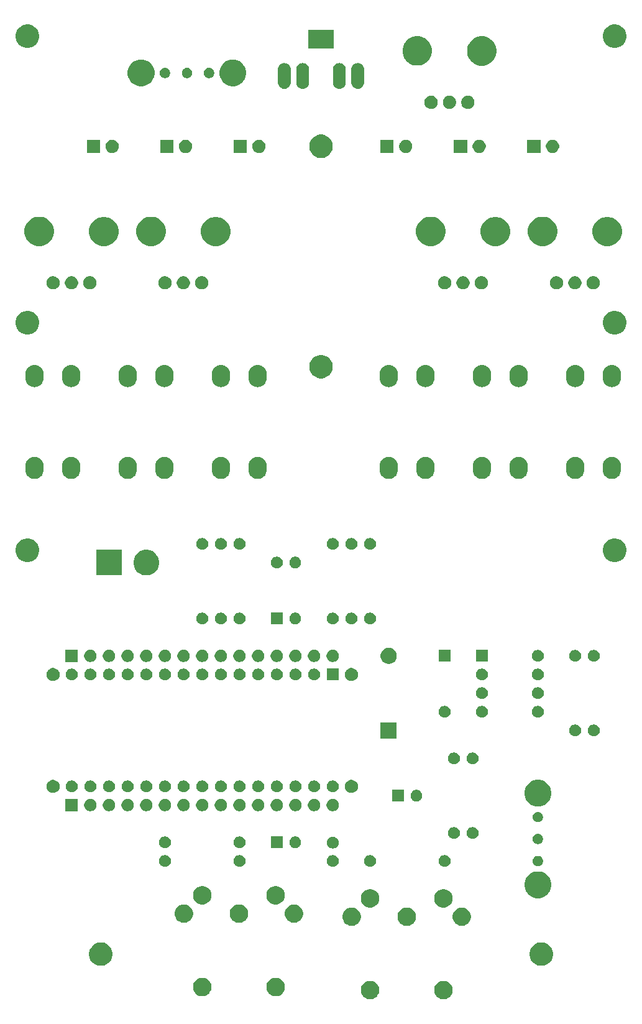
<source format=gbr>
G04 #@! TF.GenerationSoftware,KiCad,Pcbnew,(5.1.5)-3*
G04 #@! TF.CreationDate,2020-06-23T14:27:24+01:00*
G04 #@! TF.ProjectId,drumkid,6472756d-6b69-4642-9e6b-696361645f70,rev?*
G04 #@! TF.SameCoordinates,Original*
G04 #@! TF.FileFunction,Soldermask,Top*
G04 #@! TF.FilePolarity,Negative*
%FSLAX46Y46*%
G04 Gerber Fmt 4.6, Leading zero omitted, Abs format (unit mm)*
G04 Created by KiCad (PCBNEW (5.1.5)-3) date 2020-06-23 14:27:24*
%MOMM*%
%LPD*%
G04 APERTURE LIST*
%ADD10C,0.100000*%
G04 APERTURE END LIST*
D10*
G36*
X117041958Y-163695144D02*
G01*
X117269386Y-163789348D01*
X117474065Y-163926110D01*
X117648130Y-164100175D01*
X117784892Y-164304854D01*
X117879096Y-164532282D01*
X117927120Y-164773717D01*
X117927120Y-165019883D01*
X117879096Y-165261318D01*
X117784892Y-165488746D01*
X117648130Y-165693425D01*
X117474065Y-165867490D01*
X117269386Y-166004252D01*
X117041958Y-166098456D01*
X116800523Y-166146480D01*
X116554357Y-166146480D01*
X116312922Y-166098456D01*
X116085494Y-166004252D01*
X115880815Y-165867490D01*
X115706750Y-165693425D01*
X115569988Y-165488746D01*
X115475784Y-165261318D01*
X115427760Y-165019883D01*
X115427760Y-164773717D01*
X115475784Y-164532282D01*
X115569988Y-164304854D01*
X115706750Y-164100175D01*
X115880815Y-163926110D01*
X116085494Y-163789348D01*
X116312922Y-163695144D01*
X116554357Y-163647120D01*
X116800523Y-163647120D01*
X117041958Y-163695144D01*
G37*
G36*
X107039438Y-163695144D02*
G01*
X107266866Y-163789348D01*
X107471545Y-163926110D01*
X107645610Y-164100175D01*
X107782372Y-164304854D01*
X107876576Y-164532282D01*
X107924600Y-164773717D01*
X107924600Y-165019883D01*
X107876576Y-165261318D01*
X107782372Y-165488746D01*
X107645610Y-165693425D01*
X107471545Y-165867490D01*
X107266866Y-166004252D01*
X107039438Y-166098456D01*
X106798003Y-166146480D01*
X106551837Y-166146480D01*
X106310402Y-166098456D01*
X106082974Y-166004252D01*
X105878295Y-165867490D01*
X105704230Y-165693425D01*
X105567468Y-165488746D01*
X105473264Y-165261318D01*
X105425240Y-165019883D01*
X105425240Y-164773717D01*
X105473264Y-164532282D01*
X105567468Y-164304854D01*
X105704230Y-164100175D01*
X105878295Y-163926110D01*
X106082974Y-163789348D01*
X106310402Y-163695144D01*
X106551837Y-163647120D01*
X106798003Y-163647120D01*
X107039438Y-163695144D01*
G37*
G36*
X84179438Y-163276044D02*
G01*
X84406866Y-163370248D01*
X84611545Y-163507010D01*
X84785610Y-163681075D01*
X84922372Y-163885754D01*
X85016576Y-164113182D01*
X85064600Y-164354617D01*
X85064600Y-164600783D01*
X85016576Y-164842218D01*
X84922372Y-165069646D01*
X84785610Y-165274325D01*
X84611545Y-165448390D01*
X84406866Y-165585152D01*
X84179438Y-165679356D01*
X83938003Y-165727380D01*
X83691837Y-165727380D01*
X83450402Y-165679356D01*
X83222974Y-165585152D01*
X83018295Y-165448390D01*
X82844230Y-165274325D01*
X82707468Y-165069646D01*
X82613264Y-164842218D01*
X82565240Y-164600783D01*
X82565240Y-164354617D01*
X82613264Y-164113182D01*
X82707468Y-163885754D01*
X82844230Y-163681075D01*
X83018295Y-163507010D01*
X83222974Y-163370248D01*
X83450402Y-163276044D01*
X83691837Y-163228020D01*
X83938003Y-163228020D01*
X84179438Y-163276044D01*
G37*
G36*
X94181958Y-163276044D02*
G01*
X94409386Y-163370248D01*
X94614065Y-163507010D01*
X94788130Y-163681075D01*
X94924892Y-163885754D01*
X95019096Y-164113182D01*
X95067120Y-164354617D01*
X95067120Y-164600783D01*
X95019096Y-164842218D01*
X94924892Y-165069646D01*
X94788130Y-165274325D01*
X94614065Y-165448390D01*
X94409386Y-165585152D01*
X94181958Y-165679356D01*
X93940523Y-165727380D01*
X93694357Y-165727380D01*
X93452922Y-165679356D01*
X93225494Y-165585152D01*
X93020815Y-165448390D01*
X92846750Y-165274325D01*
X92709988Y-165069646D01*
X92615784Y-164842218D01*
X92567760Y-164600783D01*
X92567760Y-164354617D01*
X92615784Y-164113182D01*
X92709988Y-163885754D01*
X92846750Y-163681075D01*
X93020815Y-163507010D01*
X93225494Y-163370248D01*
X93452922Y-163276044D01*
X93694357Y-163228020D01*
X93940523Y-163228020D01*
X94181958Y-163276044D01*
G37*
G36*
X70466703Y-158461486D02*
G01*
X70757883Y-158582097D01*
X71019940Y-158757198D01*
X71242802Y-158980060D01*
X71417903Y-159242117D01*
X71538514Y-159533297D01*
X71600000Y-159842412D01*
X71600000Y-160157588D01*
X71538514Y-160466703D01*
X71417903Y-160757883D01*
X71242802Y-161019940D01*
X71019940Y-161242802D01*
X70757883Y-161417903D01*
X70466703Y-161538514D01*
X70157588Y-161600000D01*
X69842412Y-161600000D01*
X69533297Y-161538514D01*
X69242117Y-161417903D01*
X68980060Y-161242802D01*
X68757198Y-161019940D01*
X68582097Y-160757883D01*
X68461486Y-160466703D01*
X68400000Y-160157588D01*
X68400000Y-159842412D01*
X68461486Y-159533297D01*
X68582097Y-159242117D01*
X68757198Y-158980060D01*
X68980060Y-158757198D01*
X69242117Y-158582097D01*
X69533297Y-158461486D01*
X69842412Y-158400000D01*
X70157588Y-158400000D01*
X70466703Y-158461486D01*
G37*
G36*
X130466703Y-158461486D02*
G01*
X130757883Y-158582097D01*
X131019940Y-158757198D01*
X131242802Y-158980060D01*
X131417903Y-159242117D01*
X131538514Y-159533297D01*
X131600000Y-159842412D01*
X131600000Y-160157588D01*
X131538514Y-160466703D01*
X131417903Y-160757883D01*
X131242802Y-161019940D01*
X131019940Y-161242802D01*
X130757883Y-161417903D01*
X130466703Y-161538514D01*
X130157588Y-161600000D01*
X129842412Y-161600000D01*
X129533297Y-161538514D01*
X129242117Y-161417903D01*
X128980060Y-161242802D01*
X128757198Y-161019940D01*
X128582097Y-160757883D01*
X128461486Y-160466703D01*
X128400000Y-160157588D01*
X128400000Y-159842412D01*
X128461486Y-159533297D01*
X128582097Y-159242117D01*
X128757198Y-158980060D01*
X128980060Y-158757198D01*
X129242117Y-158582097D01*
X129533297Y-158461486D01*
X129842412Y-158400000D01*
X130157588Y-158400000D01*
X130466703Y-158461486D01*
G37*
G36*
X119538778Y-153700244D02*
G01*
X119766206Y-153794448D01*
X119970885Y-153931210D01*
X120144950Y-154105275D01*
X120281712Y-154309954D01*
X120375916Y-154537382D01*
X120423940Y-154778817D01*
X120423940Y-155024983D01*
X120375916Y-155266418D01*
X120281712Y-155493846D01*
X120144950Y-155698525D01*
X119970885Y-155872590D01*
X119766206Y-156009352D01*
X119538778Y-156103556D01*
X119297343Y-156151580D01*
X119051177Y-156151580D01*
X118809742Y-156103556D01*
X118582314Y-156009352D01*
X118377635Y-155872590D01*
X118203570Y-155698525D01*
X118066808Y-155493846D01*
X117972604Y-155266418D01*
X117924580Y-155024983D01*
X117924580Y-154778817D01*
X117972604Y-154537382D01*
X118066808Y-154309954D01*
X118203570Y-154105275D01*
X118377635Y-153931210D01*
X118582314Y-153794448D01*
X118809742Y-153700244D01*
X119051177Y-153652220D01*
X119297343Y-153652220D01*
X119538778Y-153700244D01*
G37*
G36*
X104542618Y-153700244D02*
G01*
X104770046Y-153794448D01*
X104974725Y-153931210D01*
X105148790Y-154105275D01*
X105285552Y-154309954D01*
X105379756Y-154537382D01*
X105427780Y-154778817D01*
X105427780Y-155024983D01*
X105379756Y-155266418D01*
X105285552Y-155493846D01*
X105148790Y-155698525D01*
X104974725Y-155872590D01*
X104770046Y-156009352D01*
X104542618Y-156103556D01*
X104301183Y-156151580D01*
X104055017Y-156151580D01*
X103813582Y-156103556D01*
X103586154Y-156009352D01*
X103381475Y-155872590D01*
X103207410Y-155698525D01*
X103070648Y-155493846D01*
X102976444Y-155266418D01*
X102928420Y-155024983D01*
X102928420Y-154778817D01*
X102976444Y-154537382D01*
X103070648Y-154309954D01*
X103207410Y-154105275D01*
X103381475Y-153931210D01*
X103586154Y-153794448D01*
X103813582Y-153700244D01*
X104055017Y-153652220D01*
X104301183Y-153652220D01*
X104542618Y-153700244D01*
G37*
G36*
X112040698Y-153697704D02*
G01*
X112268126Y-153791908D01*
X112472805Y-153928670D01*
X112646870Y-154102735D01*
X112783632Y-154307414D01*
X112877836Y-154534842D01*
X112925860Y-154776277D01*
X112925860Y-155022443D01*
X112877836Y-155263878D01*
X112783632Y-155491306D01*
X112646870Y-155695985D01*
X112472805Y-155870050D01*
X112268126Y-156006812D01*
X112040698Y-156101016D01*
X111799263Y-156149040D01*
X111553097Y-156149040D01*
X111311662Y-156101016D01*
X111084234Y-156006812D01*
X110879555Y-155870050D01*
X110705490Y-155695985D01*
X110568728Y-155491306D01*
X110474524Y-155263878D01*
X110426500Y-155022443D01*
X110426500Y-154776277D01*
X110474524Y-154534842D01*
X110568728Y-154307414D01*
X110705490Y-154102735D01*
X110879555Y-153928670D01*
X111084234Y-153791908D01*
X111311662Y-153697704D01*
X111553097Y-153649680D01*
X111799263Y-153649680D01*
X112040698Y-153697704D01*
G37*
G36*
X81682618Y-153281144D02*
G01*
X81910046Y-153375348D01*
X82114725Y-153512110D01*
X82288790Y-153686175D01*
X82425552Y-153890854D01*
X82519756Y-154118282D01*
X82567780Y-154359717D01*
X82567780Y-154605883D01*
X82519756Y-154847318D01*
X82425552Y-155074746D01*
X82288790Y-155279425D01*
X82114725Y-155453490D01*
X81910046Y-155590252D01*
X81682618Y-155684456D01*
X81441183Y-155732480D01*
X81195017Y-155732480D01*
X80953582Y-155684456D01*
X80726154Y-155590252D01*
X80521475Y-155453490D01*
X80347410Y-155279425D01*
X80210648Y-155074746D01*
X80116444Y-154847318D01*
X80068420Y-154605883D01*
X80068420Y-154359717D01*
X80116444Y-154118282D01*
X80210648Y-153890854D01*
X80347410Y-153686175D01*
X80521475Y-153512110D01*
X80726154Y-153375348D01*
X80953582Y-153281144D01*
X81195017Y-153233120D01*
X81441183Y-153233120D01*
X81682618Y-153281144D01*
G37*
G36*
X96678778Y-153281144D02*
G01*
X96906206Y-153375348D01*
X97110885Y-153512110D01*
X97284950Y-153686175D01*
X97421712Y-153890854D01*
X97515916Y-154118282D01*
X97563940Y-154359717D01*
X97563940Y-154605883D01*
X97515916Y-154847318D01*
X97421712Y-155074746D01*
X97284950Y-155279425D01*
X97110885Y-155453490D01*
X96906206Y-155590252D01*
X96678778Y-155684456D01*
X96437343Y-155732480D01*
X96191177Y-155732480D01*
X95949742Y-155684456D01*
X95722314Y-155590252D01*
X95517635Y-155453490D01*
X95343570Y-155279425D01*
X95206808Y-155074746D01*
X95112604Y-154847318D01*
X95064580Y-154605883D01*
X95064580Y-154359717D01*
X95112604Y-154118282D01*
X95206808Y-153890854D01*
X95343570Y-153686175D01*
X95517635Y-153512110D01*
X95722314Y-153375348D01*
X95949742Y-153281144D01*
X96191177Y-153233120D01*
X96437343Y-153233120D01*
X96678778Y-153281144D01*
G37*
G36*
X89180698Y-153278604D02*
G01*
X89408126Y-153372808D01*
X89612805Y-153509570D01*
X89786870Y-153683635D01*
X89923632Y-153888314D01*
X90017836Y-154115742D01*
X90065860Y-154357177D01*
X90065860Y-154603343D01*
X90017836Y-154844778D01*
X89923632Y-155072206D01*
X89786870Y-155276885D01*
X89612805Y-155450950D01*
X89408126Y-155587712D01*
X89180698Y-155681916D01*
X88939263Y-155729940D01*
X88693097Y-155729940D01*
X88451662Y-155681916D01*
X88224234Y-155587712D01*
X88019555Y-155450950D01*
X87845490Y-155276885D01*
X87708728Y-155072206D01*
X87614524Y-154844778D01*
X87566500Y-154603343D01*
X87566500Y-154357177D01*
X87614524Y-154115742D01*
X87708728Y-153888314D01*
X87845490Y-153683635D01*
X88019555Y-153509570D01*
X88224234Y-153372808D01*
X88451662Y-153278604D01*
X88693097Y-153230580D01*
X88939263Y-153230580D01*
X89180698Y-153278604D01*
G37*
G36*
X107044518Y-151198344D02*
G01*
X107271946Y-151292548D01*
X107476625Y-151429310D01*
X107650690Y-151603375D01*
X107787452Y-151808054D01*
X107881656Y-152035482D01*
X107929680Y-152276917D01*
X107929680Y-152523083D01*
X107881656Y-152764518D01*
X107787452Y-152991946D01*
X107650690Y-153196625D01*
X107476625Y-153370690D01*
X107271946Y-153507452D01*
X107044518Y-153601656D01*
X106803083Y-153649680D01*
X106556917Y-153649680D01*
X106315482Y-153601656D01*
X106088054Y-153507452D01*
X105883375Y-153370690D01*
X105709310Y-153196625D01*
X105572548Y-152991946D01*
X105478344Y-152764518D01*
X105430320Y-152523083D01*
X105430320Y-152276917D01*
X105478344Y-152035482D01*
X105572548Y-151808054D01*
X105709310Y-151603375D01*
X105883375Y-151429310D01*
X106088054Y-151292548D01*
X106315482Y-151198344D01*
X106556917Y-151150320D01*
X106803083Y-151150320D01*
X107044518Y-151198344D01*
G37*
G36*
X117036878Y-151198344D02*
G01*
X117264306Y-151292548D01*
X117468985Y-151429310D01*
X117643050Y-151603375D01*
X117779812Y-151808054D01*
X117874016Y-152035482D01*
X117922040Y-152276917D01*
X117922040Y-152523083D01*
X117874016Y-152764518D01*
X117779812Y-152991946D01*
X117643050Y-153196625D01*
X117468985Y-153370690D01*
X117264306Y-153507452D01*
X117036878Y-153601656D01*
X116795443Y-153649680D01*
X116549277Y-153649680D01*
X116307842Y-153601656D01*
X116080414Y-153507452D01*
X115875735Y-153370690D01*
X115701670Y-153196625D01*
X115564908Y-152991946D01*
X115470704Y-152764518D01*
X115422680Y-152523083D01*
X115422680Y-152276917D01*
X115470704Y-152035482D01*
X115564908Y-151808054D01*
X115701670Y-151603375D01*
X115875735Y-151429310D01*
X116080414Y-151292548D01*
X116307842Y-151198344D01*
X116549277Y-151150320D01*
X116795443Y-151150320D01*
X117036878Y-151198344D01*
G37*
G36*
X94176878Y-150779244D02*
G01*
X94404306Y-150873448D01*
X94608985Y-151010210D01*
X94783050Y-151184275D01*
X94919812Y-151388954D01*
X95014016Y-151616382D01*
X95062040Y-151857817D01*
X95062040Y-152103983D01*
X95014016Y-152345418D01*
X94919812Y-152572846D01*
X94783050Y-152777525D01*
X94608985Y-152951590D01*
X94404306Y-153088352D01*
X94176878Y-153182556D01*
X93935443Y-153230580D01*
X93689277Y-153230580D01*
X93447842Y-153182556D01*
X93220414Y-153088352D01*
X93015735Y-152951590D01*
X92841670Y-152777525D01*
X92704908Y-152572846D01*
X92610704Y-152345418D01*
X92562680Y-152103983D01*
X92562680Y-151857817D01*
X92610704Y-151616382D01*
X92704908Y-151388954D01*
X92841670Y-151184275D01*
X93015735Y-151010210D01*
X93220414Y-150873448D01*
X93447842Y-150779244D01*
X93689277Y-150731220D01*
X93935443Y-150731220D01*
X94176878Y-150779244D01*
G37*
G36*
X84184518Y-150779244D02*
G01*
X84411946Y-150873448D01*
X84616625Y-151010210D01*
X84790690Y-151184275D01*
X84927452Y-151388954D01*
X85021656Y-151616382D01*
X85069680Y-151857817D01*
X85069680Y-152103983D01*
X85021656Y-152345418D01*
X84927452Y-152572846D01*
X84790690Y-152777525D01*
X84616625Y-152951590D01*
X84411946Y-153088352D01*
X84184518Y-153182556D01*
X83943083Y-153230580D01*
X83696917Y-153230580D01*
X83455482Y-153182556D01*
X83228054Y-153088352D01*
X83023375Y-152951590D01*
X82849310Y-152777525D01*
X82712548Y-152572846D01*
X82618344Y-152345418D01*
X82570320Y-152103983D01*
X82570320Y-151857817D01*
X82618344Y-151616382D01*
X82712548Y-151388954D01*
X82849310Y-151184275D01*
X83023375Y-151010210D01*
X83228054Y-150873448D01*
X83455482Y-150779244D01*
X83696917Y-150731220D01*
X83943083Y-150731220D01*
X84184518Y-150779244D01*
G37*
G36*
X129896333Y-148778596D02*
G01*
X130072770Y-148813691D01*
X130405172Y-148951376D01*
X130704326Y-149151265D01*
X130958735Y-149405674D01*
X131158624Y-149704828D01*
X131296309Y-150037230D01*
X131366500Y-150390105D01*
X131366500Y-150749895D01*
X131296309Y-151102770D01*
X131158624Y-151435172D01*
X130958735Y-151734326D01*
X130704326Y-151988735D01*
X130405172Y-152188624D01*
X130072770Y-152326309D01*
X129976707Y-152345417D01*
X129719896Y-152396500D01*
X129360104Y-152396500D01*
X129103293Y-152345417D01*
X129007230Y-152326309D01*
X128674828Y-152188624D01*
X128375674Y-151988735D01*
X128121265Y-151734326D01*
X127921376Y-151435172D01*
X127783691Y-151102770D01*
X127713500Y-150749895D01*
X127713500Y-150390105D01*
X127783691Y-150037230D01*
X127921376Y-149704828D01*
X128121265Y-149405674D01*
X128375674Y-149151265D01*
X128674828Y-148951376D01*
X129007230Y-148813691D01*
X129183667Y-148778596D01*
X129360104Y-148743500D01*
X129719896Y-148743500D01*
X129896333Y-148778596D01*
G37*
G36*
X78973351Y-146550743D02*
G01*
X79118941Y-146611048D01*
X79249970Y-146698599D01*
X79361401Y-146810030D01*
X79448952Y-146941059D01*
X79509257Y-147086649D01*
X79540000Y-147241206D01*
X79540000Y-147398794D01*
X79509257Y-147553351D01*
X79448952Y-147698941D01*
X79361401Y-147829970D01*
X79249970Y-147941401D01*
X79118941Y-148028952D01*
X78973351Y-148089257D01*
X78818794Y-148120000D01*
X78661206Y-148120000D01*
X78506649Y-148089257D01*
X78361059Y-148028952D01*
X78230030Y-147941401D01*
X78118599Y-147829970D01*
X78031048Y-147698941D01*
X77970743Y-147553351D01*
X77940000Y-147398794D01*
X77940000Y-147241206D01*
X77970743Y-147086649D01*
X78031048Y-146941059D01*
X78118599Y-146810030D01*
X78230030Y-146698599D01*
X78361059Y-146611048D01*
X78506649Y-146550743D01*
X78661206Y-146520000D01*
X78818794Y-146520000D01*
X78973351Y-146550743D01*
G37*
G36*
X101833351Y-146550743D02*
G01*
X101978941Y-146611048D01*
X102109970Y-146698599D01*
X102221401Y-146810030D01*
X102308952Y-146941059D01*
X102369257Y-147086649D01*
X102400000Y-147241206D01*
X102400000Y-147398794D01*
X102369257Y-147553351D01*
X102308952Y-147698941D01*
X102221401Y-147829970D01*
X102109970Y-147941401D01*
X101978941Y-148028952D01*
X101833351Y-148089257D01*
X101678794Y-148120000D01*
X101521206Y-148120000D01*
X101366649Y-148089257D01*
X101221059Y-148028952D01*
X101090030Y-147941401D01*
X100978599Y-147829970D01*
X100891048Y-147698941D01*
X100830743Y-147553351D01*
X100800000Y-147398794D01*
X100800000Y-147241206D01*
X100830743Y-147086649D01*
X100891048Y-146941059D01*
X100978599Y-146810030D01*
X101090030Y-146698599D01*
X101221059Y-146611048D01*
X101366649Y-146550743D01*
X101521206Y-146520000D01*
X101678794Y-146520000D01*
X101833351Y-146550743D01*
G37*
G36*
X89133351Y-146550743D02*
G01*
X89278941Y-146611048D01*
X89409970Y-146698599D01*
X89521401Y-146810030D01*
X89608952Y-146941059D01*
X89669257Y-147086649D01*
X89700000Y-147241206D01*
X89700000Y-147398794D01*
X89669257Y-147553351D01*
X89608952Y-147698941D01*
X89521401Y-147829970D01*
X89409970Y-147941401D01*
X89278941Y-148028952D01*
X89133351Y-148089257D01*
X88978794Y-148120000D01*
X88821206Y-148120000D01*
X88666649Y-148089257D01*
X88521059Y-148028952D01*
X88390030Y-147941401D01*
X88278599Y-147829970D01*
X88191048Y-147698941D01*
X88130743Y-147553351D01*
X88100000Y-147398794D01*
X88100000Y-147241206D01*
X88130743Y-147086649D01*
X88191048Y-146941059D01*
X88278599Y-146810030D01*
X88390030Y-146698599D01*
X88521059Y-146611048D01*
X88666649Y-146550743D01*
X88821206Y-146520000D01*
X88978794Y-146520000D01*
X89133351Y-146550743D01*
G37*
G36*
X117073351Y-146550743D02*
G01*
X117218941Y-146611048D01*
X117349970Y-146698599D01*
X117461401Y-146810030D01*
X117548952Y-146941059D01*
X117609257Y-147086649D01*
X117640000Y-147241206D01*
X117640000Y-147398794D01*
X117609257Y-147553351D01*
X117548952Y-147698941D01*
X117461401Y-147829970D01*
X117349970Y-147941401D01*
X117218941Y-148028952D01*
X117073351Y-148089257D01*
X116918794Y-148120000D01*
X116761206Y-148120000D01*
X116606649Y-148089257D01*
X116461059Y-148028952D01*
X116330030Y-147941401D01*
X116218599Y-147829970D01*
X116131048Y-147698941D01*
X116070743Y-147553351D01*
X116040000Y-147398794D01*
X116040000Y-147241206D01*
X116070743Y-147086649D01*
X116131048Y-146941059D01*
X116218599Y-146810030D01*
X116330030Y-146698599D01*
X116461059Y-146611048D01*
X116606649Y-146550743D01*
X116761206Y-146520000D01*
X116918794Y-146520000D01*
X117073351Y-146550743D01*
G37*
G36*
X106913351Y-146550743D02*
G01*
X107058941Y-146611048D01*
X107189970Y-146698599D01*
X107301401Y-146810030D01*
X107388952Y-146941059D01*
X107449257Y-147086649D01*
X107480000Y-147241206D01*
X107480000Y-147398794D01*
X107449257Y-147553351D01*
X107388952Y-147698941D01*
X107301401Y-147829970D01*
X107189970Y-147941401D01*
X107058941Y-148028952D01*
X106913351Y-148089257D01*
X106758794Y-148120000D01*
X106601206Y-148120000D01*
X106446649Y-148089257D01*
X106301059Y-148028952D01*
X106170030Y-147941401D01*
X106058599Y-147829970D01*
X105971048Y-147698941D01*
X105910743Y-147553351D01*
X105880000Y-147398794D01*
X105880000Y-147241206D01*
X105910743Y-147086649D01*
X105971048Y-146941059D01*
X106058599Y-146810030D01*
X106170030Y-146698599D01*
X106301059Y-146611048D01*
X106446649Y-146550743D01*
X106601206Y-146520000D01*
X106758794Y-146520000D01*
X106913351Y-146550743D01*
G37*
G36*
X129744182Y-146646900D02*
G01*
X129871573Y-146699667D01*
X129871574Y-146699668D01*
X129986224Y-146776274D01*
X130083726Y-146873776D01*
X130083727Y-146873778D01*
X130160333Y-146988427D01*
X130213100Y-147115818D01*
X130240000Y-147251055D01*
X130240000Y-147388945D01*
X130213100Y-147524182D01*
X130160333Y-147651573D01*
X130160332Y-147651574D01*
X130083726Y-147766224D01*
X129986224Y-147863726D01*
X129928510Y-147902289D01*
X129871573Y-147940333D01*
X129744182Y-147993100D01*
X129608945Y-148020000D01*
X129471055Y-148020000D01*
X129335818Y-147993100D01*
X129208427Y-147940333D01*
X129151490Y-147902289D01*
X129093776Y-147863726D01*
X128996274Y-147766224D01*
X128919668Y-147651574D01*
X128919667Y-147651573D01*
X128866900Y-147524182D01*
X128840000Y-147388945D01*
X128840000Y-147251055D01*
X128866900Y-147115818D01*
X128919667Y-146988427D01*
X128996273Y-146873778D01*
X128996274Y-146873776D01*
X129093776Y-146776274D01*
X129208426Y-146699668D01*
X129208427Y-146699667D01*
X129335818Y-146646900D01*
X129471055Y-146620000D01*
X129608945Y-146620000D01*
X129744182Y-146646900D01*
G37*
G36*
X101833351Y-144050743D02*
G01*
X101978941Y-144111048D01*
X102109970Y-144198599D01*
X102221401Y-144310030D01*
X102308952Y-144441059D01*
X102369257Y-144586649D01*
X102400000Y-144741206D01*
X102400000Y-144898794D01*
X102369257Y-145053351D01*
X102308952Y-145198941D01*
X102221401Y-145329970D01*
X102109970Y-145441401D01*
X101978941Y-145528952D01*
X101833351Y-145589257D01*
X101678794Y-145620000D01*
X101521206Y-145620000D01*
X101366649Y-145589257D01*
X101221059Y-145528952D01*
X101090030Y-145441401D01*
X100978599Y-145329970D01*
X100891048Y-145198941D01*
X100830743Y-145053351D01*
X100800000Y-144898794D01*
X100800000Y-144741206D01*
X100830743Y-144586649D01*
X100891048Y-144441059D01*
X100978599Y-144310030D01*
X101090030Y-144198599D01*
X101221059Y-144111048D01*
X101366649Y-144050743D01*
X101521206Y-144020000D01*
X101678794Y-144020000D01*
X101833351Y-144050743D01*
G37*
G36*
X89133351Y-144010743D02*
G01*
X89278941Y-144071048D01*
X89409970Y-144158599D01*
X89521401Y-144270030D01*
X89608952Y-144401059D01*
X89669257Y-144546649D01*
X89700000Y-144701206D01*
X89700000Y-144858794D01*
X89669257Y-145013351D01*
X89608952Y-145158941D01*
X89521401Y-145289970D01*
X89409970Y-145401401D01*
X89278941Y-145488952D01*
X89133351Y-145549257D01*
X88978794Y-145580000D01*
X88821206Y-145580000D01*
X88666649Y-145549257D01*
X88521059Y-145488952D01*
X88390030Y-145401401D01*
X88278599Y-145289970D01*
X88191048Y-145158941D01*
X88130743Y-145013351D01*
X88100000Y-144858794D01*
X88100000Y-144701206D01*
X88130743Y-144546649D01*
X88191048Y-144401059D01*
X88278599Y-144270030D01*
X88390030Y-144158599D01*
X88521059Y-144071048D01*
X88666649Y-144010743D01*
X88821206Y-143980000D01*
X88978794Y-143980000D01*
X89133351Y-144010743D01*
G37*
G36*
X94780000Y-145580000D02*
G01*
X93180000Y-145580000D01*
X93180000Y-143980000D01*
X94780000Y-143980000D01*
X94780000Y-145580000D01*
G37*
G36*
X96713351Y-144010743D02*
G01*
X96858941Y-144071048D01*
X96989970Y-144158599D01*
X97101401Y-144270030D01*
X97188952Y-144401059D01*
X97249257Y-144546649D01*
X97280000Y-144701206D01*
X97280000Y-144858794D01*
X97249257Y-145013351D01*
X97188952Y-145158941D01*
X97101401Y-145289970D01*
X96989970Y-145401401D01*
X96858941Y-145488952D01*
X96713351Y-145549257D01*
X96558794Y-145580000D01*
X96401206Y-145580000D01*
X96246649Y-145549257D01*
X96101059Y-145488952D01*
X95970030Y-145401401D01*
X95858599Y-145289970D01*
X95771048Y-145158941D01*
X95710743Y-145013351D01*
X95680000Y-144858794D01*
X95680000Y-144701206D01*
X95710743Y-144546649D01*
X95771048Y-144401059D01*
X95858599Y-144270030D01*
X95970030Y-144158599D01*
X96101059Y-144071048D01*
X96246649Y-144010743D01*
X96401206Y-143980000D01*
X96558794Y-143980000D01*
X96713351Y-144010743D01*
G37*
G36*
X78973351Y-144010743D02*
G01*
X79118941Y-144071048D01*
X79249970Y-144158599D01*
X79361401Y-144270030D01*
X79448952Y-144401059D01*
X79509257Y-144546649D01*
X79540000Y-144701206D01*
X79540000Y-144858794D01*
X79509257Y-145013351D01*
X79448952Y-145158941D01*
X79361401Y-145289970D01*
X79249970Y-145401401D01*
X79118941Y-145488952D01*
X78973351Y-145549257D01*
X78818794Y-145580000D01*
X78661206Y-145580000D01*
X78506649Y-145549257D01*
X78361059Y-145488952D01*
X78230030Y-145401401D01*
X78118599Y-145289970D01*
X78031048Y-145158941D01*
X77970743Y-145013351D01*
X77940000Y-144858794D01*
X77940000Y-144701206D01*
X77970743Y-144546649D01*
X78031048Y-144401059D01*
X78118599Y-144270030D01*
X78230030Y-144158599D01*
X78361059Y-144071048D01*
X78506649Y-144010743D01*
X78661206Y-143980000D01*
X78818794Y-143980000D01*
X78973351Y-144010743D01*
G37*
G36*
X129744182Y-143646900D02*
G01*
X129871573Y-143699667D01*
X129871574Y-143699668D01*
X129986224Y-143776274D01*
X130083726Y-143873776D01*
X130122289Y-143931490D01*
X130160333Y-143988427D01*
X130213100Y-144115818D01*
X130240000Y-144251055D01*
X130240000Y-144388945D01*
X130213100Y-144524182D01*
X130160333Y-144651573D01*
X130160332Y-144651574D01*
X130083726Y-144766224D01*
X129986224Y-144863726D01*
X129933742Y-144898793D01*
X129871573Y-144940333D01*
X129744182Y-144993100D01*
X129608945Y-145020000D01*
X129471055Y-145020000D01*
X129335818Y-144993100D01*
X129208427Y-144940333D01*
X129146258Y-144898793D01*
X129093776Y-144863726D01*
X128996274Y-144766224D01*
X128919668Y-144651574D01*
X128919667Y-144651573D01*
X128866900Y-144524182D01*
X128840000Y-144388945D01*
X128840000Y-144251055D01*
X128866900Y-144115818D01*
X128919667Y-143988427D01*
X128957711Y-143931490D01*
X128996274Y-143873776D01*
X129093776Y-143776274D01*
X129208426Y-143699668D01*
X129208427Y-143699667D01*
X129335818Y-143646900D01*
X129471055Y-143620000D01*
X129608945Y-143620000D01*
X129744182Y-143646900D01*
G37*
G36*
X118343351Y-142740743D02*
G01*
X118488941Y-142801048D01*
X118619970Y-142888599D01*
X118731401Y-143000030D01*
X118818952Y-143131059D01*
X118879257Y-143276649D01*
X118910000Y-143431206D01*
X118910000Y-143588794D01*
X118879257Y-143743351D01*
X118818952Y-143888941D01*
X118731401Y-144019970D01*
X118619970Y-144131401D01*
X118488941Y-144218952D01*
X118343351Y-144279257D01*
X118188794Y-144310000D01*
X118031206Y-144310000D01*
X117876649Y-144279257D01*
X117731059Y-144218952D01*
X117600030Y-144131401D01*
X117488599Y-144019970D01*
X117401048Y-143888941D01*
X117340743Y-143743351D01*
X117310000Y-143588794D01*
X117310000Y-143431206D01*
X117340743Y-143276649D01*
X117401048Y-143131059D01*
X117488599Y-143000030D01*
X117600030Y-142888599D01*
X117731059Y-142801048D01*
X117876649Y-142740743D01*
X118031206Y-142710000D01*
X118188794Y-142710000D01*
X118343351Y-142740743D01*
G37*
G36*
X120883351Y-142740743D02*
G01*
X121028941Y-142801048D01*
X121159970Y-142888599D01*
X121271401Y-143000030D01*
X121358952Y-143131059D01*
X121419257Y-143276649D01*
X121450000Y-143431206D01*
X121450000Y-143588794D01*
X121419257Y-143743351D01*
X121358952Y-143888941D01*
X121271401Y-144019970D01*
X121159970Y-144131401D01*
X121028941Y-144218952D01*
X120883351Y-144279257D01*
X120728794Y-144310000D01*
X120571206Y-144310000D01*
X120416649Y-144279257D01*
X120271059Y-144218952D01*
X120140030Y-144131401D01*
X120028599Y-144019970D01*
X119941048Y-143888941D01*
X119880743Y-143743351D01*
X119850000Y-143588794D01*
X119850000Y-143431206D01*
X119880743Y-143276649D01*
X119941048Y-143131059D01*
X120028599Y-143000030D01*
X120140030Y-142888599D01*
X120271059Y-142801048D01*
X120416649Y-142740743D01*
X120571206Y-142710000D01*
X120728794Y-142710000D01*
X120883351Y-142740743D01*
G37*
G36*
X129744182Y-140646900D02*
G01*
X129871573Y-140699667D01*
X129871574Y-140699668D01*
X129986224Y-140776274D01*
X130083726Y-140873776D01*
X130083727Y-140873778D01*
X130160333Y-140988427D01*
X130213100Y-141115818D01*
X130240000Y-141251055D01*
X130240000Y-141388945D01*
X130213100Y-141524182D01*
X130160333Y-141651573D01*
X130160332Y-141651574D01*
X130083726Y-141766224D01*
X129986224Y-141863726D01*
X129928510Y-141902289D01*
X129871573Y-141940333D01*
X129744182Y-141993100D01*
X129608945Y-142020000D01*
X129471055Y-142020000D01*
X129335818Y-141993100D01*
X129208427Y-141940333D01*
X129151490Y-141902289D01*
X129093776Y-141863726D01*
X128996274Y-141766224D01*
X128919668Y-141651574D01*
X128919667Y-141651573D01*
X128866900Y-141524182D01*
X128840000Y-141388945D01*
X128840000Y-141251055D01*
X128866900Y-141115818D01*
X128919667Y-140988427D01*
X128996273Y-140873778D01*
X128996274Y-140873776D01*
X129093776Y-140776274D01*
X129208426Y-140699668D01*
X129208427Y-140699667D01*
X129335818Y-140646900D01*
X129471055Y-140620000D01*
X129608945Y-140620000D01*
X129744182Y-140646900D01*
G37*
G36*
X78987935Y-138882664D02*
G01*
X79114694Y-138935170D01*
X79142626Y-138946740D01*
X79281844Y-139039762D01*
X79400238Y-139158156D01*
X79493260Y-139297374D01*
X79493261Y-139297376D01*
X79557336Y-139452065D01*
X79590000Y-139616281D01*
X79590000Y-139783719D01*
X79557336Y-139947935D01*
X79493261Y-140102624D01*
X79493260Y-140102626D01*
X79400238Y-140241844D01*
X79281844Y-140360238D01*
X79142626Y-140453260D01*
X79142625Y-140453261D01*
X79142624Y-140453261D01*
X78987935Y-140517336D01*
X78823719Y-140550000D01*
X78656281Y-140550000D01*
X78492065Y-140517336D01*
X78337376Y-140453261D01*
X78337375Y-140453261D01*
X78337374Y-140453260D01*
X78198156Y-140360238D01*
X78079762Y-140241844D01*
X77986740Y-140102626D01*
X77986739Y-140102624D01*
X77922664Y-139947935D01*
X77890000Y-139783719D01*
X77890000Y-139616281D01*
X77922664Y-139452065D01*
X77986739Y-139297376D01*
X77986740Y-139297374D01*
X78079762Y-139158156D01*
X78198156Y-139039762D01*
X78337374Y-138946740D01*
X78365306Y-138935170D01*
X78492065Y-138882664D01*
X78656281Y-138850000D01*
X78823719Y-138850000D01*
X78987935Y-138882664D01*
G37*
G36*
X68827935Y-138882664D02*
G01*
X68954694Y-138935170D01*
X68982626Y-138946740D01*
X69121844Y-139039762D01*
X69240238Y-139158156D01*
X69333260Y-139297374D01*
X69333261Y-139297376D01*
X69397336Y-139452065D01*
X69430000Y-139616281D01*
X69430000Y-139783719D01*
X69397336Y-139947935D01*
X69333261Y-140102624D01*
X69333260Y-140102626D01*
X69240238Y-140241844D01*
X69121844Y-140360238D01*
X68982626Y-140453260D01*
X68982625Y-140453261D01*
X68982624Y-140453261D01*
X68827935Y-140517336D01*
X68663719Y-140550000D01*
X68496281Y-140550000D01*
X68332065Y-140517336D01*
X68177376Y-140453261D01*
X68177375Y-140453261D01*
X68177374Y-140453260D01*
X68038156Y-140360238D01*
X67919762Y-140241844D01*
X67826740Y-140102626D01*
X67826739Y-140102624D01*
X67762664Y-139947935D01*
X67730000Y-139783719D01*
X67730000Y-139616281D01*
X67762664Y-139452065D01*
X67826739Y-139297376D01*
X67826740Y-139297374D01*
X67919762Y-139158156D01*
X68038156Y-139039762D01*
X68177374Y-138946740D01*
X68205306Y-138935170D01*
X68332065Y-138882664D01*
X68496281Y-138850000D01*
X68663719Y-138850000D01*
X68827935Y-138882664D01*
G37*
G36*
X84067935Y-138882664D02*
G01*
X84194694Y-138935170D01*
X84222626Y-138946740D01*
X84361844Y-139039762D01*
X84480238Y-139158156D01*
X84573260Y-139297374D01*
X84573261Y-139297376D01*
X84637336Y-139452065D01*
X84670000Y-139616281D01*
X84670000Y-139783719D01*
X84637336Y-139947935D01*
X84573261Y-140102624D01*
X84573260Y-140102626D01*
X84480238Y-140241844D01*
X84361844Y-140360238D01*
X84222626Y-140453260D01*
X84222625Y-140453261D01*
X84222624Y-140453261D01*
X84067935Y-140517336D01*
X83903719Y-140550000D01*
X83736281Y-140550000D01*
X83572065Y-140517336D01*
X83417376Y-140453261D01*
X83417375Y-140453261D01*
X83417374Y-140453260D01*
X83278156Y-140360238D01*
X83159762Y-140241844D01*
X83066740Y-140102626D01*
X83066739Y-140102624D01*
X83002664Y-139947935D01*
X82970000Y-139783719D01*
X82970000Y-139616281D01*
X83002664Y-139452065D01*
X83066739Y-139297376D01*
X83066740Y-139297374D01*
X83159762Y-139158156D01*
X83278156Y-139039762D01*
X83417374Y-138946740D01*
X83445306Y-138935170D01*
X83572065Y-138882664D01*
X83736281Y-138850000D01*
X83903719Y-138850000D01*
X84067935Y-138882664D01*
G37*
G36*
X81527935Y-138882664D02*
G01*
X81654694Y-138935170D01*
X81682626Y-138946740D01*
X81821844Y-139039762D01*
X81940238Y-139158156D01*
X82033260Y-139297374D01*
X82033261Y-139297376D01*
X82097336Y-139452065D01*
X82130000Y-139616281D01*
X82130000Y-139783719D01*
X82097336Y-139947935D01*
X82033261Y-140102624D01*
X82033260Y-140102626D01*
X81940238Y-140241844D01*
X81821844Y-140360238D01*
X81682626Y-140453260D01*
X81682625Y-140453261D01*
X81682624Y-140453261D01*
X81527935Y-140517336D01*
X81363719Y-140550000D01*
X81196281Y-140550000D01*
X81032065Y-140517336D01*
X80877376Y-140453261D01*
X80877375Y-140453261D01*
X80877374Y-140453260D01*
X80738156Y-140360238D01*
X80619762Y-140241844D01*
X80526740Y-140102626D01*
X80526739Y-140102624D01*
X80462664Y-139947935D01*
X80430000Y-139783719D01*
X80430000Y-139616281D01*
X80462664Y-139452065D01*
X80526739Y-139297376D01*
X80526740Y-139297374D01*
X80619762Y-139158156D01*
X80738156Y-139039762D01*
X80877374Y-138946740D01*
X80905306Y-138935170D01*
X81032065Y-138882664D01*
X81196281Y-138850000D01*
X81363719Y-138850000D01*
X81527935Y-138882664D01*
G37*
G36*
X86607935Y-138882664D02*
G01*
X86734694Y-138935170D01*
X86762626Y-138946740D01*
X86901844Y-139039762D01*
X87020238Y-139158156D01*
X87113260Y-139297374D01*
X87113261Y-139297376D01*
X87177336Y-139452065D01*
X87210000Y-139616281D01*
X87210000Y-139783719D01*
X87177336Y-139947935D01*
X87113261Y-140102624D01*
X87113260Y-140102626D01*
X87020238Y-140241844D01*
X86901844Y-140360238D01*
X86762626Y-140453260D01*
X86762625Y-140453261D01*
X86762624Y-140453261D01*
X86607935Y-140517336D01*
X86443719Y-140550000D01*
X86276281Y-140550000D01*
X86112065Y-140517336D01*
X85957376Y-140453261D01*
X85957375Y-140453261D01*
X85957374Y-140453260D01*
X85818156Y-140360238D01*
X85699762Y-140241844D01*
X85606740Y-140102626D01*
X85606739Y-140102624D01*
X85542664Y-139947935D01*
X85510000Y-139783719D01*
X85510000Y-139616281D01*
X85542664Y-139452065D01*
X85606739Y-139297376D01*
X85606740Y-139297374D01*
X85699762Y-139158156D01*
X85818156Y-139039762D01*
X85957374Y-138946740D01*
X85985306Y-138935170D01*
X86112065Y-138882664D01*
X86276281Y-138850000D01*
X86443719Y-138850000D01*
X86607935Y-138882664D01*
G37*
G36*
X89147935Y-138882664D02*
G01*
X89274694Y-138935170D01*
X89302626Y-138946740D01*
X89441844Y-139039762D01*
X89560238Y-139158156D01*
X89653260Y-139297374D01*
X89653261Y-139297376D01*
X89717336Y-139452065D01*
X89750000Y-139616281D01*
X89750000Y-139783719D01*
X89717336Y-139947935D01*
X89653261Y-140102624D01*
X89653260Y-140102626D01*
X89560238Y-140241844D01*
X89441844Y-140360238D01*
X89302626Y-140453260D01*
X89302625Y-140453261D01*
X89302624Y-140453261D01*
X89147935Y-140517336D01*
X88983719Y-140550000D01*
X88816281Y-140550000D01*
X88652065Y-140517336D01*
X88497376Y-140453261D01*
X88497375Y-140453261D01*
X88497374Y-140453260D01*
X88358156Y-140360238D01*
X88239762Y-140241844D01*
X88146740Y-140102626D01*
X88146739Y-140102624D01*
X88082664Y-139947935D01*
X88050000Y-139783719D01*
X88050000Y-139616281D01*
X88082664Y-139452065D01*
X88146739Y-139297376D01*
X88146740Y-139297374D01*
X88239762Y-139158156D01*
X88358156Y-139039762D01*
X88497374Y-138946740D01*
X88525306Y-138935170D01*
X88652065Y-138882664D01*
X88816281Y-138850000D01*
X88983719Y-138850000D01*
X89147935Y-138882664D01*
G37*
G36*
X91687935Y-138882664D02*
G01*
X91814694Y-138935170D01*
X91842626Y-138946740D01*
X91981844Y-139039762D01*
X92100238Y-139158156D01*
X92193260Y-139297374D01*
X92193261Y-139297376D01*
X92257336Y-139452065D01*
X92290000Y-139616281D01*
X92290000Y-139783719D01*
X92257336Y-139947935D01*
X92193261Y-140102624D01*
X92193260Y-140102626D01*
X92100238Y-140241844D01*
X91981844Y-140360238D01*
X91842626Y-140453260D01*
X91842625Y-140453261D01*
X91842624Y-140453261D01*
X91687935Y-140517336D01*
X91523719Y-140550000D01*
X91356281Y-140550000D01*
X91192065Y-140517336D01*
X91037376Y-140453261D01*
X91037375Y-140453261D01*
X91037374Y-140453260D01*
X90898156Y-140360238D01*
X90779762Y-140241844D01*
X90686740Y-140102626D01*
X90686739Y-140102624D01*
X90622664Y-139947935D01*
X90590000Y-139783719D01*
X90590000Y-139616281D01*
X90622664Y-139452065D01*
X90686739Y-139297376D01*
X90686740Y-139297374D01*
X90779762Y-139158156D01*
X90898156Y-139039762D01*
X91037374Y-138946740D01*
X91065306Y-138935170D01*
X91192065Y-138882664D01*
X91356281Y-138850000D01*
X91523719Y-138850000D01*
X91687935Y-138882664D01*
G37*
G36*
X96767935Y-138882664D02*
G01*
X96894694Y-138935170D01*
X96922626Y-138946740D01*
X97061844Y-139039762D01*
X97180238Y-139158156D01*
X97273260Y-139297374D01*
X97273261Y-139297376D01*
X97337336Y-139452065D01*
X97370000Y-139616281D01*
X97370000Y-139783719D01*
X97337336Y-139947935D01*
X97273261Y-140102624D01*
X97273260Y-140102626D01*
X97180238Y-140241844D01*
X97061844Y-140360238D01*
X96922626Y-140453260D01*
X96922625Y-140453261D01*
X96922624Y-140453261D01*
X96767935Y-140517336D01*
X96603719Y-140550000D01*
X96436281Y-140550000D01*
X96272065Y-140517336D01*
X96117376Y-140453261D01*
X96117375Y-140453261D01*
X96117374Y-140453260D01*
X95978156Y-140360238D01*
X95859762Y-140241844D01*
X95766740Y-140102626D01*
X95766739Y-140102624D01*
X95702664Y-139947935D01*
X95670000Y-139783719D01*
X95670000Y-139616281D01*
X95702664Y-139452065D01*
X95766739Y-139297376D01*
X95766740Y-139297374D01*
X95859762Y-139158156D01*
X95978156Y-139039762D01*
X96117374Y-138946740D01*
X96145306Y-138935170D01*
X96272065Y-138882664D01*
X96436281Y-138850000D01*
X96603719Y-138850000D01*
X96767935Y-138882664D01*
G37*
G36*
X99307935Y-138882664D02*
G01*
X99434694Y-138935170D01*
X99462626Y-138946740D01*
X99601844Y-139039762D01*
X99720238Y-139158156D01*
X99813260Y-139297374D01*
X99813261Y-139297376D01*
X99877336Y-139452065D01*
X99910000Y-139616281D01*
X99910000Y-139783719D01*
X99877336Y-139947935D01*
X99813261Y-140102624D01*
X99813260Y-140102626D01*
X99720238Y-140241844D01*
X99601844Y-140360238D01*
X99462626Y-140453260D01*
X99462625Y-140453261D01*
X99462624Y-140453261D01*
X99307935Y-140517336D01*
X99143719Y-140550000D01*
X98976281Y-140550000D01*
X98812065Y-140517336D01*
X98657376Y-140453261D01*
X98657375Y-140453261D01*
X98657374Y-140453260D01*
X98518156Y-140360238D01*
X98399762Y-140241844D01*
X98306740Y-140102626D01*
X98306739Y-140102624D01*
X98242664Y-139947935D01*
X98210000Y-139783719D01*
X98210000Y-139616281D01*
X98242664Y-139452065D01*
X98306739Y-139297376D01*
X98306740Y-139297374D01*
X98399762Y-139158156D01*
X98518156Y-139039762D01*
X98657374Y-138946740D01*
X98685306Y-138935170D01*
X98812065Y-138882664D01*
X98976281Y-138850000D01*
X99143719Y-138850000D01*
X99307935Y-138882664D01*
G37*
G36*
X101847935Y-138882664D02*
G01*
X101974694Y-138935170D01*
X102002626Y-138946740D01*
X102141844Y-139039762D01*
X102260238Y-139158156D01*
X102353260Y-139297374D01*
X102353261Y-139297376D01*
X102417336Y-139452065D01*
X102450000Y-139616281D01*
X102450000Y-139783719D01*
X102417336Y-139947935D01*
X102353261Y-140102624D01*
X102353260Y-140102626D01*
X102260238Y-140241844D01*
X102141844Y-140360238D01*
X102002626Y-140453260D01*
X102002625Y-140453261D01*
X102002624Y-140453261D01*
X101847935Y-140517336D01*
X101683719Y-140550000D01*
X101516281Y-140550000D01*
X101352065Y-140517336D01*
X101197376Y-140453261D01*
X101197375Y-140453261D01*
X101197374Y-140453260D01*
X101058156Y-140360238D01*
X100939762Y-140241844D01*
X100846740Y-140102626D01*
X100846739Y-140102624D01*
X100782664Y-139947935D01*
X100750000Y-139783719D01*
X100750000Y-139616281D01*
X100782664Y-139452065D01*
X100846739Y-139297376D01*
X100846740Y-139297374D01*
X100939762Y-139158156D01*
X101058156Y-139039762D01*
X101197374Y-138946740D01*
X101225306Y-138935170D01*
X101352065Y-138882664D01*
X101516281Y-138850000D01*
X101683719Y-138850000D01*
X101847935Y-138882664D01*
G37*
G36*
X76447935Y-138882664D02*
G01*
X76574694Y-138935170D01*
X76602626Y-138946740D01*
X76741844Y-139039762D01*
X76860238Y-139158156D01*
X76953260Y-139297374D01*
X76953261Y-139297376D01*
X77017336Y-139452065D01*
X77050000Y-139616281D01*
X77050000Y-139783719D01*
X77017336Y-139947935D01*
X76953261Y-140102624D01*
X76953260Y-140102626D01*
X76860238Y-140241844D01*
X76741844Y-140360238D01*
X76602626Y-140453260D01*
X76602625Y-140453261D01*
X76602624Y-140453261D01*
X76447935Y-140517336D01*
X76283719Y-140550000D01*
X76116281Y-140550000D01*
X75952065Y-140517336D01*
X75797376Y-140453261D01*
X75797375Y-140453261D01*
X75797374Y-140453260D01*
X75658156Y-140360238D01*
X75539762Y-140241844D01*
X75446740Y-140102626D01*
X75446739Y-140102624D01*
X75382664Y-139947935D01*
X75350000Y-139783719D01*
X75350000Y-139616281D01*
X75382664Y-139452065D01*
X75446739Y-139297376D01*
X75446740Y-139297374D01*
X75539762Y-139158156D01*
X75658156Y-139039762D01*
X75797374Y-138946740D01*
X75825306Y-138935170D01*
X75952065Y-138882664D01*
X76116281Y-138850000D01*
X76283719Y-138850000D01*
X76447935Y-138882664D01*
G37*
G36*
X66890000Y-140550000D02*
G01*
X65190000Y-140550000D01*
X65190000Y-138850000D01*
X66890000Y-138850000D01*
X66890000Y-140550000D01*
G37*
G36*
X73907935Y-138882664D02*
G01*
X74034694Y-138935170D01*
X74062626Y-138946740D01*
X74201844Y-139039762D01*
X74320238Y-139158156D01*
X74413260Y-139297374D01*
X74413261Y-139297376D01*
X74477336Y-139452065D01*
X74510000Y-139616281D01*
X74510000Y-139783719D01*
X74477336Y-139947935D01*
X74413261Y-140102624D01*
X74413260Y-140102626D01*
X74320238Y-140241844D01*
X74201844Y-140360238D01*
X74062626Y-140453260D01*
X74062625Y-140453261D01*
X74062624Y-140453261D01*
X73907935Y-140517336D01*
X73743719Y-140550000D01*
X73576281Y-140550000D01*
X73412065Y-140517336D01*
X73257376Y-140453261D01*
X73257375Y-140453261D01*
X73257374Y-140453260D01*
X73118156Y-140360238D01*
X72999762Y-140241844D01*
X72906740Y-140102626D01*
X72906739Y-140102624D01*
X72842664Y-139947935D01*
X72810000Y-139783719D01*
X72810000Y-139616281D01*
X72842664Y-139452065D01*
X72906739Y-139297376D01*
X72906740Y-139297374D01*
X72999762Y-139158156D01*
X73118156Y-139039762D01*
X73257374Y-138946740D01*
X73285306Y-138935170D01*
X73412065Y-138882664D01*
X73576281Y-138850000D01*
X73743719Y-138850000D01*
X73907935Y-138882664D01*
G37*
G36*
X71367935Y-138882664D02*
G01*
X71494694Y-138935170D01*
X71522626Y-138946740D01*
X71661844Y-139039762D01*
X71780238Y-139158156D01*
X71873260Y-139297374D01*
X71873261Y-139297376D01*
X71937336Y-139452065D01*
X71970000Y-139616281D01*
X71970000Y-139783719D01*
X71937336Y-139947935D01*
X71873261Y-140102624D01*
X71873260Y-140102626D01*
X71780238Y-140241844D01*
X71661844Y-140360238D01*
X71522626Y-140453260D01*
X71522625Y-140453261D01*
X71522624Y-140453261D01*
X71367935Y-140517336D01*
X71203719Y-140550000D01*
X71036281Y-140550000D01*
X70872065Y-140517336D01*
X70717376Y-140453261D01*
X70717375Y-140453261D01*
X70717374Y-140453260D01*
X70578156Y-140360238D01*
X70459762Y-140241844D01*
X70366740Y-140102626D01*
X70366739Y-140102624D01*
X70302664Y-139947935D01*
X70270000Y-139783719D01*
X70270000Y-139616281D01*
X70302664Y-139452065D01*
X70366739Y-139297376D01*
X70366740Y-139297374D01*
X70459762Y-139158156D01*
X70578156Y-139039762D01*
X70717374Y-138946740D01*
X70745306Y-138935170D01*
X70872065Y-138882664D01*
X71036281Y-138850000D01*
X71203719Y-138850000D01*
X71367935Y-138882664D01*
G37*
G36*
X94227935Y-138882664D02*
G01*
X94354694Y-138935170D01*
X94382626Y-138946740D01*
X94521844Y-139039762D01*
X94640238Y-139158156D01*
X94733260Y-139297374D01*
X94733261Y-139297376D01*
X94797336Y-139452065D01*
X94830000Y-139616281D01*
X94830000Y-139783719D01*
X94797336Y-139947935D01*
X94733261Y-140102624D01*
X94733260Y-140102626D01*
X94640238Y-140241844D01*
X94521844Y-140360238D01*
X94382626Y-140453260D01*
X94382625Y-140453261D01*
X94382624Y-140453261D01*
X94227935Y-140517336D01*
X94063719Y-140550000D01*
X93896281Y-140550000D01*
X93732065Y-140517336D01*
X93577376Y-140453261D01*
X93577375Y-140453261D01*
X93577374Y-140453260D01*
X93438156Y-140360238D01*
X93319762Y-140241844D01*
X93226740Y-140102626D01*
X93226739Y-140102624D01*
X93162664Y-139947935D01*
X93130000Y-139783719D01*
X93130000Y-139616281D01*
X93162664Y-139452065D01*
X93226739Y-139297376D01*
X93226740Y-139297374D01*
X93319762Y-139158156D01*
X93438156Y-139039762D01*
X93577374Y-138946740D01*
X93605306Y-138935170D01*
X93732065Y-138882664D01*
X93896281Y-138850000D01*
X94063719Y-138850000D01*
X94227935Y-138882664D01*
G37*
G36*
X129853120Y-136270000D02*
G01*
X130072770Y-136313691D01*
X130405172Y-136451376D01*
X130704326Y-136651265D01*
X130958735Y-136905674D01*
X131158624Y-137204828D01*
X131296309Y-137537230D01*
X131305129Y-137581571D01*
X131362293Y-137868952D01*
X131366500Y-137890105D01*
X131366500Y-138249895D01*
X131296309Y-138602770D01*
X131158624Y-138935172D01*
X130958735Y-139234326D01*
X130704326Y-139488735D01*
X130405172Y-139688624D01*
X130072770Y-139826309D01*
X129896333Y-139861404D01*
X129719896Y-139896500D01*
X129360104Y-139896500D01*
X129183667Y-139861404D01*
X129007230Y-139826309D01*
X128674828Y-139688624D01*
X128375674Y-139488735D01*
X128121265Y-139234326D01*
X127921376Y-138935172D01*
X127783691Y-138602770D01*
X127713500Y-138249895D01*
X127713500Y-137890105D01*
X127717708Y-137868952D01*
X127774871Y-137581571D01*
X127783691Y-137537230D01*
X127921376Y-137204828D01*
X128121265Y-136905674D01*
X128375674Y-136651265D01*
X128674828Y-136451376D01*
X129007230Y-136313691D01*
X129226880Y-136270000D01*
X129360104Y-136243500D01*
X129719896Y-136243500D01*
X129853120Y-136270000D01*
G37*
G36*
X111290000Y-139230000D02*
G01*
X109690000Y-139230000D01*
X109690000Y-137630000D01*
X111290000Y-137630000D01*
X111290000Y-139230000D01*
G37*
G36*
X113223351Y-137660743D02*
G01*
X113368941Y-137721048D01*
X113499970Y-137808599D01*
X113611401Y-137920030D01*
X113698952Y-138051059D01*
X113759257Y-138196649D01*
X113790000Y-138351206D01*
X113790000Y-138508794D01*
X113759257Y-138663351D01*
X113698952Y-138808941D01*
X113611401Y-138939970D01*
X113499970Y-139051401D01*
X113368941Y-139138952D01*
X113223351Y-139199257D01*
X113068794Y-139230000D01*
X112911206Y-139230000D01*
X112756649Y-139199257D01*
X112611059Y-139138952D01*
X112480030Y-139051401D01*
X112368599Y-138939970D01*
X112281048Y-138808941D01*
X112220743Y-138663351D01*
X112190000Y-138508794D01*
X112190000Y-138351206D01*
X112220743Y-138196649D01*
X112281048Y-138051059D01*
X112368599Y-137920030D01*
X112480030Y-137808599D01*
X112611059Y-137721048D01*
X112756649Y-137660743D01*
X112911206Y-137630000D01*
X113068794Y-137630000D01*
X113223351Y-137660743D01*
G37*
G36*
X63759602Y-136304202D02*
G01*
X63921571Y-136371292D01*
X63921573Y-136371293D01*
X64067342Y-136468692D01*
X64191308Y-136592658D01*
X64288707Y-136738427D01*
X64288708Y-136738429D01*
X64355798Y-136900398D01*
X64390000Y-137072341D01*
X64390000Y-137247659D01*
X64355798Y-137419602D01*
X64288708Y-137581571D01*
X64288707Y-137581573D01*
X64191308Y-137727342D01*
X64067342Y-137851308D01*
X63921573Y-137948707D01*
X63921572Y-137948708D01*
X63921571Y-137948708D01*
X63759602Y-138015798D01*
X63587659Y-138050000D01*
X63412341Y-138050000D01*
X63240398Y-138015798D01*
X63078429Y-137948708D01*
X63078428Y-137948708D01*
X63078427Y-137948707D01*
X62932658Y-137851308D01*
X62808692Y-137727342D01*
X62711293Y-137581573D01*
X62711292Y-137581571D01*
X62644202Y-137419602D01*
X62610000Y-137247659D01*
X62610000Y-137072341D01*
X62644202Y-136900398D01*
X62711292Y-136738429D01*
X62711293Y-136738427D01*
X62808692Y-136592658D01*
X62932658Y-136468692D01*
X63078427Y-136371293D01*
X63078429Y-136371292D01*
X63240398Y-136304202D01*
X63412341Y-136270000D01*
X63587659Y-136270000D01*
X63759602Y-136304202D01*
G37*
G36*
X104399602Y-136304202D02*
G01*
X104561571Y-136371292D01*
X104561573Y-136371293D01*
X104707342Y-136468692D01*
X104831308Y-136592658D01*
X104928707Y-136738427D01*
X104928708Y-136738429D01*
X104995798Y-136900398D01*
X105030000Y-137072341D01*
X105030000Y-137247659D01*
X104995798Y-137419602D01*
X104928708Y-137581571D01*
X104928707Y-137581573D01*
X104831308Y-137727342D01*
X104707342Y-137851308D01*
X104561573Y-137948707D01*
X104561572Y-137948708D01*
X104561571Y-137948708D01*
X104399602Y-138015798D01*
X104227659Y-138050000D01*
X104052341Y-138050000D01*
X103880398Y-138015798D01*
X103718429Y-137948708D01*
X103718428Y-137948708D01*
X103718427Y-137948707D01*
X103572658Y-137851308D01*
X103448692Y-137727342D01*
X103351293Y-137581573D01*
X103351292Y-137581571D01*
X103284202Y-137419602D01*
X103250000Y-137247659D01*
X103250000Y-137072341D01*
X103284202Y-136900398D01*
X103351292Y-136738429D01*
X103351293Y-136738427D01*
X103448692Y-136592658D01*
X103572658Y-136468692D01*
X103718427Y-136371293D01*
X103718429Y-136371292D01*
X103880398Y-136304202D01*
X104052341Y-136270000D01*
X104227659Y-136270000D01*
X104399602Y-136304202D01*
G37*
G36*
X73893351Y-136390743D02*
G01*
X74038941Y-136451048D01*
X74169970Y-136538599D01*
X74281401Y-136650030D01*
X74368952Y-136781059D01*
X74429257Y-136926649D01*
X74460000Y-137081206D01*
X74460000Y-137238794D01*
X74429257Y-137393351D01*
X74368952Y-137538941D01*
X74281401Y-137669970D01*
X74169970Y-137781401D01*
X74038941Y-137868952D01*
X73893351Y-137929257D01*
X73738794Y-137960000D01*
X73581206Y-137960000D01*
X73426649Y-137929257D01*
X73281059Y-137868952D01*
X73150030Y-137781401D01*
X73038599Y-137669970D01*
X72951048Y-137538941D01*
X72890743Y-137393351D01*
X72860000Y-137238794D01*
X72860000Y-137081206D01*
X72890743Y-136926649D01*
X72951048Y-136781059D01*
X73038599Y-136650030D01*
X73150030Y-136538599D01*
X73281059Y-136451048D01*
X73426649Y-136390743D01*
X73581206Y-136360000D01*
X73738794Y-136360000D01*
X73893351Y-136390743D01*
G37*
G36*
X91673351Y-136390743D02*
G01*
X91818941Y-136451048D01*
X91949970Y-136538599D01*
X92061401Y-136650030D01*
X92148952Y-136781059D01*
X92209257Y-136926649D01*
X92240000Y-137081206D01*
X92240000Y-137238794D01*
X92209257Y-137393351D01*
X92148952Y-137538941D01*
X92061401Y-137669970D01*
X91949970Y-137781401D01*
X91818941Y-137868952D01*
X91673351Y-137929257D01*
X91518794Y-137960000D01*
X91361206Y-137960000D01*
X91206649Y-137929257D01*
X91061059Y-137868952D01*
X90930030Y-137781401D01*
X90818599Y-137669970D01*
X90731048Y-137538941D01*
X90670743Y-137393351D01*
X90640000Y-137238794D01*
X90640000Y-137081206D01*
X90670743Y-136926649D01*
X90731048Y-136781059D01*
X90818599Y-136650030D01*
X90930030Y-136538599D01*
X91061059Y-136451048D01*
X91206649Y-136390743D01*
X91361206Y-136360000D01*
X91518794Y-136360000D01*
X91673351Y-136390743D01*
G37*
G36*
X86593351Y-136390743D02*
G01*
X86738941Y-136451048D01*
X86869970Y-136538599D01*
X86981401Y-136650030D01*
X87068952Y-136781059D01*
X87129257Y-136926649D01*
X87160000Y-137081206D01*
X87160000Y-137238794D01*
X87129257Y-137393351D01*
X87068952Y-137538941D01*
X86981401Y-137669970D01*
X86869970Y-137781401D01*
X86738941Y-137868952D01*
X86593351Y-137929257D01*
X86438794Y-137960000D01*
X86281206Y-137960000D01*
X86126649Y-137929257D01*
X85981059Y-137868952D01*
X85850030Y-137781401D01*
X85738599Y-137669970D01*
X85651048Y-137538941D01*
X85590743Y-137393351D01*
X85560000Y-137238794D01*
X85560000Y-137081206D01*
X85590743Y-136926649D01*
X85651048Y-136781059D01*
X85738599Y-136650030D01*
X85850030Y-136538599D01*
X85981059Y-136451048D01*
X86126649Y-136390743D01*
X86281206Y-136360000D01*
X86438794Y-136360000D01*
X86593351Y-136390743D01*
G37*
G36*
X99293351Y-136390743D02*
G01*
X99438941Y-136451048D01*
X99569970Y-136538599D01*
X99681401Y-136650030D01*
X99768952Y-136781059D01*
X99829257Y-136926649D01*
X99860000Y-137081206D01*
X99860000Y-137238794D01*
X99829257Y-137393351D01*
X99768952Y-137538941D01*
X99681401Y-137669970D01*
X99569970Y-137781401D01*
X99438941Y-137868952D01*
X99293351Y-137929257D01*
X99138794Y-137960000D01*
X98981206Y-137960000D01*
X98826649Y-137929257D01*
X98681059Y-137868952D01*
X98550030Y-137781401D01*
X98438599Y-137669970D01*
X98351048Y-137538941D01*
X98290743Y-137393351D01*
X98260000Y-137238794D01*
X98260000Y-137081206D01*
X98290743Y-136926649D01*
X98351048Y-136781059D01*
X98438599Y-136650030D01*
X98550030Y-136538599D01*
X98681059Y-136451048D01*
X98826649Y-136390743D01*
X98981206Y-136360000D01*
X99138794Y-136360000D01*
X99293351Y-136390743D01*
G37*
G36*
X101833351Y-136390743D02*
G01*
X101978941Y-136451048D01*
X102109970Y-136538599D01*
X102221401Y-136650030D01*
X102308952Y-136781059D01*
X102369257Y-136926649D01*
X102400000Y-137081206D01*
X102400000Y-137238794D01*
X102369257Y-137393351D01*
X102308952Y-137538941D01*
X102221401Y-137669970D01*
X102109970Y-137781401D01*
X101978941Y-137868952D01*
X101833351Y-137929257D01*
X101678794Y-137960000D01*
X101521206Y-137960000D01*
X101366649Y-137929257D01*
X101221059Y-137868952D01*
X101090030Y-137781401D01*
X100978599Y-137669970D01*
X100891048Y-137538941D01*
X100830743Y-137393351D01*
X100800000Y-137238794D01*
X100800000Y-137081206D01*
X100830743Y-136926649D01*
X100891048Y-136781059D01*
X100978599Y-136650030D01*
X101090030Y-136538599D01*
X101221059Y-136451048D01*
X101366649Y-136390743D01*
X101521206Y-136360000D01*
X101678794Y-136360000D01*
X101833351Y-136390743D01*
G37*
G36*
X96753351Y-136390743D02*
G01*
X96898941Y-136451048D01*
X97029970Y-136538599D01*
X97141401Y-136650030D01*
X97228952Y-136781059D01*
X97289257Y-136926649D01*
X97320000Y-137081206D01*
X97320000Y-137238794D01*
X97289257Y-137393351D01*
X97228952Y-137538941D01*
X97141401Y-137669970D01*
X97029970Y-137781401D01*
X96898941Y-137868952D01*
X96753351Y-137929257D01*
X96598794Y-137960000D01*
X96441206Y-137960000D01*
X96286649Y-137929257D01*
X96141059Y-137868952D01*
X96010030Y-137781401D01*
X95898599Y-137669970D01*
X95811048Y-137538941D01*
X95750743Y-137393351D01*
X95720000Y-137238794D01*
X95720000Y-137081206D01*
X95750743Y-136926649D01*
X95811048Y-136781059D01*
X95898599Y-136650030D01*
X96010030Y-136538599D01*
X96141059Y-136451048D01*
X96286649Y-136390743D01*
X96441206Y-136360000D01*
X96598794Y-136360000D01*
X96753351Y-136390743D01*
G37*
G36*
X94213351Y-136390743D02*
G01*
X94358941Y-136451048D01*
X94489970Y-136538599D01*
X94601401Y-136650030D01*
X94688952Y-136781059D01*
X94749257Y-136926649D01*
X94780000Y-137081206D01*
X94780000Y-137238794D01*
X94749257Y-137393351D01*
X94688952Y-137538941D01*
X94601401Y-137669970D01*
X94489970Y-137781401D01*
X94358941Y-137868952D01*
X94213351Y-137929257D01*
X94058794Y-137960000D01*
X93901206Y-137960000D01*
X93746649Y-137929257D01*
X93601059Y-137868952D01*
X93470030Y-137781401D01*
X93358599Y-137669970D01*
X93271048Y-137538941D01*
X93210743Y-137393351D01*
X93180000Y-137238794D01*
X93180000Y-137081206D01*
X93210743Y-136926649D01*
X93271048Y-136781059D01*
X93358599Y-136650030D01*
X93470030Y-136538599D01*
X93601059Y-136451048D01*
X93746649Y-136390743D01*
X93901206Y-136360000D01*
X94058794Y-136360000D01*
X94213351Y-136390743D01*
G37*
G36*
X66273351Y-136390743D02*
G01*
X66418941Y-136451048D01*
X66549970Y-136538599D01*
X66661401Y-136650030D01*
X66748952Y-136781059D01*
X66809257Y-136926649D01*
X66840000Y-137081206D01*
X66840000Y-137238794D01*
X66809257Y-137393351D01*
X66748952Y-137538941D01*
X66661401Y-137669970D01*
X66549970Y-137781401D01*
X66418941Y-137868952D01*
X66273351Y-137929257D01*
X66118794Y-137960000D01*
X65961206Y-137960000D01*
X65806649Y-137929257D01*
X65661059Y-137868952D01*
X65530030Y-137781401D01*
X65418599Y-137669970D01*
X65331048Y-137538941D01*
X65270743Y-137393351D01*
X65240000Y-137238794D01*
X65240000Y-137081206D01*
X65270743Y-136926649D01*
X65331048Y-136781059D01*
X65418599Y-136650030D01*
X65530030Y-136538599D01*
X65661059Y-136451048D01*
X65806649Y-136390743D01*
X65961206Y-136360000D01*
X66118794Y-136360000D01*
X66273351Y-136390743D01*
G37*
G36*
X89133351Y-136390743D02*
G01*
X89278941Y-136451048D01*
X89409970Y-136538599D01*
X89521401Y-136650030D01*
X89608952Y-136781059D01*
X89669257Y-136926649D01*
X89700000Y-137081206D01*
X89700000Y-137238794D01*
X89669257Y-137393351D01*
X89608952Y-137538941D01*
X89521401Y-137669970D01*
X89409970Y-137781401D01*
X89278941Y-137868952D01*
X89133351Y-137929257D01*
X88978794Y-137960000D01*
X88821206Y-137960000D01*
X88666649Y-137929257D01*
X88521059Y-137868952D01*
X88390030Y-137781401D01*
X88278599Y-137669970D01*
X88191048Y-137538941D01*
X88130743Y-137393351D01*
X88100000Y-137238794D01*
X88100000Y-137081206D01*
X88130743Y-136926649D01*
X88191048Y-136781059D01*
X88278599Y-136650030D01*
X88390030Y-136538599D01*
X88521059Y-136451048D01*
X88666649Y-136390743D01*
X88821206Y-136360000D01*
X88978794Y-136360000D01*
X89133351Y-136390743D01*
G37*
G36*
X81513351Y-136390743D02*
G01*
X81658941Y-136451048D01*
X81789970Y-136538599D01*
X81901401Y-136650030D01*
X81988952Y-136781059D01*
X82049257Y-136926649D01*
X82080000Y-137081206D01*
X82080000Y-137238794D01*
X82049257Y-137393351D01*
X81988952Y-137538941D01*
X81901401Y-137669970D01*
X81789970Y-137781401D01*
X81658941Y-137868952D01*
X81513351Y-137929257D01*
X81358794Y-137960000D01*
X81201206Y-137960000D01*
X81046649Y-137929257D01*
X80901059Y-137868952D01*
X80770030Y-137781401D01*
X80658599Y-137669970D01*
X80571048Y-137538941D01*
X80510743Y-137393351D01*
X80480000Y-137238794D01*
X80480000Y-137081206D01*
X80510743Y-136926649D01*
X80571048Y-136781059D01*
X80658599Y-136650030D01*
X80770030Y-136538599D01*
X80901059Y-136451048D01*
X81046649Y-136390743D01*
X81201206Y-136360000D01*
X81358794Y-136360000D01*
X81513351Y-136390743D01*
G37*
G36*
X78973351Y-136390743D02*
G01*
X79118941Y-136451048D01*
X79249970Y-136538599D01*
X79361401Y-136650030D01*
X79448952Y-136781059D01*
X79509257Y-136926649D01*
X79540000Y-137081206D01*
X79540000Y-137238794D01*
X79509257Y-137393351D01*
X79448952Y-137538941D01*
X79361401Y-137669970D01*
X79249970Y-137781401D01*
X79118941Y-137868952D01*
X78973351Y-137929257D01*
X78818794Y-137960000D01*
X78661206Y-137960000D01*
X78506649Y-137929257D01*
X78361059Y-137868952D01*
X78230030Y-137781401D01*
X78118599Y-137669970D01*
X78031048Y-137538941D01*
X77970743Y-137393351D01*
X77940000Y-137238794D01*
X77940000Y-137081206D01*
X77970743Y-136926649D01*
X78031048Y-136781059D01*
X78118599Y-136650030D01*
X78230030Y-136538599D01*
X78361059Y-136451048D01*
X78506649Y-136390743D01*
X78661206Y-136360000D01*
X78818794Y-136360000D01*
X78973351Y-136390743D01*
G37*
G36*
X76433351Y-136390743D02*
G01*
X76578941Y-136451048D01*
X76709970Y-136538599D01*
X76821401Y-136650030D01*
X76908952Y-136781059D01*
X76969257Y-136926649D01*
X77000000Y-137081206D01*
X77000000Y-137238794D01*
X76969257Y-137393351D01*
X76908952Y-137538941D01*
X76821401Y-137669970D01*
X76709970Y-137781401D01*
X76578941Y-137868952D01*
X76433351Y-137929257D01*
X76278794Y-137960000D01*
X76121206Y-137960000D01*
X75966649Y-137929257D01*
X75821059Y-137868952D01*
X75690030Y-137781401D01*
X75578599Y-137669970D01*
X75491048Y-137538941D01*
X75430743Y-137393351D01*
X75400000Y-137238794D01*
X75400000Y-137081206D01*
X75430743Y-136926649D01*
X75491048Y-136781059D01*
X75578599Y-136650030D01*
X75690030Y-136538599D01*
X75821059Y-136451048D01*
X75966649Y-136390743D01*
X76121206Y-136360000D01*
X76278794Y-136360000D01*
X76433351Y-136390743D01*
G37*
G36*
X84053351Y-136390743D02*
G01*
X84198941Y-136451048D01*
X84329970Y-136538599D01*
X84441401Y-136650030D01*
X84528952Y-136781059D01*
X84589257Y-136926649D01*
X84620000Y-137081206D01*
X84620000Y-137238794D01*
X84589257Y-137393351D01*
X84528952Y-137538941D01*
X84441401Y-137669970D01*
X84329970Y-137781401D01*
X84198941Y-137868952D01*
X84053351Y-137929257D01*
X83898794Y-137960000D01*
X83741206Y-137960000D01*
X83586649Y-137929257D01*
X83441059Y-137868952D01*
X83310030Y-137781401D01*
X83198599Y-137669970D01*
X83111048Y-137538941D01*
X83050743Y-137393351D01*
X83020000Y-137238794D01*
X83020000Y-137081206D01*
X83050743Y-136926649D01*
X83111048Y-136781059D01*
X83198599Y-136650030D01*
X83310030Y-136538599D01*
X83441059Y-136451048D01*
X83586649Y-136390743D01*
X83741206Y-136360000D01*
X83898794Y-136360000D01*
X84053351Y-136390743D01*
G37*
G36*
X71353351Y-136390743D02*
G01*
X71498941Y-136451048D01*
X71629970Y-136538599D01*
X71741401Y-136650030D01*
X71828952Y-136781059D01*
X71889257Y-136926649D01*
X71920000Y-137081206D01*
X71920000Y-137238794D01*
X71889257Y-137393351D01*
X71828952Y-137538941D01*
X71741401Y-137669970D01*
X71629970Y-137781401D01*
X71498941Y-137868952D01*
X71353351Y-137929257D01*
X71198794Y-137960000D01*
X71041206Y-137960000D01*
X70886649Y-137929257D01*
X70741059Y-137868952D01*
X70610030Y-137781401D01*
X70498599Y-137669970D01*
X70411048Y-137538941D01*
X70350743Y-137393351D01*
X70320000Y-137238794D01*
X70320000Y-137081206D01*
X70350743Y-136926649D01*
X70411048Y-136781059D01*
X70498599Y-136650030D01*
X70610030Y-136538599D01*
X70741059Y-136451048D01*
X70886649Y-136390743D01*
X71041206Y-136360000D01*
X71198794Y-136360000D01*
X71353351Y-136390743D01*
G37*
G36*
X68813351Y-136390743D02*
G01*
X68958941Y-136451048D01*
X69089970Y-136538599D01*
X69201401Y-136650030D01*
X69288952Y-136781059D01*
X69349257Y-136926649D01*
X69380000Y-137081206D01*
X69380000Y-137238794D01*
X69349257Y-137393351D01*
X69288952Y-137538941D01*
X69201401Y-137669970D01*
X69089970Y-137781401D01*
X68958941Y-137868952D01*
X68813351Y-137929257D01*
X68658794Y-137960000D01*
X68501206Y-137960000D01*
X68346649Y-137929257D01*
X68201059Y-137868952D01*
X68070030Y-137781401D01*
X67958599Y-137669970D01*
X67871048Y-137538941D01*
X67810743Y-137393351D01*
X67780000Y-137238794D01*
X67780000Y-137081206D01*
X67810743Y-136926649D01*
X67871048Y-136781059D01*
X67958599Y-136650030D01*
X68070030Y-136538599D01*
X68201059Y-136451048D01*
X68346649Y-136390743D01*
X68501206Y-136360000D01*
X68658794Y-136360000D01*
X68813351Y-136390743D01*
G37*
G36*
X118343351Y-132580743D02*
G01*
X118488941Y-132641048D01*
X118619970Y-132728599D01*
X118731401Y-132840030D01*
X118818952Y-132971059D01*
X118879257Y-133116649D01*
X118910000Y-133271206D01*
X118910000Y-133428794D01*
X118879257Y-133583351D01*
X118818952Y-133728941D01*
X118731401Y-133859970D01*
X118619970Y-133971401D01*
X118488941Y-134058952D01*
X118343351Y-134119257D01*
X118188794Y-134150000D01*
X118031206Y-134150000D01*
X117876649Y-134119257D01*
X117731059Y-134058952D01*
X117600030Y-133971401D01*
X117488599Y-133859970D01*
X117401048Y-133728941D01*
X117340743Y-133583351D01*
X117310000Y-133428794D01*
X117310000Y-133271206D01*
X117340743Y-133116649D01*
X117401048Y-132971059D01*
X117488599Y-132840030D01*
X117600030Y-132728599D01*
X117731059Y-132641048D01*
X117876649Y-132580743D01*
X118031206Y-132550000D01*
X118188794Y-132550000D01*
X118343351Y-132580743D01*
G37*
G36*
X120883351Y-132580743D02*
G01*
X121028941Y-132641048D01*
X121159970Y-132728599D01*
X121271401Y-132840030D01*
X121358952Y-132971059D01*
X121419257Y-133116649D01*
X121450000Y-133271206D01*
X121450000Y-133428794D01*
X121419257Y-133583351D01*
X121358952Y-133728941D01*
X121271401Y-133859970D01*
X121159970Y-133971401D01*
X121028941Y-134058952D01*
X120883351Y-134119257D01*
X120728794Y-134150000D01*
X120571206Y-134150000D01*
X120416649Y-134119257D01*
X120271059Y-134058952D01*
X120140030Y-133971401D01*
X120028599Y-133859970D01*
X119941048Y-133728941D01*
X119880743Y-133583351D01*
X119850000Y-133428794D01*
X119850000Y-133271206D01*
X119880743Y-133116649D01*
X119941048Y-132971059D01*
X120028599Y-132840030D01*
X120140030Y-132728599D01*
X120271059Y-132641048D01*
X120416649Y-132580743D01*
X120571206Y-132550000D01*
X120728794Y-132550000D01*
X120883351Y-132580743D01*
G37*
G36*
X110320000Y-130640000D02*
G01*
X108120000Y-130640000D01*
X108120000Y-128440000D01*
X110320000Y-128440000D01*
X110320000Y-130640000D01*
G37*
G36*
X134853351Y-128770743D02*
G01*
X134998941Y-128831048D01*
X135129970Y-128918599D01*
X135241401Y-129030030D01*
X135328952Y-129161059D01*
X135389257Y-129306649D01*
X135420000Y-129461206D01*
X135420000Y-129618794D01*
X135389257Y-129773351D01*
X135328952Y-129918941D01*
X135241401Y-130049970D01*
X135129970Y-130161401D01*
X134998941Y-130248952D01*
X134853351Y-130309257D01*
X134698794Y-130340000D01*
X134541206Y-130340000D01*
X134386649Y-130309257D01*
X134241059Y-130248952D01*
X134110030Y-130161401D01*
X133998599Y-130049970D01*
X133911048Y-129918941D01*
X133850743Y-129773351D01*
X133820000Y-129618794D01*
X133820000Y-129461206D01*
X133850743Y-129306649D01*
X133911048Y-129161059D01*
X133998599Y-129030030D01*
X134110030Y-128918599D01*
X134241059Y-128831048D01*
X134386649Y-128770743D01*
X134541206Y-128740000D01*
X134698794Y-128740000D01*
X134853351Y-128770743D01*
G37*
G36*
X137393351Y-128770743D02*
G01*
X137538941Y-128831048D01*
X137669970Y-128918599D01*
X137781401Y-129030030D01*
X137868952Y-129161059D01*
X137929257Y-129306649D01*
X137960000Y-129461206D01*
X137960000Y-129618794D01*
X137929257Y-129773351D01*
X137868952Y-129918941D01*
X137781401Y-130049970D01*
X137669970Y-130161401D01*
X137538941Y-130248952D01*
X137393351Y-130309257D01*
X137238794Y-130340000D01*
X137081206Y-130340000D01*
X136926649Y-130309257D01*
X136781059Y-130248952D01*
X136650030Y-130161401D01*
X136538599Y-130049970D01*
X136451048Y-129918941D01*
X136390743Y-129773351D01*
X136360000Y-129618794D01*
X136360000Y-129461206D01*
X136390743Y-129306649D01*
X136451048Y-129161059D01*
X136538599Y-129030030D01*
X136650030Y-128918599D01*
X136781059Y-128831048D01*
X136926649Y-128770743D01*
X137081206Y-128740000D01*
X137238794Y-128740000D01*
X137393351Y-128770743D01*
G37*
G36*
X117073351Y-126230743D02*
G01*
X117218941Y-126291048D01*
X117349970Y-126378599D01*
X117461401Y-126490030D01*
X117548952Y-126621059D01*
X117609257Y-126766649D01*
X117640000Y-126921206D01*
X117640000Y-127078794D01*
X117609257Y-127233351D01*
X117548952Y-127378941D01*
X117461401Y-127509970D01*
X117349970Y-127621401D01*
X117218941Y-127708952D01*
X117073351Y-127769257D01*
X116918794Y-127800000D01*
X116761206Y-127800000D01*
X116606649Y-127769257D01*
X116461059Y-127708952D01*
X116330030Y-127621401D01*
X116218599Y-127509970D01*
X116131048Y-127378941D01*
X116070743Y-127233351D01*
X116040000Y-127078794D01*
X116040000Y-126921206D01*
X116070743Y-126766649D01*
X116131048Y-126621059D01*
X116218599Y-126490030D01*
X116330030Y-126378599D01*
X116461059Y-126291048D01*
X116606649Y-126230743D01*
X116761206Y-126200000D01*
X116918794Y-126200000D01*
X117073351Y-126230743D01*
G37*
G36*
X122153351Y-126230743D02*
G01*
X122298941Y-126291048D01*
X122429970Y-126378599D01*
X122541401Y-126490030D01*
X122628952Y-126621059D01*
X122689257Y-126766649D01*
X122720000Y-126921206D01*
X122720000Y-127078794D01*
X122689257Y-127233351D01*
X122628952Y-127378941D01*
X122541401Y-127509970D01*
X122429970Y-127621401D01*
X122298941Y-127708952D01*
X122153351Y-127769257D01*
X121998794Y-127800000D01*
X121841206Y-127800000D01*
X121686649Y-127769257D01*
X121541059Y-127708952D01*
X121410030Y-127621401D01*
X121298599Y-127509970D01*
X121211048Y-127378941D01*
X121150743Y-127233351D01*
X121120000Y-127078794D01*
X121120000Y-126921206D01*
X121150743Y-126766649D01*
X121211048Y-126621059D01*
X121298599Y-126490030D01*
X121410030Y-126378599D01*
X121541059Y-126291048D01*
X121686649Y-126230743D01*
X121841206Y-126200000D01*
X121998794Y-126200000D01*
X122153351Y-126230743D01*
G37*
G36*
X129773351Y-126230743D02*
G01*
X129918941Y-126291048D01*
X130049970Y-126378599D01*
X130161401Y-126490030D01*
X130248952Y-126621059D01*
X130309257Y-126766649D01*
X130340000Y-126921206D01*
X130340000Y-127078794D01*
X130309257Y-127233351D01*
X130248952Y-127378941D01*
X130161401Y-127509970D01*
X130049970Y-127621401D01*
X129918941Y-127708952D01*
X129773351Y-127769257D01*
X129618794Y-127800000D01*
X129461206Y-127800000D01*
X129306649Y-127769257D01*
X129161059Y-127708952D01*
X129030030Y-127621401D01*
X128918599Y-127509970D01*
X128831048Y-127378941D01*
X128770743Y-127233351D01*
X128740000Y-127078794D01*
X128740000Y-126921206D01*
X128770743Y-126766649D01*
X128831048Y-126621059D01*
X128918599Y-126490030D01*
X129030030Y-126378599D01*
X129161059Y-126291048D01*
X129306649Y-126230743D01*
X129461206Y-126200000D01*
X129618794Y-126200000D01*
X129773351Y-126230743D01*
G37*
G36*
X129773351Y-123690743D02*
G01*
X129918941Y-123751048D01*
X130049970Y-123838599D01*
X130161401Y-123950030D01*
X130248952Y-124081059D01*
X130309257Y-124226649D01*
X130340000Y-124381206D01*
X130340000Y-124538794D01*
X130309257Y-124693351D01*
X130248952Y-124838941D01*
X130161401Y-124969970D01*
X130049970Y-125081401D01*
X129918941Y-125168952D01*
X129773351Y-125229257D01*
X129618794Y-125260000D01*
X129461206Y-125260000D01*
X129306649Y-125229257D01*
X129161059Y-125168952D01*
X129030030Y-125081401D01*
X128918599Y-124969970D01*
X128831048Y-124838941D01*
X128770743Y-124693351D01*
X128740000Y-124538794D01*
X128740000Y-124381206D01*
X128770743Y-124226649D01*
X128831048Y-124081059D01*
X128918599Y-123950030D01*
X129030030Y-123838599D01*
X129161059Y-123751048D01*
X129306649Y-123690743D01*
X129461206Y-123660000D01*
X129618794Y-123660000D01*
X129773351Y-123690743D01*
G37*
G36*
X122153351Y-123690743D02*
G01*
X122298941Y-123751048D01*
X122429970Y-123838599D01*
X122541401Y-123950030D01*
X122628952Y-124081059D01*
X122689257Y-124226649D01*
X122720000Y-124381206D01*
X122720000Y-124538794D01*
X122689257Y-124693351D01*
X122628952Y-124838941D01*
X122541401Y-124969970D01*
X122429970Y-125081401D01*
X122298941Y-125168952D01*
X122153351Y-125229257D01*
X121998794Y-125260000D01*
X121841206Y-125260000D01*
X121686649Y-125229257D01*
X121541059Y-125168952D01*
X121410030Y-125081401D01*
X121298599Y-124969970D01*
X121211048Y-124838941D01*
X121150743Y-124693351D01*
X121120000Y-124538794D01*
X121120000Y-124381206D01*
X121150743Y-124226649D01*
X121211048Y-124081059D01*
X121298599Y-123950030D01*
X121410030Y-123838599D01*
X121541059Y-123751048D01*
X121686649Y-123690743D01*
X121841206Y-123660000D01*
X121998794Y-123660000D01*
X122153351Y-123690743D01*
G37*
G36*
X104399602Y-121064202D02*
G01*
X104561571Y-121131292D01*
X104561573Y-121131293D01*
X104707342Y-121228692D01*
X104831308Y-121352658D01*
X104869642Y-121410030D01*
X104928708Y-121498429D01*
X104995798Y-121660398D01*
X105030000Y-121832341D01*
X105030000Y-122007659D01*
X104995798Y-122179602D01*
X104928708Y-122341571D01*
X104928707Y-122341573D01*
X104831308Y-122487342D01*
X104707342Y-122611308D01*
X104561573Y-122708707D01*
X104561572Y-122708708D01*
X104561571Y-122708708D01*
X104399602Y-122775798D01*
X104227659Y-122810000D01*
X104052341Y-122810000D01*
X103880398Y-122775798D01*
X103718429Y-122708708D01*
X103718428Y-122708708D01*
X103718427Y-122708707D01*
X103572658Y-122611308D01*
X103448692Y-122487342D01*
X103351293Y-122341573D01*
X103351292Y-122341571D01*
X103284202Y-122179602D01*
X103250000Y-122007659D01*
X103250000Y-121832341D01*
X103284202Y-121660398D01*
X103351292Y-121498429D01*
X103410358Y-121410030D01*
X103448692Y-121352658D01*
X103572658Y-121228692D01*
X103718427Y-121131293D01*
X103718429Y-121131292D01*
X103880398Y-121064202D01*
X104052341Y-121030000D01*
X104227659Y-121030000D01*
X104399602Y-121064202D01*
G37*
G36*
X63759602Y-121064202D02*
G01*
X63921571Y-121131292D01*
X63921573Y-121131293D01*
X64067342Y-121228692D01*
X64191308Y-121352658D01*
X64229642Y-121410030D01*
X64288708Y-121498429D01*
X64355798Y-121660398D01*
X64390000Y-121832341D01*
X64390000Y-122007659D01*
X64355798Y-122179602D01*
X64288708Y-122341571D01*
X64288707Y-122341573D01*
X64191308Y-122487342D01*
X64067342Y-122611308D01*
X63921573Y-122708707D01*
X63921572Y-122708708D01*
X63921571Y-122708708D01*
X63759602Y-122775798D01*
X63587659Y-122810000D01*
X63412341Y-122810000D01*
X63240398Y-122775798D01*
X63078429Y-122708708D01*
X63078428Y-122708708D01*
X63078427Y-122708707D01*
X62932658Y-122611308D01*
X62808692Y-122487342D01*
X62711293Y-122341573D01*
X62711292Y-122341571D01*
X62644202Y-122179602D01*
X62610000Y-122007659D01*
X62610000Y-121832341D01*
X62644202Y-121660398D01*
X62711292Y-121498429D01*
X62770358Y-121410030D01*
X62808692Y-121352658D01*
X62932658Y-121228692D01*
X63078427Y-121131293D01*
X63078429Y-121131292D01*
X63240398Y-121064202D01*
X63412341Y-121030000D01*
X63587659Y-121030000D01*
X63759602Y-121064202D01*
G37*
G36*
X102400000Y-122720000D02*
G01*
X100800000Y-122720000D01*
X100800000Y-121120000D01*
X102400000Y-121120000D01*
X102400000Y-122720000D01*
G37*
G36*
X66273351Y-121150743D02*
G01*
X66418941Y-121211048D01*
X66549970Y-121298599D01*
X66661401Y-121410030D01*
X66748952Y-121541059D01*
X66809257Y-121686649D01*
X66840000Y-121841206D01*
X66840000Y-121998794D01*
X66809257Y-122153351D01*
X66748952Y-122298941D01*
X66661401Y-122429970D01*
X66549970Y-122541401D01*
X66418941Y-122628952D01*
X66273351Y-122689257D01*
X66118794Y-122720000D01*
X65961206Y-122720000D01*
X65806649Y-122689257D01*
X65661059Y-122628952D01*
X65530030Y-122541401D01*
X65418599Y-122429970D01*
X65331048Y-122298941D01*
X65270743Y-122153351D01*
X65240000Y-121998794D01*
X65240000Y-121841206D01*
X65270743Y-121686649D01*
X65331048Y-121541059D01*
X65418599Y-121410030D01*
X65530030Y-121298599D01*
X65661059Y-121211048D01*
X65806649Y-121150743D01*
X65961206Y-121120000D01*
X66118794Y-121120000D01*
X66273351Y-121150743D01*
G37*
G36*
X68813351Y-121150743D02*
G01*
X68958941Y-121211048D01*
X69089970Y-121298599D01*
X69201401Y-121410030D01*
X69288952Y-121541059D01*
X69349257Y-121686649D01*
X69380000Y-121841206D01*
X69380000Y-121998794D01*
X69349257Y-122153351D01*
X69288952Y-122298941D01*
X69201401Y-122429970D01*
X69089970Y-122541401D01*
X68958941Y-122628952D01*
X68813351Y-122689257D01*
X68658794Y-122720000D01*
X68501206Y-122720000D01*
X68346649Y-122689257D01*
X68201059Y-122628952D01*
X68070030Y-122541401D01*
X67958599Y-122429970D01*
X67871048Y-122298941D01*
X67810743Y-122153351D01*
X67780000Y-121998794D01*
X67780000Y-121841206D01*
X67810743Y-121686649D01*
X67871048Y-121541059D01*
X67958599Y-121410030D01*
X68070030Y-121298599D01*
X68201059Y-121211048D01*
X68346649Y-121150743D01*
X68501206Y-121120000D01*
X68658794Y-121120000D01*
X68813351Y-121150743D01*
G37*
G36*
X71353351Y-121150743D02*
G01*
X71498941Y-121211048D01*
X71629970Y-121298599D01*
X71741401Y-121410030D01*
X71828952Y-121541059D01*
X71889257Y-121686649D01*
X71920000Y-121841206D01*
X71920000Y-121998794D01*
X71889257Y-122153351D01*
X71828952Y-122298941D01*
X71741401Y-122429970D01*
X71629970Y-122541401D01*
X71498941Y-122628952D01*
X71353351Y-122689257D01*
X71198794Y-122720000D01*
X71041206Y-122720000D01*
X70886649Y-122689257D01*
X70741059Y-122628952D01*
X70610030Y-122541401D01*
X70498599Y-122429970D01*
X70411048Y-122298941D01*
X70350743Y-122153351D01*
X70320000Y-121998794D01*
X70320000Y-121841206D01*
X70350743Y-121686649D01*
X70411048Y-121541059D01*
X70498599Y-121410030D01*
X70610030Y-121298599D01*
X70741059Y-121211048D01*
X70886649Y-121150743D01*
X71041206Y-121120000D01*
X71198794Y-121120000D01*
X71353351Y-121150743D01*
G37*
G36*
X76433351Y-121150743D02*
G01*
X76578941Y-121211048D01*
X76709970Y-121298599D01*
X76821401Y-121410030D01*
X76908952Y-121541059D01*
X76969257Y-121686649D01*
X77000000Y-121841206D01*
X77000000Y-121998794D01*
X76969257Y-122153351D01*
X76908952Y-122298941D01*
X76821401Y-122429970D01*
X76709970Y-122541401D01*
X76578941Y-122628952D01*
X76433351Y-122689257D01*
X76278794Y-122720000D01*
X76121206Y-122720000D01*
X75966649Y-122689257D01*
X75821059Y-122628952D01*
X75690030Y-122541401D01*
X75578599Y-122429970D01*
X75491048Y-122298941D01*
X75430743Y-122153351D01*
X75400000Y-121998794D01*
X75400000Y-121841206D01*
X75430743Y-121686649D01*
X75491048Y-121541059D01*
X75578599Y-121410030D01*
X75690030Y-121298599D01*
X75821059Y-121211048D01*
X75966649Y-121150743D01*
X76121206Y-121120000D01*
X76278794Y-121120000D01*
X76433351Y-121150743D01*
G37*
G36*
X78973351Y-121150743D02*
G01*
X79118941Y-121211048D01*
X79249970Y-121298599D01*
X79361401Y-121410030D01*
X79448952Y-121541059D01*
X79509257Y-121686649D01*
X79540000Y-121841206D01*
X79540000Y-121998794D01*
X79509257Y-122153351D01*
X79448952Y-122298941D01*
X79361401Y-122429970D01*
X79249970Y-122541401D01*
X79118941Y-122628952D01*
X78973351Y-122689257D01*
X78818794Y-122720000D01*
X78661206Y-122720000D01*
X78506649Y-122689257D01*
X78361059Y-122628952D01*
X78230030Y-122541401D01*
X78118599Y-122429970D01*
X78031048Y-122298941D01*
X77970743Y-122153351D01*
X77940000Y-121998794D01*
X77940000Y-121841206D01*
X77970743Y-121686649D01*
X78031048Y-121541059D01*
X78118599Y-121410030D01*
X78230030Y-121298599D01*
X78361059Y-121211048D01*
X78506649Y-121150743D01*
X78661206Y-121120000D01*
X78818794Y-121120000D01*
X78973351Y-121150743D01*
G37*
G36*
X81513351Y-121150743D02*
G01*
X81658941Y-121211048D01*
X81789970Y-121298599D01*
X81901401Y-121410030D01*
X81988952Y-121541059D01*
X82049257Y-121686649D01*
X82080000Y-121841206D01*
X82080000Y-121998794D01*
X82049257Y-122153351D01*
X81988952Y-122298941D01*
X81901401Y-122429970D01*
X81789970Y-122541401D01*
X81658941Y-122628952D01*
X81513351Y-122689257D01*
X81358794Y-122720000D01*
X81201206Y-122720000D01*
X81046649Y-122689257D01*
X80901059Y-122628952D01*
X80770030Y-122541401D01*
X80658599Y-122429970D01*
X80571048Y-122298941D01*
X80510743Y-122153351D01*
X80480000Y-121998794D01*
X80480000Y-121841206D01*
X80510743Y-121686649D01*
X80571048Y-121541059D01*
X80658599Y-121410030D01*
X80770030Y-121298599D01*
X80901059Y-121211048D01*
X81046649Y-121150743D01*
X81201206Y-121120000D01*
X81358794Y-121120000D01*
X81513351Y-121150743D01*
G37*
G36*
X73893351Y-121150743D02*
G01*
X74038941Y-121211048D01*
X74169970Y-121298599D01*
X74281401Y-121410030D01*
X74368952Y-121541059D01*
X74429257Y-121686649D01*
X74460000Y-121841206D01*
X74460000Y-121998794D01*
X74429257Y-122153351D01*
X74368952Y-122298941D01*
X74281401Y-122429970D01*
X74169970Y-122541401D01*
X74038941Y-122628952D01*
X73893351Y-122689257D01*
X73738794Y-122720000D01*
X73581206Y-122720000D01*
X73426649Y-122689257D01*
X73281059Y-122628952D01*
X73150030Y-122541401D01*
X73038599Y-122429970D01*
X72951048Y-122298941D01*
X72890743Y-122153351D01*
X72860000Y-121998794D01*
X72860000Y-121841206D01*
X72890743Y-121686649D01*
X72951048Y-121541059D01*
X73038599Y-121410030D01*
X73150030Y-121298599D01*
X73281059Y-121211048D01*
X73426649Y-121150743D01*
X73581206Y-121120000D01*
X73738794Y-121120000D01*
X73893351Y-121150743D01*
G37*
G36*
X86593351Y-121150743D02*
G01*
X86738941Y-121211048D01*
X86869970Y-121298599D01*
X86981401Y-121410030D01*
X87068952Y-121541059D01*
X87129257Y-121686649D01*
X87160000Y-121841206D01*
X87160000Y-121998794D01*
X87129257Y-122153351D01*
X87068952Y-122298941D01*
X86981401Y-122429970D01*
X86869970Y-122541401D01*
X86738941Y-122628952D01*
X86593351Y-122689257D01*
X86438794Y-122720000D01*
X86281206Y-122720000D01*
X86126649Y-122689257D01*
X85981059Y-122628952D01*
X85850030Y-122541401D01*
X85738599Y-122429970D01*
X85651048Y-122298941D01*
X85590743Y-122153351D01*
X85560000Y-121998794D01*
X85560000Y-121841206D01*
X85590743Y-121686649D01*
X85651048Y-121541059D01*
X85738599Y-121410030D01*
X85850030Y-121298599D01*
X85981059Y-121211048D01*
X86126649Y-121150743D01*
X86281206Y-121120000D01*
X86438794Y-121120000D01*
X86593351Y-121150743D01*
G37*
G36*
X89133351Y-121150743D02*
G01*
X89278941Y-121211048D01*
X89409970Y-121298599D01*
X89521401Y-121410030D01*
X89608952Y-121541059D01*
X89669257Y-121686649D01*
X89700000Y-121841206D01*
X89700000Y-121998794D01*
X89669257Y-122153351D01*
X89608952Y-122298941D01*
X89521401Y-122429970D01*
X89409970Y-122541401D01*
X89278941Y-122628952D01*
X89133351Y-122689257D01*
X88978794Y-122720000D01*
X88821206Y-122720000D01*
X88666649Y-122689257D01*
X88521059Y-122628952D01*
X88390030Y-122541401D01*
X88278599Y-122429970D01*
X88191048Y-122298941D01*
X88130743Y-122153351D01*
X88100000Y-121998794D01*
X88100000Y-121841206D01*
X88130743Y-121686649D01*
X88191048Y-121541059D01*
X88278599Y-121410030D01*
X88390030Y-121298599D01*
X88521059Y-121211048D01*
X88666649Y-121150743D01*
X88821206Y-121120000D01*
X88978794Y-121120000D01*
X89133351Y-121150743D01*
G37*
G36*
X91673351Y-121150743D02*
G01*
X91818941Y-121211048D01*
X91949970Y-121298599D01*
X92061401Y-121410030D01*
X92148952Y-121541059D01*
X92209257Y-121686649D01*
X92240000Y-121841206D01*
X92240000Y-121998794D01*
X92209257Y-122153351D01*
X92148952Y-122298941D01*
X92061401Y-122429970D01*
X91949970Y-122541401D01*
X91818941Y-122628952D01*
X91673351Y-122689257D01*
X91518794Y-122720000D01*
X91361206Y-122720000D01*
X91206649Y-122689257D01*
X91061059Y-122628952D01*
X90930030Y-122541401D01*
X90818599Y-122429970D01*
X90731048Y-122298941D01*
X90670743Y-122153351D01*
X90640000Y-121998794D01*
X90640000Y-121841206D01*
X90670743Y-121686649D01*
X90731048Y-121541059D01*
X90818599Y-121410030D01*
X90930030Y-121298599D01*
X91061059Y-121211048D01*
X91206649Y-121150743D01*
X91361206Y-121120000D01*
X91518794Y-121120000D01*
X91673351Y-121150743D01*
G37*
G36*
X94213351Y-121150743D02*
G01*
X94358941Y-121211048D01*
X94489970Y-121298599D01*
X94601401Y-121410030D01*
X94688952Y-121541059D01*
X94749257Y-121686649D01*
X94780000Y-121841206D01*
X94780000Y-121998794D01*
X94749257Y-122153351D01*
X94688952Y-122298941D01*
X94601401Y-122429970D01*
X94489970Y-122541401D01*
X94358941Y-122628952D01*
X94213351Y-122689257D01*
X94058794Y-122720000D01*
X93901206Y-122720000D01*
X93746649Y-122689257D01*
X93601059Y-122628952D01*
X93470030Y-122541401D01*
X93358599Y-122429970D01*
X93271048Y-122298941D01*
X93210743Y-122153351D01*
X93180000Y-121998794D01*
X93180000Y-121841206D01*
X93210743Y-121686649D01*
X93271048Y-121541059D01*
X93358599Y-121410030D01*
X93470030Y-121298599D01*
X93601059Y-121211048D01*
X93746649Y-121150743D01*
X93901206Y-121120000D01*
X94058794Y-121120000D01*
X94213351Y-121150743D01*
G37*
G36*
X96753351Y-121150743D02*
G01*
X96898941Y-121211048D01*
X97029970Y-121298599D01*
X97141401Y-121410030D01*
X97228952Y-121541059D01*
X97289257Y-121686649D01*
X97320000Y-121841206D01*
X97320000Y-121998794D01*
X97289257Y-122153351D01*
X97228952Y-122298941D01*
X97141401Y-122429970D01*
X97029970Y-122541401D01*
X96898941Y-122628952D01*
X96753351Y-122689257D01*
X96598794Y-122720000D01*
X96441206Y-122720000D01*
X96286649Y-122689257D01*
X96141059Y-122628952D01*
X96010030Y-122541401D01*
X95898599Y-122429970D01*
X95811048Y-122298941D01*
X95750743Y-122153351D01*
X95720000Y-121998794D01*
X95720000Y-121841206D01*
X95750743Y-121686649D01*
X95811048Y-121541059D01*
X95898599Y-121410030D01*
X96010030Y-121298599D01*
X96141059Y-121211048D01*
X96286649Y-121150743D01*
X96441206Y-121120000D01*
X96598794Y-121120000D01*
X96753351Y-121150743D01*
G37*
G36*
X99293351Y-121150743D02*
G01*
X99438941Y-121211048D01*
X99569970Y-121298599D01*
X99681401Y-121410030D01*
X99768952Y-121541059D01*
X99829257Y-121686649D01*
X99860000Y-121841206D01*
X99860000Y-121998794D01*
X99829257Y-122153351D01*
X99768952Y-122298941D01*
X99681401Y-122429970D01*
X99569970Y-122541401D01*
X99438941Y-122628952D01*
X99293351Y-122689257D01*
X99138794Y-122720000D01*
X98981206Y-122720000D01*
X98826649Y-122689257D01*
X98681059Y-122628952D01*
X98550030Y-122541401D01*
X98438599Y-122429970D01*
X98351048Y-122298941D01*
X98290743Y-122153351D01*
X98260000Y-121998794D01*
X98260000Y-121841206D01*
X98290743Y-121686649D01*
X98351048Y-121541059D01*
X98438599Y-121410030D01*
X98550030Y-121298599D01*
X98681059Y-121211048D01*
X98826649Y-121150743D01*
X98981206Y-121120000D01*
X99138794Y-121120000D01*
X99293351Y-121150743D01*
G37*
G36*
X122153351Y-121150743D02*
G01*
X122298941Y-121211048D01*
X122429970Y-121298599D01*
X122541401Y-121410030D01*
X122628952Y-121541059D01*
X122689257Y-121686649D01*
X122720000Y-121841206D01*
X122720000Y-121998794D01*
X122689257Y-122153351D01*
X122628952Y-122298941D01*
X122541401Y-122429970D01*
X122429970Y-122541401D01*
X122298941Y-122628952D01*
X122153351Y-122689257D01*
X121998794Y-122720000D01*
X121841206Y-122720000D01*
X121686649Y-122689257D01*
X121541059Y-122628952D01*
X121410030Y-122541401D01*
X121298599Y-122429970D01*
X121211048Y-122298941D01*
X121150743Y-122153351D01*
X121120000Y-121998794D01*
X121120000Y-121841206D01*
X121150743Y-121686649D01*
X121211048Y-121541059D01*
X121298599Y-121410030D01*
X121410030Y-121298599D01*
X121541059Y-121211048D01*
X121686649Y-121150743D01*
X121841206Y-121120000D01*
X121998794Y-121120000D01*
X122153351Y-121150743D01*
G37*
G36*
X129773351Y-121150743D02*
G01*
X129918941Y-121211048D01*
X130049970Y-121298599D01*
X130161401Y-121410030D01*
X130248952Y-121541059D01*
X130309257Y-121686649D01*
X130340000Y-121841206D01*
X130340000Y-121998794D01*
X130309257Y-122153351D01*
X130248952Y-122298941D01*
X130161401Y-122429970D01*
X130049970Y-122541401D01*
X129918941Y-122628952D01*
X129773351Y-122689257D01*
X129618794Y-122720000D01*
X129461206Y-122720000D01*
X129306649Y-122689257D01*
X129161059Y-122628952D01*
X129030030Y-122541401D01*
X128918599Y-122429970D01*
X128831048Y-122298941D01*
X128770743Y-122153351D01*
X128740000Y-121998794D01*
X128740000Y-121841206D01*
X128770743Y-121686649D01*
X128831048Y-121541059D01*
X128918599Y-121410030D01*
X129030030Y-121298599D01*
X129161059Y-121211048D01*
X129306649Y-121150743D01*
X129461206Y-121120000D01*
X129618794Y-121120000D01*
X129773351Y-121150743D01*
G37*
G36*
X84053351Y-121150743D02*
G01*
X84198941Y-121211048D01*
X84329970Y-121298599D01*
X84441401Y-121410030D01*
X84528952Y-121541059D01*
X84589257Y-121686649D01*
X84620000Y-121841206D01*
X84620000Y-121998794D01*
X84589257Y-122153351D01*
X84528952Y-122298941D01*
X84441401Y-122429970D01*
X84329970Y-122541401D01*
X84198941Y-122628952D01*
X84053351Y-122689257D01*
X83898794Y-122720000D01*
X83741206Y-122720000D01*
X83586649Y-122689257D01*
X83441059Y-122628952D01*
X83310030Y-122541401D01*
X83198599Y-122429970D01*
X83111048Y-122298941D01*
X83050743Y-122153351D01*
X83020000Y-121998794D01*
X83020000Y-121841206D01*
X83050743Y-121686649D01*
X83111048Y-121541059D01*
X83198599Y-121410030D01*
X83310030Y-121298599D01*
X83441059Y-121211048D01*
X83586649Y-121150743D01*
X83741206Y-121120000D01*
X83898794Y-121120000D01*
X84053351Y-121150743D01*
G37*
G36*
X109540857Y-118322272D02*
G01*
X109741043Y-118405192D01*
X109741045Y-118405193D01*
X109921209Y-118525575D01*
X110074425Y-118678791D01*
X110180910Y-118838156D01*
X110194808Y-118858957D01*
X110277728Y-119059143D01*
X110320000Y-119271658D01*
X110320000Y-119488342D01*
X110277728Y-119700857D01*
X110194808Y-119901043D01*
X110194807Y-119901045D01*
X110074425Y-120081209D01*
X109921209Y-120234425D01*
X109741045Y-120354807D01*
X109741044Y-120354808D01*
X109741043Y-120354808D01*
X109540857Y-120437728D01*
X109328342Y-120480000D01*
X109111658Y-120480000D01*
X108899143Y-120437728D01*
X108698957Y-120354808D01*
X108698956Y-120354808D01*
X108698955Y-120354807D01*
X108518791Y-120234425D01*
X108365575Y-120081209D01*
X108245193Y-119901045D01*
X108245192Y-119901043D01*
X108162272Y-119700857D01*
X108120000Y-119488342D01*
X108120000Y-119271658D01*
X108162272Y-119059143D01*
X108245192Y-118858957D01*
X108259091Y-118838156D01*
X108365575Y-118678791D01*
X108518791Y-118525575D01*
X108698955Y-118405193D01*
X108698957Y-118405192D01*
X108899143Y-118322272D01*
X109111658Y-118280000D01*
X109328342Y-118280000D01*
X109540857Y-118322272D01*
G37*
G36*
X78987935Y-118562664D02*
G01*
X79142624Y-118626739D01*
X79142626Y-118626740D01*
X79281844Y-118719762D01*
X79400238Y-118838156D01*
X79421535Y-118870030D01*
X79493261Y-118977376D01*
X79557336Y-119132065D01*
X79590000Y-119296281D01*
X79590000Y-119463719D01*
X79557336Y-119627935D01*
X79493261Y-119782624D01*
X79493260Y-119782626D01*
X79400238Y-119921844D01*
X79281844Y-120040238D01*
X79142626Y-120133260D01*
X79142625Y-120133261D01*
X79142624Y-120133261D01*
X78987935Y-120197336D01*
X78823719Y-120230000D01*
X78656281Y-120230000D01*
X78492065Y-120197336D01*
X78337376Y-120133261D01*
X78337375Y-120133261D01*
X78337374Y-120133260D01*
X78198156Y-120040238D01*
X78079762Y-119921844D01*
X77986740Y-119782626D01*
X77986739Y-119782624D01*
X77922664Y-119627935D01*
X77890000Y-119463719D01*
X77890000Y-119296281D01*
X77922664Y-119132065D01*
X77986739Y-118977376D01*
X78058465Y-118870030D01*
X78079762Y-118838156D01*
X78198156Y-118719762D01*
X78337374Y-118626740D01*
X78337376Y-118626739D01*
X78492065Y-118562664D01*
X78656281Y-118530000D01*
X78823719Y-118530000D01*
X78987935Y-118562664D01*
G37*
G36*
X76447935Y-118562664D02*
G01*
X76602624Y-118626739D01*
X76602626Y-118626740D01*
X76741844Y-118719762D01*
X76860238Y-118838156D01*
X76881535Y-118870030D01*
X76953261Y-118977376D01*
X77017336Y-119132065D01*
X77050000Y-119296281D01*
X77050000Y-119463719D01*
X77017336Y-119627935D01*
X76953261Y-119782624D01*
X76953260Y-119782626D01*
X76860238Y-119921844D01*
X76741844Y-120040238D01*
X76602626Y-120133260D01*
X76602625Y-120133261D01*
X76602624Y-120133261D01*
X76447935Y-120197336D01*
X76283719Y-120230000D01*
X76116281Y-120230000D01*
X75952065Y-120197336D01*
X75797376Y-120133261D01*
X75797375Y-120133261D01*
X75797374Y-120133260D01*
X75658156Y-120040238D01*
X75539762Y-119921844D01*
X75446740Y-119782626D01*
X75446739Y-119782624D01*
X75382664Y-119627935D01*
X75350000Y-119463719D01*
X75350000Y-119296281D01*
X75382664Y-119132065D01*
X75446739Y-118977376D01*
X75518465Y-118870030D01*
X75539762Y-118838156D01*
X75658156Y-118719762D01*
X75797374Y-118626740D01*
X75797376Y-118626739D01*
X75952065Y-118562664D01*
X76116281Y-118530000D01*
X76283719Y-118530000D01*
X76447935Y-118562664D01*
G37*
G36*
X73907935Y-118562664D02*
G01*
X74062624Y-118626739D01*
X74062626Y-118626740D01*
X74201844Y-118719762D01*
X74320238Y-118838156D01*
X74341535Y-118870030D01*
X74413261Y-118977376D01*
X74477336Y-119132065D01*
X74510000Y-119296281D01*
X74510000Y-119463719D01*
X74477336Y-119627935D01*
X74413261Y-119782624D01*
X74413260Y-119782626D01*
X74320238Y-119921844D01*
X74201844Y-120040238D01*
X74062626Y-120133260D01*
X74062625Y-120133261D01*
X74062624Y-120133261D01*
X73907935Y-120197336D01*
X73743719Y-120230000D01*
X73576281Y-120230000D01*
X73412065Y-120197336D01*
X73257376Y-120133261D01*
X73257375Y-120133261D01*
X73257374Y-120133260D01*
X73118156Y-120040238D01*
X72999762Y-119921844D01*
X72906740Y-119782626D01*
X72906739Y-119782624D01*
X72842664Y-119627935D01*
X72810000Y-119463719D01*
X72810000Y-119296281D01*
X72842664Y-119132065D01*
X72906739Y-118977376D01*
X72978465Y-118870030D01*
X72999762Y-118838156D01*
X73118156Y-118719762D01*
X73257374Y-118626740D01*
X73257376Y-118626739D01*
X73412065Y-118562664D01*
X73576281Y-118530000D01*
X73743719Y-118530000D01*
X73907935Y-118562664D01*
G37*
G36*
X71367935Y-118562664D02*
G01*
X71522624Y-118626739D01*
X71522626Y-118626740D01*
X71661844Y-118719762D01*
X71780238Y-118838156D01*
X71801535Y-118870030D01*
X71873261Y-118977376D01*
X71937336Y-119132065D01*
X71970000Y-119296281D01*
X71970000Y-119463719D01*
X71937336Y-119627935D01*
X71873261Y-119782624D01*
X71873260Y-119782626D01*
X71780238Y-119921844D01*
X71661844Y-120040238D01*
X71522626Y-120133260D01*
X71522625Y-120133261D01*
X71522624Y-120133261D01*
X71367935Y-120197336D01*
X71203719Y-120230000D01*
X71036281Y-120230000D01*
X70872065Y-120197336D01*
X70717376Y-120133261D01*
X70717375Y-120133261D01*
X70717374Y-120133260D01*
X70578156Y-120040238D01*
X70459762Y-119921844D01*
X70366740Y-119782626D01*
X70366739Y-119782624D01*
X70302664Y-119627935D01*
X70270000Y-119463719D01*
X70270000Y-119296281D01*
X70302664Y-119132065D01*
X70366739Y-118977376D01*
X70438465Y-118870030D01*
X70459762Y-118838156D01*
X70578156Y-118719762D01*
X70717374Y-118626740D01*
X70717376Y-118626739D01*
X70872065Y-118562664D01*
X71036281Y-118530000D01*
X71203719Y-118530000D01*
X71367935Y-118562664D01*
G37*
G36*
X68827935Y-118562664D02*
G01*
X68982624Y-118626739D01*
X68982626Y-118626740D01*
X69121844Y-118719762D01*
X69240238Y-118838156D01*
X69261535Y-118870030D01*
X69333261Y-118977376D01*
X69397336Y-119132065D01*
X69430000Y-119296281D01*
X69430000Y-119463719D01*
X69397336Y-119627935D01*
X69333261Y-119782624D01*
X69333260Y-119782626D01*
X69240238Y-119921844D01*
X69121844Y-120040238D01*
X68982626Y-120133260D01*
X68982625Y-120133261D01*
X68982624Y-120133261D01*
X68827935Y-120197336D01*
X68663719Y-120230000D01*
X68496281Y-120230000D01*
X68332065Y-120197336D01*
X68177376Y-120133261D01*
X68177375Y-120133261D01*
X68177374Y-120133260D01*
X68038156Y-120040238D01*
X67919762Y-119921844D01*
X67826740Y-119782626D01*
X67826739Y-119782624D01*
X67762664Y-119627935D01*
X67730000Y-119463719D01*
X67730000Y-119296281D01*
X67762664Y-119132065D01*
X67826739Y-118977376D01*
X67898465Y-118870030D01*
X67919762Y-118838156D01*
X68038156Y-118719762D01*
X68177374Y-118626740D01*
X68177376Y-118626739D01*
X68332065Y-118562664D01*
X68496281Y-118530000D01*
X68663719Y-118530000D01*
X68827935Y-118562664D01*
G37*
G36*
X66890000Y-120230000D02*
G01*
X65190000Y-120230000D01*
X65190000Y-118530000D01*
X66890000Y-118530000D01*
X66890000Y-120230000D01*
G37*
G36*
X84067935Y-118562664D02*
G01*
X84222624Y-118626739D01*
X84222626Y-118626740D01*
X84361844Y-118719762D01*
X84480238Y-118838156D01*
X84501535Y-118870030D01*
X84573261Y-118977376D01*
X84637336Y-119132065D01*
X84670000Y-119296281D01*
X84670000Y-119463719D01*
X84637336Y-119627935D01*
X84573261Y-119782624D01*
X84573260Y-119782626D01*
X84480238Y-119921844D01*
X84361844Y-120040238D01*
X84222626Y-120133260D01*
X84222625Y-120133261D01*
X84222624Y-120133261D01*
X84067935Y-120197336D01*
X83903719Y-120230000D01*
X83736281Y-120230000D01*
X83572065Y-120197336D01*
X83417376Y-120133261D01*
X83417375Y-120133261D01*
X83417374Y-120133260D01*
X83278156Y-120040238D01*
X83159762Y-119921844D01*
X83066740Y-119782626D01*
X83066739Y-119782624D01*
X83002664Y-119627935D01*
X82970000Y-119463719D01*
X82970000Y-119296281D01*
X83002664Y-119132065D01*
X83066739Y-118977376D01*
X83138465Y-118870030D01*
X83159762Y-118838156D01*
X83278156Y-118719762D01*
X83417374Y-118626740D01*
X83417376Y-118626739D01*
X83572065Y-118562664D01*
X83736281Y-118530000D01*
X83903719Y-118530000D01*
X84067935Y-118562664D01*
G37*
G36*
X89147935Y-118562664D02*
G01*
X89302624Y-118626739D01*
X89302626Y-118626740D01*
X89441844Y-118719762D01*
X89560238Y-118838156D01*
X89581535Y-118870030D01*
X89653261Y-118977376D01*
X89717336Y-119132065D01*
X89750000Y-119296281D01*
X89750000Y-119463719D01*
X89717336Y-119627935D01*
X89653261Y-119782624D01*
X89653260Y-119782626D01*
X89560238Y-119921844D01*
X89441844Y-120040238D01*
X89302626Y-120133260D01*
X89302625Y-120133261D01*
X89302624Y-120133261D01*
X89147935Y-120197336D01*
X88983719Y-120230000D01*
X88816281Y-120230000D01*
X88652065Y-120197336D01*
X88497376Y-120133261D01*
X88497375Y-120133261D01*
X88497374Y-120133260D01*
X88358156Y-120040238D01*
X88239762Y-119921844D01*
X88146740Y-119782626D01*
X88146739Y-119782624D01*
X88082664Y-119627935D01*
X88050000Y-119463719D01*
X88050000Y-119296281D01*
X88082664Y-119132065D01*
X88146739Y-118977376D01*
X88218465Y-118870030D01*
X88239762Y-118838156D01*
X88358156Y-118719762D01*
X88497374Y-118626740D01*
X88497376Y-118626739D01*
X88652065Y-118562664D01*
X88816281Y-118530000D01*
X88983719Y-118530000D01*
X89147935Y-118562664D01*
G37*
G36*
X86607935Y-118562664D02*
G01*
X86762624Y-118626739D01*
X86762626Y-118626740D01*
X86901844Y-118719762D01*
X87020238Y-118838156D01*
X87041535Y-118870030D01*
X87113261Y-118977376D01*
X87177336Y-119132065D01*
X87210000Y-119296281D01*
X87210000Y-119463719D01*
X87177336Y-119627935D01*
X87113261Y-119782624D01*
X87113260Y-119782626D01*
X87020238Y-119921844D01*
X86901844Y-120040238D01*
X86762626Y-120133260D01*
X86762625Y-120133261D01*
X86762624Y-120133261D01*
X86607935Y-120197336D01*
X86443719Y-120230000D01*
X86276281Y-120230000D01*
X86112065Y-120197336D01*
X85957376Y-120133261D01*
X85957375Y-120133261D01*
X85957374Y-120133260D01*
X85818156Y-120040238D01*
X85699762Y-119921844D01*
X85606740Y-119782626D01*
X85606739Y-119782624D01*
X85542664Y-119627935D01*
X85510000Y-119463719D01*
X85510000Y-119296281D01*
X85542664Y-119132065D01*
X85606739Y-118977376D01*
X85678465Y-118870030D01*
X85699762Y-118838156D01*
X85818156Y-118719762D01*
X85957374Y-118626740D01*
X85957376Y-118626739D01*
X86112065Y-118562664D01*
X86276281Y-118530000D01*
X86443719Y-118530000D01*
X86607935Y-118562664D01*
G37*
G36*
X91687935Y-118562664D02*
G01*
X91842624Y-118626739D01*
X91842626Y-118626740D01*
X91981844Y-118719762D01*
X92100238Y-118838156D01*
X92121535Y-118870030D01*
X92193261Y-118977376D01*
X92257336Y-119132065D01*
X92290000Y-119296281D01*
X92290000Y-119463719D01*
X92257336Y-119627935D01*
X92193261Y-119782624D01*
X92193260Y-119782626D01*
X92100238Y-119921844D01*
X91981844Y-120040238D01*
X91842626Y-120133260D01*
X91842625Y-120133261D01*
X91842624Y-120133261D01*
X91687935Y-120197336D01*
X91523719Y-120230000D01*
X91356281Y-120230000D01*
X91192065Y-120197336D01*
X91037376Y-120133261D01*
X91037375Y-120133261D01*
X91037374Y-120133260D01*
X90898156Y-120040238D01*
X90779762Y-119921844D01*
X90686740Y-119782626D01*
X90686739Y-119782624D01*
X90622664Y-119627935D01*
X90590000Y-119463719D01*
X90590000Y-119296281D01*
X90622664Y-119132065D01*
X90686739Y-118977376D01*
X90758465Y-118870030D01*
X90779762Y-118838156D01*
X90898156Y-118719762D01*
X91037374Y-118626740D01*
X91037376Y-118626739D01*
X91192065Y-118562664D01*
X91356281Y-118530000D01*
X91523719Y-118530000D01*
X91687935Y-118562664D01*
G37*
G36*
X81527935Y-118562664D02*
G01*
X81682624Y-118626739D01*
X81682626Y-118626740D01*
X81821844Y-118719762D01*
X81940238Y-118838156D01*
X81961535Y-118870030D01*
X82033261Y-118977376D01*
X82097336Y-119132065D01*
X82130000Y-119296281D01*
X82130000Y-119463719D01*
X82097336Y-119627935D01*
X82033261Y-119782624D01*
X82033260Y-119782626D01*
X81940238Y-119921844D01*
X81821844Y-120040238D01*
X81682626Y-120133260D01*
X81682625Y-120133261D01*
X81682624Y-120133261D01*
X81527935Y-120197336D01*
X81363719Y-120230000D01*
X81196281Y-120230000D01*
X81032065Y-120197336D01*
X80877376Y-120133261D01*
X80877375Y-120133261D01*
X80877374Y-120133260D01*
X80738156Y-120040238D01*
X80619762Y-119921844D01*
X80526740Y-119782626D01*
X80526739Y-119782624D01*
X80462664Y-119627935D01*
X80430000Y-119463719D01*
X80430000Y-119296281D01*
X80462664Y-119132065D01*
X80526739Y-118977376D01*
X80598465Y-118870030D01*
X80619762Y-118838156D01*
X80738156Y-118719762D01*
X80877374Y-118626740D01*
X80877376Y-118626739D01*
X81032065Y-118562664D01*
X81196281Y-118530000D01*
X81363719Y-118530000D01*
X81527935Y-118562664D01*
G37*
G36*
X101847935Y-118562664D02*
G01*
X102002624Y-118626739D01*
X102002626Y-118626740D01*
X102141844Y-118719762D01*
X102260238Y-118838156D01*
X102281535Y-118870030D01*
X102353261Y-118977376D01*
X102417336Y-119132065D01*
X102450000Y-119296281D01*
X102450000Y-119463719D01*
X102417336Y-119627935D01*
X102353261Y-119782624D01*
X102353260Y-119782626D01*
X102260238Y-119921844D01*
X102141844Y-120040238D01*
X102002626Y-120133260D01*
X102002625Y-120133261D01*
X102002624Y-120133261D01*
X101847935Y-120197336D01*
X101683719Y-120230000D01*
X101516281Y-120230000D01*
X101352065Y-120197336D01*
X101197376Y-120133261D01*
X101197375Y-120133261D01*
X101197374Y-120133260D01*
X101058156Y-120040238D01*
X100939762Y-119921844D01*
X100846740Y-119782626D01*
X100846739Y-119782624D01*
X100782664Y-119627935D01*
X100750000Y-119463719D01*
X100750000Y-119296281D01*
X100782664Y-119132065D01*
X100846739Y-118977376D01*
X100918465Y-118870030D01*
X100939762Y-118838156D01*
X101058156Y-118719762D01*
X101197374Y-118626740D01*
X101197376Y-118626739D01*
X101352065Y-118562664D01*
X101516281Y-118530000D01*
X101683719Y-118530000D01*
X101847935Y-118562664D01*
G37*
G36*
X96767935Y-118562664D02*
G01*
X96922624Y-118626739D01*
X96922626Y-118626740D01*
X97061844Y-118719762D01*
X97180238Y-118838156D01*
X97201535Y-118870030D01*
X97273261Y-118977376D01*
X97337336Y-119132065D01*
X97370000Y-119296281D01*
X97370000Y-119463719D01*
X97337336Y-119627935D01*
X97273261Y-119782624D01*
X97273260Y-119782626D01*
X97180238Y-119921844D01*
X97061844Y-120040238D01*
X96922626Y-120133260D01*
X96922625Y-120133261D01*
X96922624Y-120133261D01*
X96767935Y-120197336D01*
X96603719Y-120230000D01*
X96436281Y-120230000D01*
X96272065Y-120197336D01*
X96117376Y-120133261D01*
X96117375Y-120133261D01*
X96117374Y-120133260D01*
X95978156Y-120040238D01*
X95859762Y-119921844D01*
X95766740Y-119782626D01*
X95766739Y-119782624D01*
X95702664Y-119627935D01*
X95670000Y-119463719D01*
X95670000Y-119296281D01*
X95702664Y-119132065D01*
X95766739Y-118977376D01*
X95838465Y-118870030D01*
X95859762Y-118838156D01*
X95978156Y-118719762D01*
X96117374Y-118626740D01*
X96117376Y-118626739D01*
X96272065Y-118562664D01*
X96436281Y-118530000D01*
X96603719Y-118530000D01*
X96767935Y-118562664D01*
G37*
G36*
X94227935Y-118562664D02*
G01*
X94382624Y-118626739D01*
X94382626Y-118626740D01*
X94521844Y-118719762D01*
X94640238Y-118838156D01*
X94661535Y-118870030D01*
X94733261Y-118977376D01*
X94797336Y-119132065D01*
X94830000Y-119296281D01*
X94830000Y-119463719D01*
X94797336Y-119627935D01*
X94733261Y-119782624D01*
X94733260Y-119782626D01*
X94640238Y-119921844D01*
X94521844Y-120040238D01*
X94382626Y-120133260D01*
X94382625Y-120133261D01*
X94382624Y-120133261D01*
X94227935Y-120197336D01*
X94063719Y-120230000D01*
X93896281Y-120230000D01*
X93732065Y-120197336D01*
X93577376Y-120133261D01*
X93577375Y-120133261D01*
X93577374Y-120133260D01*
X93438156Y-120040238D01*
X93319762Y-119921844D01*
X93226740Y-119782626D01*
X93226739Y-119782624D01*
X93162664Y-119627935D01*
X93130000Y-119463719D01*
X93130000Y-119296281D01*
X93162664Y-119132065D01*
X93226739Y-118977376D01*
X93298465Y-118870030D01*
X93319762Y-118838156D01*
X93438156Y-118719762D01*
X93577374Y-118626740D01*
X93577376Y-118626739D01*
X93732065Y-118562664D01*
X93896281Y-118530000D01*
X94063719Y-118530000D01*
X94227935Y-118562664D01*
G37*
G36*
X99307935Y-118562664D02*
G01*
X99462624Y-118626739D01*
X99462626Y-118626740D01*
X99601844Y-118719762D01*
X99720238Y-118838156D01*
X99741535Y-118870030D01*
X99813261Y-118977376D01*
X99877336Y-119132065D01*
X99910000Y-119296281D01*
X99910000Y-119463719D01*
X99877336Y-119627935D01*
X99813261Y-119782624D01*
X99813260Y-119782626D01*
X99720238Y-119921844D01*
X99601844Y-120040238D01*
X99462626Y-120133260D01*
X99462625Y-120133261D01*
X99462624Y-120133261D01*
X99307935Y-120197336D01*
X99143719Y-120230000D01*
X98976281Y-120230000D01*
X98812065Y-120197336D01*
X98657376Y-120133261D01*
X98657375Y-120133261D01*
X98657374Y-120133260D01*
X98518156Y-120040238D01*
X98399762Y-119921844D01*
X98306740Y-119782626D01*
X98306739Y-119782624D01*
X98242664Y-119627935D01*
X98210000Y-119463719D01*
X98210000Y-119296281D01*
X98242664Y-119132065D01*
X98306739Y-118977376D01*
X98378465Y-118870030D01*
X98399762Y-118838156D01*
X98518156Y-118719762D01*
X98657374Y-118626740D01*
X98657376Y-118626739D01*
X98812065Y-118562664D01*
X98976281Y-118530000D01*
X99143719Y-118530000D01*
X99307935Y-118562664D01*
G37*
G36*
X122720000Y-120180000D02*
G01*
X121120000Y-120180000D01*
X121120000Y-118580000D01*
X122720000Y-118580000D01*
X122720000Y-120180000D01*
G37*
G36*
X134853351Y-118610743D02*
G01*
X134998941Y-118671048D01*
X135129970Y-118758599D01*
X135241401Y-118870030D01*
X135328952Y-119001059D01*
X135389257Y-119146649D01*
X135420000Y-119301206D01*
X135420000Y-119458794D01*
X135389257Y-119613351D01*
X135328952Y-119758941D01*
X135241401Y-119889970D01*
X135129970Y-120001401D01*
X134998941Y-120088952D01*
X134853351Y-120149257D01*
X134698794Y-120180000D01*
X134541206Y-120180000D01*
X134386649Y-120149257D01*
X134241059Y-120088952D01*
X134110030Y-120001401D01*
X133998599Y-119889970D01*
X133911048Y-119758941D01*
X133850743Y-119613351D01*
X133820000Y-119458794D01*
X133820000Y-119301206D01*
X133850743Y-119146649D01*
X133911048Y-119001059D01*
X133998599Y-118870030D01*
X134110030Y-118758599D01*
X134241059Y-118671048D01*
X134386649Y-118610743D01*
X134541206Y-118580000D01*
X134698794Y-118580000D01*
X134853351Y-118610743D01*
G37*
G36*
X129773351Y-118610743D02*
G01*
X129918941Y-118671048D01*
X130049970Y-118758599D01*
X130161401Y-118870030D01*
X130248952Y-119001059D01*
X130309257Y-119146649D01*
X130340000Y-119301206D01*
X130340000Y-119458794D01*
X130309257Y-119613351D01*
X130248952Y-119758941D01*
X130161401Y-119889970D01*
X130049970Y-120001401D01*
X129918941Y-120088952D01*
X129773351Y-120149257D01*
X129618794Y-120180000D01*
X129461206Y-120180000D01*
X129306649Y-120149257D01*
X129161059Y-120088952D01*
X129030030Y-120001401D01*
X128918599Y-119889970D01*
X128831048Y-119758941D01*
X128770743Y-119613351D01*
X128740000Y-119458794D01*
X128740000Y-119301206D01*
X128770743Y-119146649D01*
X128831048Y-119001059D01*
X128918599Y-118870030D01*
X129030030Y-118758599D01*
X129161059Y-118671048D01*
X129306649Y-118610743D01*
X129461206Y-118580000D01*
X129618794Y-118580000D01*
X129773351Y-118610743D01*
G37*
G36*
X117640000Y-120180000D02*
G01*
X116040000Y-120180000D01*
X116040000Y-118580000D01*
X117640000Y-118580000D01*
X117640000Y-120180000D01*
G37*
G36*
X137393351Y-118610743D02*
G01*
X137538941Y-118671048D01*
X137669970Y-118758599D01*
X137781401Y-118870030D01*
X137868952Y-119001059D01*
X137929257Y-119146649D01*
X137960000Y-119301206D01*
X137960000Y-119458794D01*
X137929257Y-119613351D01*
X137868952Y-119758941D01*
X137781401Y-119889970D01*
X137669970Y-120001401D01*
X137538941Y-120088952D01*
X137393351Y-120149257D01*
X137238794Y-120180000D01*
X137081206Y-120180000D01*
X136926649Y-120149257D01*
X136781059Y-120088952D01*
X136650030Y-120001401D01*
X136538599Y-119889970D01*
X136451048Y-119758941D01*
X136390743Y-119613351D01*
X136360000Y-119458794D01*
X136360000Y-119301206D01*
X136390743Y-119146649D01*
X136451048Y-119001059D01*
X136538599Y-118870030D01*
X136650030Y-118758599D01*
X136781059Y-118671048D01*
X136926649Y-118610743D01*
X137081206Y-118580000D01*
X137238794Y-118580000D01*
X137393351Y-118610743D01*
G37*
G36*
X101833351Y-113530743D02*
G01*
X101978941Y-113591048D01*
X102109970Y-113678599D01*
X102221401Y-113790030D01*
X102308952Y-113921059D01*
X102369257Y-114066649D01*
X102400000Y-114221206D01*
X102400000Y-114378794D01*
X102369257Y-114533351D01*
X102308952Y-114678941D01*
X102221401Y-114809970D01*
X102109970Y-114921401D01*
X101978941Y-115008952D01*
X101833351Y-115069257D01*
X101678794Y-115100000D01*
X101521206Y-115100000D01*
X101366649Y-115069257D01*
X101221059Y-115008952D01*
X101090030Y-114921401D01*
X100978599Y-114809970D01*
X100891048Y-114678941D01*
X100830743Y-114533351D01*
X100800000Y-114378794D01*
X100800000Y-114221206D01*
X100830743Y-114066649D01*
X100891048Y-113921059D01*
X100978599Y-113790030D01*
X101090030Y-113678599D01*
X101221059Y-113591048D01*
X101366649Y-113530743D01*
X101521206Y-113500000D01*
X101678794Y-113500000D01*
X101833351Y-113530743D01*
G37*
G36*
X84053351Y-113530743D02*
G01*
X84198941Y-113591048D01*
X84329970Y-113678599D01*
X84441401Y-113790030D01*
X84528952Y-113921059D01*
X84589257Y-114066649D01*
X84620000Y-114221206D01*
X84620000Y-114378794D01*
X84589257Y-114533351D01*
X84528952Y-114678941D01*
X84441401Y-114809970D01*
X84329970Y-114921401D01*
X84198941Y-115008952D01*
X84053351Y-115069257D01*
X83898794Y-115100000D01*
X83741206Y-115100000D01*
X83586649Y-115069257D01*
X83441059Y-115008952D01*
X83310030Y-114921401D01*
X83198599Y-114809970D01*
X83111048Y-114678941D01*
X83050743Y-114533351D01*
X83020000Y-114378794D01*
X83020000Y-114221206D01*
X83050743Y-114066649D01*
X83111048Y-113921059D01*
X83198599Y-113790030D01*
X83310030Y-113678599D01*
X83441059Y-113591048D01*
X83586649Y-113530743D01*
X83741206Y-113500000D01*
X83898794Y-113500000D01*
X84053351Y-113530743D01*
G37*
G36*
X94780000Y-115100000D02*
G01*
X93180000Y-115100000D01*
X93180000Y-113500000D01*
X94780000Y-113500000D01*
X94780000Y-115100000D01*
G37*
G36*
X96713351Y-113530743D02*
G01*
X96858941Y-113591048D01*
X96989970Y-113678599D01*
X97101401Y-113790030D01*
X97188952Y-113921059D01*
X97249257Y-114066649D01*
X97280000Y-114221206D01*
X97280000Y-114378794D01*
X97249257Y-114533351D01*
X97188952Y-114678941D01*
X97101401Y-114809970D01*
X96989970Y-114921401D01*
X96858941Y-115008952D01*
X96713351Y-115069257D01*
X96558794Y-115100000D01*
X96401206Y-115100000D01*
X96246649Y-115069257D01*
X96101059Y-115008952D01*
X95970030Y-114921401D01*
X95858599Y-114809970D01*
X95771048Y-114678941D01*
X95710743Y-114533351D01*
X95680000Y-114378794D01*
X95680000Y-114221206D01*
X95710743Y-114066649D01*
X95771048Y-113921059D01*
X95858599Y-113790030D01*
X95970030Y-113678599D01*
X96101059Y-113591048D01*
X96246649Y-113530743D01*
X96401206Y-113500000D01*
X96558794Y-113500000D01*
X96713351Y-113530743D01*
G37*
G36*
X106913351Y-113530743D02*
G01*
X107058941Y-113591048D01*
X107189970Y-113678599D01*
X107301401Y-113790030D01*
X107388952Y-113921059D01*
X107449257Y-114066649D01*
X107480000Y-114221206D01*
X107480000Y-114378794D01*
X107449257Y-114533351D01*
X107388952Y-114678941D01*
X107301401Y-114809970D01*
X107189970Y-114921401D01*
X107058941Y-115008952D01*
X106913351Y-115069257D01*
X106758794Y-115100000D01*
X106601206Y-115100000D01*
X106446649Y-115069257D01*
X106301059Y-115008952D01*
X106170030Y-114921401D01*
X106058599Y-114809970D01*
X105971048Y-114678941D01*
X105910743Y-114533351D01*
X105880000Y-114378794D01*
X105880000Y-114221206D01*
X105910743Y-114066649D01*
X105971048Y-113921059D01*
X106058599Y-113790030D01*
X106170030Y-113678599D01*
X106301059Y-113591048D01*
X106446649Y-113530743D01*
X106601206Y-113500000D01*
X106758794Y-113500000D01*
X106913351Y-113530743D01*
G37*
G36*
X104373351Y-113530743D02*
G01*
X104518941Y-113591048D01*
X104649970Y-113678599D01*
X104761401Y-113790030D01*
X104848952Y-113921059D01*
X104909257Y-114066649D01*
X104940000Y-114221206D01*
X104940000Y-114378794D01*
X104909257Y-114533351D01*
X104848952Y-114678941D01*
X104761401Y-114809970D01*
X104649970Y-114921401D01*
X104518941Y-115008952D01*
X104373351Y-115069257D01*
X104218794Y-115100000D01*
X104061206Y-115100000D01*
X103906649Y-115069257D01*
X103761059Y-115008952D01*
X103630030Y-114921401D01*
X103518599Y-114809970D01*
X103431048Y-114678941D01*
X103370743Y-114533351D01*
X103340000Y-114378794D01*
X103340000Y-114221206D01*
X103370743Y-114066649D01*
X103431048Y-113921059D01*
X103518599Y-113790030D01*
X103630030Y-113678599D01*
X103761059Y-113591048D01*
X103906649Y-113530743D01*
X104061206Y-113500000D01*
X104218794Y-113500000D01*
X104373351Y-113530743D01*
G37*
G36*
X86593351Y-113530743D02*
G01*
X86738941Y-113591048D01*
X86869970Y-113678599D01*
X86981401Y-113790030D01*
X87068952Y-113921059D01*
X87129257Y-114066649D01*
X87160000Y-114221206D01*
X87160000Y-114378794D01*
X87129257Y-114533351D01*
X87068952Y-114678941D01*
X86981401Y-114809970D01*
X86869970Y-114921401D01*
X86738941Y-115008952D01*
X86593351Y-115069257D01*
X86438794Y-115100000D01*
X86281206Y-115100000D01*
X86126649Y-115069257D01*
X85981059Y-115008952D01*
X85850030Y-114921401D01*
X85738599Y-114809970D01*
X85651048Y-114678941D01*
X85590743Y-114533351D01*
X85560000Y-114378794D01*
X85560000Y-114221206D01*
X85590743Y-114066649D01*
X85651048Y-113921059D01*
X85738599Y-113790030D01*
X85850030Y-113678599D01*
X85981059Y-113591048D01*
X86126649Y-113530743D01*
X86281206Y-113500000D01*
X86438794Y-113500000D01*
X86593351Y-113530743D01*
G37*
G36*
X89133351Y-113530743D02*
G01*
X89278941Y-113591048D01*
X89409970Y-113678599D01*
X89521401Y-113790030D01*
X89608952Y-113921059D01*
X89669257Y-114066649D01*
X89700000Y-114221206D01*
X89700000Y-114378794D01*
X89669257Y-114533351D01*
X89608952Y-114678941D01*
X89521401Y-114809970D01*
X89409970Y-114921401D01*
X89278941Y-115008952D01*
X89133351Y-115069257D01*
X88978794Y-115100000D01*
X88821206Y-115100000D01*
X88666649Y-115069257D01*
X88521059Y-115008952D01*
X88390030Y-114921401D01*
X88278599Y-114809970D01*
X88191048Y-114678941D01*
X88130743Y-114533351D01*
X88100000Y-114378794D01*
X88100000Y-114221206D01*
X88130743Y-114066649D01*
X88191048Y-113921059D01*
X88278599Y-113790030D01*
X88390030Y-113678599D01*
X88521059Y-113591048D01*
X88666649Y-113530743D01*
X88821206Y-113500000D01*
X88978794Y-113500000D01*
X89133351Y-113530743D01*
G37*
G36*
X76710473Y-104997193D02*
G01*
X77028963Y-105129116D01*
X77315598Y-105320639D01*
X77559361Y-105564402D01*
X77750884Y-105851037D01*
X77882807Y-106169527D01*
X77950060Y-106507633D01*
X77950060Y-106852367D01*
X77882807Y-107190473D01*
X77750884Y-107508963D01*
X77559361Y-107795598D01*
X77315598Y-108039361D01*
X77028963Y-108230884D01*
X76710473Y-108362807D01*
X76372367Y-108430060D01*
X76027633Y-108430060D01*
X75689527Y-108362807D01*
X75371037Y-108230884D01*
X75084402Y-108039361D01*
X74840639Y-107795598D01*
X74649116Y-107508963D01*
X74517193Y-107190473D01*
X74449940Y-106852367D01*
X74449940Y-106507633D01*
X74517193Y-106169527D01*
X74649116Y-105851037D01*
X74840639Y-105564402D01*
X75084402Y-105320639D01*
X75371037Y-105129116D01*
X75689527Y-104997193D01*
X76027633Y-104929940D01*
X76372367Y-104929940D01*
X76710473Y-104997193D01*
G37*
G36*
X72870060Y-108430060D02*
G01*
X69369940Y-108430060D01*
X69369940Y-104929940D01*
X72870060Y-104929940D01*
X72870060Y-108430060D01*
G37*
G36*
X96713351Y-105910743D02*
G01*
X96858941Y-105971048D01*
X96989970Y-106058599D01*
X97101401Y-106170030D01*
X97188952Y-106301059D01*
X97249257Y-106446649D01*
X97280000Y-106601206D01*
X97280000Y-106758794D01*
X97249257Y-106913351D01*
X97188952Y-107058941D01*
X97101401Y-107189970D01*
X96989970Y-107301401D01*
X96858941Y-107388952D01*
X96713351Y-107449257D01*
X96558794Y-107480000D01*
X96401206Y-107480000D01*
X96246649Y-107449257D01*
X96101059Y-107388952D01*
X95970030Y-107301401D01*
X95858599Y-107189970D01*
X95771048Y-107058941D01*
X95710743Y-106913351D01*
X95680000Y-106758794D01*
X95680000Y-106601206D01*
X95710743Y-106446649D01*
X95771048Y-106301059D01*
X95858599Y-106170030D01*
X95970030Y-106058599D01*
X96101059Y-105971048D01*
X96246649Y-105910743D01*
X96401206Y-105880000D01*
X96558794Y-105880000D01*
X96713351Y-105910743D01*
G37*
G36*
X94213351Y-105910743D02*
G01*
X94358941Y-105971048D01*
X94489970Y-106058599D01*
X94601401Y-106170030D01*
X94688952Y-106301059D01*
X94749257Y-106446649D01*
X94780000Y-106601206D01*
X94780000Y-106758794D01*
X94749257Y-106913351D01*
X94688952Y-107058941D01*
X94601401Y-107189970D01*
X94489970Y-107301401D01*
X94358941Y-107388952D01*
X94213351Y-107449257D01*
X94058794Y-107480000D01*
X93901206Y-107480000D01*
X93746649Y-107449257D01*
X93601059Y-107388952D01*
X93470030Y-107301401D01*
X93358599Y-107189970D01*
X93271048Y-107058941D01*
X93210743Y-106913351D01*
X93180000Y-106758794D01*
X93180000Y-106601206D01*
X93210743Y-106446649D01*
X93271048Y-106301059D01*
X93358599Y-106170030D01*
X93470030Y-106058599D01*
X93601059Y-105971048D01*
X93746649Y-105910743D01*
X93901206Y-105880000D01*
X94058794Y-105880000D01*
X94213351Y-105910743D01*
G37*
G36*
X60466703Y-103461486D02*
G01*
X60757883Y-103582097D01*
X61019940Y-103757198D01*
X61242802Y-103980060D01*
X61417903Y-104242117D01*
X61538514Y-104533297D01*
X61600000Y-104842412D01*
X61600000Y-105157588D01*
X61538514Y-105466703D01*
X61417903Y-105757883D01*
X61242802Y-106019940D01*
X61019940Y-106242802D01*
X60757883Y-106417903D01*
X60466703Y-106538514D01*
X60157588Y-106600000D01*
X59842412Y-106600000D01*
X59533297Y-106538514D01*
X59242117Y-106417903D01*
X58980060Y-106242802D01*
X58757198Y-106019940D01*
X58582097Y-105757883D01*
X58461486Y-105466703D01*
X58400000Y-105157588D01*
X58400000Y-104842412D01*
X58461486Y-104533297D01*
X58582097Y-104242117D01*
X58757198Y-103980060D01*
X58980060Y-103757198D01*
X59242117Y-103582097D01*
X59533297Y-103461486D01*
X59842412Y-103400000D01*
X60157588Y-103400000D01*
X60466703Y-103461486D01*
G37*
G36*
X140466703Y-103461486D02*
G01*
X140757883Y-103582097D01*
X141019940Y-103757198D01*
X141242802Y-103980060D01*
X141417903Y-104242117D01*
X141538514Y-104533297D01*
X141600000Y-104842412D01*
X141600000Y-105157588D01*
X141538514Y-105466703D01*
X141417903Y-105757883D01*
X141242802Y-106019940D01*
X141019940Y-106242802D01*
X140757883Y-106417903D01*
X140466703Y-106538514D01*
X140157588Y-106600000D01*
X139842412Y-106600000D01*
X139533297Y-106538514D01*
X139242117Y-106417903D01*
X138980060Y-106242802D01*
X138757198Y-106019940D01*
X138582097Y-105757883D01*
X138461486Y-105466703D01*
X138400000Y-105157588D01*
X138400000Y-104842412D01*
X138461486Y-104533297D01*
X138582097Y-104242117D01*
X138757198Y-103980060D01*
X138980060Y-103757198D01*
X139242117Y-103582097D01*
X139533297Y-103461486D01*
X139842412Y-103400000D01*
X140157588Y-103400000D01*
X140466703Y-103461486D01*
G37*
G36*
X89133351Y-103370743D02*
G01*
X89278941Y-103431048D01*
X89409970Y-103518599D01*
X89521401Y-103630030D01*
X89608952Y-103761059D01*
X89669257Y-103906649D01*
X89700000Y-104061206D01*
X89700000Y-104218794D01*
X89669257Y-104373351D01*
X89608952Y-104518941D01*
X89521401Y-104649970D01*
X89409970Y-104761401D01*
X89278941Y-104848952D01*
X89133351Y-104909257D01*
X88978794Y-104940000D01*
X88821206Y-104940000D01*
X88666649Y-104909257D01*
X88521059Y-104848952D01*
X88390030Y-104761401D01*
X88278599Y-104649970D01*
X88191048Y-104518941D01*
X88130743Y-104373351D01*
X88100000Y-104218794D01*
X88100000Y-104061206D01*
X88130743Y-103906649D01*
X88191048Y-103761059D01*
X88278599Y-103630030D01*
X88390030Y-103518599D01*
X88521059Y-103431048D01*
X88666649Y-103370743D01*
X88821206Y-103340000D01*
X88978794Y-103340000D01*
X89133351Y-103370743D01*
G37*
G36*
X101833351Y-103370743D02*
G01*
X101978941Y-103431048D01*
X102109970Y-103518599D01*
X102221401Y-103630030D01*
X102308952Y-103761059D01*
X102369257Y-103906649D01*
X102400000Y-104061206D01*
X102400000Y-104218794D01*
X102369257Y-104373351D01*
X102308952Y-104518941D01*
X102221401Y-104649970D01*
X102109970Y-104761401D01*
X101978941Y-104848952D01*
X101833351Y-104909257D01*
X101678794Y-104940000D01*
X101521206Y-104940000D01*
X101366649Y-104909257D01*
X101221059Y-104848952D01*
X101090030Y-104761401D01*
X100978599Y-104649970D01*
X100891048Y-104518941D01*
X100830743Y-104373351D01*
X100800000Y-104218794D01*
X100800000Y-104061206D01*
X100830743Y-103906649D01*
X100891048Y-103761059D01*
X100978599Y-103630030D01*
X101090030Y-103518599D01*
X101221059Y-103431048D01*
X101366649Y-103370743D01*
X101521206Y-103340000D01*
X101678794Y-103340000D01*
X101833351Y-103370743D01*
G37*
G36*
X104373351Y-103370743D02*
G01*
X104518941Y-103431048D01*
X104649970Y-103518599D01*
X104761401Y-103630030D01*
X104848952Y-103761059D01*
X104909257Y-103906649D01*
X104940000Y-104061206D01*
X104940000Y-104218794D01*
X104909257Y-104373351D01*
X104848952Y-104518941D01*
X104761401Y-104649970D01*
X104649970Y-104761401D01*
X104518941Y-104848952D01*
X104373351Y-104909257D01*
X104218794Y-104940000D01*
X104061206Y-104940000D01*
X103906649Y-104909257D01*
X103761059Y-104848952D01*
X103630030Y-104761401D01*
X103518599Y-104649970D01*
X103431048Y-104518941D01*
X103370743Y-104373351D01*
X103340000Y-104218794D01*
X103340000Y-104061206D01*
X103370743Y-103906649D01*
X103431048Y-103761059D01*
X103518599Y-103630030D01*
X103630030Y-103518599D01*
X103761059Y-103431048D01*
X103906649Y-103370743D01*
X104061206Y-103340000D01*
X104218794Y-103340000D01*
X104373351Y-103370743D01*
G37*
G36*
X106913351Y-103370743D02*
G01*
X107058941Y-103431048D01*
X107189970Y-103518599D01*
X107301401Y-103630030D01*
X107388952Y-103761059D01*
X107449257Y-103906649D01*
X107480000Y-104061206D01*
X107480000Y-104218794D01*
X107449257Y-104373351D01*
X107388952Y-104518941D01*
X107301401Y-104649970D01*
X107189970Y-104761401D01*
X107058941Y-104848952D01*
X106913351Y-104909257D01*
X106758794Y-104940000D01*
X106601206Y-104940000D01*
X106446649Y-104909257D01*
X106301059Y-104848952D01*
X106170030Y-104761401D01*
X106058599Y-104649970D01*
X105971048Y-104518941D01*
X105910743Y-104373351D01*
X105880000Y-104218794D01*
X105880000Y-104061206D01*
X105910743Y-103906649D01*
X105971048Y-103761059D01*
X106058599Y-103630030D01*
X106170030Y-103518599D01*
X106301059Y-103431048D01*
X106446649Y-103370743D01*
X106601206Y-103340000D01*
X106758794Y-103340000D01*
X106913351Y-103370743D01*
G37*
G36*
X86593351Y-103370743D02*
G01*
X86738941Y-103431048D01*
X86869970Y-103518599D01*
X86981401Y-103630030D01*
X87068952Y-103761059D01*
X87129257Y-103906649D01*
X87160000Y-104061206D01*
X87160000Y-104218794D01*
X87129257Y-104373351D01*
X87068952Y-104518941D01*
X86981401Y-104649970D01*
X86869970Y-104761401D01*
X86738941Y-104848952D01*
X86593351Y-104909257D01*
X86438794Y-104940000D01*
X86281206Y-104940000D01*
X86126649Y-104909257D01*
X85981059Y-104848952D01*
X85850030Y-104761401D01*
X85738599Y-104649970D01*
X85651048Y-104518941D01*
X85590743Y-104373351D01*
X85560000Y-104218794D01*
X85560000Y-104061206D01*
X85590743Y-103906649D01*
X85651048Y-103761059D01*
X85738599Y-103630030D01*
X85850030Y-103518599D01*
X85981059Y-103431048D01*
X86126649Y-103370743D01*
X86281206Y-103340000D01*
X86438794Y-103340000D01*
X86593351Y-103370743D01*
G37*
G36*
X84053351Y-103370743D02*
G01*
X84198941Y-103431048D01*
X84329970Y-103518599D01*
X84441401Y-103630030D01*
X84528952Y-103761059D01*
X84589257Y-103906649D01*
X84620000Y-104061206D01*
X84620000Y-104218794D01*
X84589257Y-104373351D01*
X84528952Y-104518941D01*
X84441401Y-104649970D01*
X84329970Y-104761401D01*
X84198941Y-104848952D01*
X84053351Y-104909257D01*
X83898794Y-104940000D01*
X83741206Y-104940000D01*
X83586649Y-104909257D01*
X83441059Y-104848952D01*
X83310030Y-104761401D01*
X83198599Y-104649970D01*
X83111048Y-104518941D01*
X83050743Y-104373351D01*
X83020000Y-104218794D01*
X83020000Y-104061206D01*
X83050743Y-103906649D01*
X83111048Y-103761059D01*
X83198599Y-103630030D01*
X83310030Y-103518599D01*
X83441059Y-103431048D01*
X83586649Y-103370743D01*
X83741206Y-103340000D01*
X83898794Y-103340000D01*
X84053351Y-103370743D01*
G37*
G36*
X139865041Y-92298086D02*
G01*
X139982856Y-92333825D01*
X140100669Y-92369563D01*
X140100671Y-92369564D01*
X140317822Y-92485633D01*
X140317824Y-92485634D01*
X140317823Y-92485634D01*
X140508160Y-92641840D01*
X140664366Y-92832177D01*
X140780437Y-93049332D01*
X140823801Y-93192286D01*
X140851914Y-93284960D01*
X140870000Y-93468592D01*
X140870000Y-94091409D01*
X140851914Y-94275041D01*
X140780436Y-94510671D01*
X140664368Y-94727821D01*
X140664366Y-94727823D01*
X140508160Y-94918160D01*
X140351953Y-95046355D01*
X140317821Y-95074367D01*
X140100670Y-95190436D01*
X140100668Y-95190437D01*
X139982855Y-95226175D01*
X139865040Y-95261914D01*
X139620000Y-95286048D01*
X139374959Y-95261914D01*
X139257144Y-95226175D01*
X139139331Y-95190437D01*
X139139329Y-95190436D01*
X138922178Y-95074367D01*
X138893237Y-95050615D01*
X138731840Y-94918160D01*
X138575634Y-94727822D01*
X138459563Y-94510668D01*
X138388087Y-94275042D01*
X138388086Y-94275040D01*
X138370000Y-94091408D01*
X138370000Y-93468591D01*
X138388086Y-93284959D01*
X138459564Y-93049329D01*
X138575633Y-92832178D01*
X138731841Y-92641840D01*
X138922179Y-92485633D01*
X139139330Y-92369564D01*
X139139332Y-92369563D01*
X139257145Y-92333825D01*
X139374960Y-92298086D01*
X139620000Y-92273952D01*
X139865041Y-92298086D01*
G37*
G36*
X86605041Y-92298086D02*
G01*
X86722856Y-92333825D01*
X86840669Y-92369563D01*
X86840671Y-92369564D01*
X87057822Y-92485633D01*
X87057824Y-92485634D01*
X87057823Y-92485634D01*
X87248160Y-92641840D01*
X87404366Y-92832177D01*
X87520437Y-93049332D01*
X87563801Y-93192286D01*
X87591914Y-93284960D01*
X87610000Y-93468592D01*
X87610000Y-94091409D01*
X87591914Y-94275041D01*
X87520436Y-94510671D01*
X87404368Y-94727821D01*
X87404366Y-94727823D01*
X87248160Y-94918160D01*
X87091953Y-95046355D01*
X87057821Y-95074367D01*
X86840670Y-95190436D01*
X86840668Y-95190437D01*
X86722855Y-95226175D01*
X86605040Y-95261914D01*
X86360000Y-95286048D01*
X86114959Y-95261914D01*
X85997144Y-95226175D01*
X85879331Y-95190437D01*
X85879329Y-95190436D01*
X85662178Y-95074367D01*
X85633237Y-95050615D01*
X85471840Y-94918160D01*
X85315634Y-94727822D01*
X85199563Y-94510668D01*
X85128087Y-94275042D01*
X85128086Y-94275040D01*
X85110000Y-94091408D01*
X85110000Y-93468591D01*
X85128086Y-93284959D01*
X85199564Y-93049329D01*
X85315633Y-92832178D01*
X85471841Y-92641840D01*
X85662179Y-92485633D01*
X85879330Y-92369564D01*
X85879332Y-92369563D01*
X85997145Y-92333825D01*
X86114960Y-92298086D01*
X86360000Y-92273952D01*
X86605041Y-92298086D01*
G37*
G36*
X91605041Y-92298086D02*
G01*
X91722856Y-92333825D01*
X91840669Y-92369563D01*
X91840671Y-92369564D01*
X92057822Y-92485633D01*
X92057824Y-92485634D01*
X92057823Y-92485634D01*
X92248160Y-92641840D01*
X92404366Y-92832177D01*
X92520437Y-93049332D01*
X92563801Y-93192286D01*
X92591914Y-93284960D01*
X92610000Y-93468592D01*
X92610000Y-94091409D01*
X92591914Y-94275041D01*
X92520436Y-94510671D01*
X92404368Y-94727821D01*
X92404366Y-94727823D01*
X92248160Y-94918160D01*
X92091953Y-95046355D01*
X92057821Y-95074367D01*
X91840670Y-95190436D01*
X91840668Y-95190437D01*
X91722855Y-95226175D01*
X91605040Y-95261914D01*
X91360000Y-95286048D01*
X91114959Y-95261914D01*
X90997144Y-95226175D01*
X90879331Y-95190437D01*
X90879329Y-95190436D01*
X90662178Y-95074367D01*
X90633237Y-95050615D01*
X90471840Y-94918160D01*
X90315634Y-94727822D01*
X90199563Y-94510668D01*
X90128087Y-94275042D01*
X90128086Y-94275040D01*
X90110000Y-94091408D01*
X90110000Y-93468591D01*
X90128086Y-93284959D01*
X90199564Y-93049329D01*
X90315633Y-92832178D01*
X90471841Y-92641840D01*
X90662179Y-92485633D01*
X90879330Y-92369564D01*
X90879332Y-92369563D01*
X90997145Y-92333825D01*
X91114960Y-92298086D01*
X91360000Y-92273952D01*
X91605041Y-92298086D01*
G37*
G36*
X109465041Y-92298086D02*
G01*
X109582856Y-92333825D01*
X109700669Y-92369563D01*
X109700671Y-92369564D01*
X109917822Y-92485633D01*
X109917824Y-92485634D01*
X109917823Y-92485634D01*
X110108160Y-92641840D01*
X110264366Y-92832177D01*
X110380437Y-93049332D01*
X110423801Y-93192286D01*
X110451914Y-93284960D01*
X110470000Y-93468592D01*
X110470000Y-94091409D01*
X110451914Y-94275041D01*
X110380436Y-94510671D01*
X110264368Y-94727821D01*
X110264366Y-94727823D01*
X110108160Y-94918160D01*
X109951953Y-95046355D01*
X109917821Y-95074367D01*
X109700670Y-95190436D01*
X109700668Y-95190437D01*
X109582855Y-95226175D01*
X109465040Y-95261914D01*
X109220000Y-95286048D01*
X108974959Y-95261914D01*
X108857144Y-95226175D01*
X108739331Y-95190437D01*
X108739329Y-95190436D01*
X108522178Y-95074367D01*
X108493237Y-95050615D01*
X108331840Y-94918160D01*
X108175634Y-94727822D01*
X108059563Y-94510668D01*
X107988087Y-94275042D01*
X107988086Y-94275040D01*
X107970000Y-94091408D01*
X107970000Y-93468591D01*
X107988086Y-93284959D01*
X108059564Y-93049329D01*
X108175633Y-92832178D01*
X108331841Y-92641840D01*
X108522179Y-92485633D01*
X108739330Y-92369564D01*
X108739332Y-92369563D01*
X108857145Y-92333825D01*
X108974960Y-92298086D01*
X109220000Y-92273952D01*
X109465041Y-92298086D01*
G37*
G36*
X114465041Y-92298086D02*
G01*
X114582856Y-92333825D01*
X114700669Y-92369563D01*
X114700671Y-92369564D01*
X114917822Y-92485633D01*
X114917824Y-92485634D01*
X114917823Y-92485634D01*
X115108160Y-92641840D01*
X115264366Y-92832177D01*
X115380437Y-93049332D01*
X115423801Y-93192286D01*
X115451914Y-93284960D01*
X115470000Y-93468592D01*
X115470000Y-94091409D01*
X115451914Y-94275041D01*
X115380436Y-94510671D01*
X115264368Y-94727821D01*
X115264366Y-94727823D01*
X115108160Y-94918160D01*
X114951953Y-95046355D01*
X114917821Y-95074367D01*
X114700670Y-95190436D01*
X114700668Y-95190437D01*
X114582855Y-95226175D01*
X114465040Y-95261914D01*
X114220000Y-95286048D01*
X113974959Y-95261914D01*
X113857144Y-95226175D01*
X113739331Y-95190437D01*
X113739329Y-95190436D01*
X113522178Y-95074367D01*
X113493237Y-95050615D01*
X113331840Y-94918160D01*
X113175634Y-94727822D01*
X113059563Y-94510668D01*
X112988087Y-94275042D01*
X112988086Y-94275040D01*
X112970000Y-94091408D01*
X112970000Y-93468591D01*
X112988086Y-93284959D01*
X113059564Y-93049329D01*
X113175633Y-92832178D01*
X113331841Y-92641840D01*
X113522179Y-92485633D01*
X113739330Y-92369564D01*
X113739332Y-92369563D01*
X113857145Y-92333825D01*
X113974960Y-92298086D01*
X114220000Y-92273952D01*
X114465041Y-92298086D01*
G37*
G36*
X127165041Y-92298086D02*
G01*
X127282856Y-92333825D01*
X127400669Y-92369563D01*
X127400671Y-92369564D01*
X127617822Y-92485633D01*
X127617824Y-92485634D01*
X127617823Y-92485634D01*
X127808160Y-92641840D01*
X127964366Y-92832177D01*
X128080437Y-93049332D01*
X128123801Y-93192286D01*
X128151914Y-93284960D01*
X128170000Y-93468592D01*
X128170000Y-94091409D01*
X128151914Y-94275041D01*
X128080436Y-94510671D01*
X127964368Y-94727821D01*
X127964366Y-94727823D01*
X127808160Y-94918160D01*
X127651953Y-95046355D01*
X127617821Y-95074367D01*
X127400670Y-95190436D01*
X127400668Y-95190437D01*
X127282855Y-95226175D01*
X127165040Y-95261914D01*
X126920000Y-95286048D01*
X126674959Y-95261914D01*
X126557144Y-95226175D01*
X126439331Y-95190437D01*
X126439329Y-95190436D01*
X126222178Y-95074367D01*
X126193237Y-95050615D01*
X126031840Y-94918160D01*
X125875634Y-94727822D01*
X125759563Y-94510668D01*
X125688087Y-94275042D01*
X125688086Y-94275040D01*
X125670000Y-94091408D01*
X125670000Y-93468591D01*
X125688086Y-93284959D01*
X125759564Y-93049329D01*
X125875633Y-92832178D01*
X126031841Y-92641840D01*
X126222179Y-92485633D01*
X126439330Y-92369564D01*
X126439332Y-92369563D01*
X126557145Y-92333825D01*
X126674960Y-92298086D01*
X126920000Y-92273952D01*
X127165041Y-92298086D01*
G37*
G36*
X122165041Y-92298086D02*
G01*
X122282856Y-92333825D01*
X122400669Y-92369563D01*
X122400671Y-92369564D01*
X122617822Y-92485633D01*
X122617824Y-92485634D01*
X122617823Y-92485634D01*
X122808160Y-92641840D01*
X122964366Y-92832177D01*
X123080437Y-93049332D01*
X123123801Y-93192286D01*
X123151914Y-93284960D01*
X123170000Y-93468592D01*
X123170000Y-94091409D01*
X123151914Y-94275041D01*
X123080436Y-94510671D01*
X122964368Y-94727821D01*
X122964366Y-94727823D01*
X122808160Y-94918160D01*
X122651953Y-95046355D01*
X122617821Y-95074367D01*
X122400670Y-95190436D01*
X122400668Y-95190437D01*
X122282855Y-95226175D01*
X122165040Y-95261914D01*
X121920000Y-95286048D01*
X121674959Y-95261914D01*
X121557144Y-95226175D01*
X121439331Y-95190437D01*
X121439329Y-95190436D01*
X121222178Y-95074367D01*
X121193237Y-95050615D01*
X121031840Y-94918160D01*
X120875634Y-94727822D01*
X120759563Y-94510668D01*
X120688087Y-94275042D01*
X120688086Y-94275040D01*
X120670000Y-94091408D01*
X120670000Y-93468591D01*
X120688086Y-93284959D01*
X120759564Y-93049329D01*
X120875633Y-92832178D01*
X121031841Y-92641840D01*
X121222179Y-92485633D01*
X121439330Y-92369564D01*
X121439332Y-92369563D01*
X121557145Y-92333825D01*
X121674960Y-92298086D01*
X121920000Y-92273952D01*
X122165041Y-92298086D01*
G37*
G36*
X78905041Y-92298086D02*
G01*
X79022856Y-92333825D01*
X79140669Y-92369563D01*
X79140671Y-92369564D01*
X79357822Y-92485633D01*
X79357824Y-92485634D01*
X79357823Y-92485634D01*
X79548160Y-92641840D01*
X79704366Y-92832177D01*
X79820437Y-93049332D01*
X79863801Y-93192286D01*
X79891914Y-93284960D01*
X79910000Y-93468592D01*
X79910000Y-94091409D01*
X79891914Y-94275041D01*
X79820436Y-94510671D01*
X79704368Y-94727821D01*
X79704366Y-94727823D01*
X79548160Y-94918160D01*
X79391953Y-95046355D01*
X79357821Y-95074367D01*
X79140670Y-95190436D01*
X79140668Y-95190437D01*
X79022855Y-95226175D01*
X78905040Y-95261914D01*
X78660000Y-95286048D01*
X78414959Y-95261914D01*
X78297144Y-95226175D01*
X78179331Y-95190437D01*
X78179329Y-95190436D01*
X77962178Y-95074367D01*
X77933237Y-95050615D01*
X77771840Y-94918160D01*
X77615634Y-94727822D01*
X77499563Y-94510668D01*
X77428087Y-94275042D01*
X77428086Y-94275040D01*
X77410000Y-94091408D01*
X77410000Y-93468591D01*
X77428086Y-93284959D01*
X77499564Y-93049329D01*
X77615633Y-92832178D01*
X77771841Y-92641840D01*
X77962179Y-92485633D01*
X78179330Y-92369564D01*
X78179332Y-92369563D01*
X78297145Y-92333825D01*
X78414960Y-92298086D01*
X78660000Y-92273952D01*
X78905041Y-92298086D01*
G37*
G36*
X134865041Y-92298086D02*
G01*
X134982856Y-92333825D01*
X135100669Y-92369563D01*
X135100671Y-92369564D01*
X135317822Y-92485633D01*
X135317824Y-92485634D01*
X135317823Y-92485634D01*
X135508160Y-92641840D01*
X135664366Y-92832177D01*
X135780437Y-93049332D01*
X135823801Y-93192286D01*
X135851914Y-93284960D01*
X135870000Y-93468592D01*
X135870000Y-94091409D01*
X135851914Y-94275041D01*
X135780436Y-94510671D01*
X135664368Y-94727821D01*
X135664366Y-94727823D01*
X135508160Y-94918160D01*
X135351953Y-95046355D01*
X135317821Y-95074367D01*
X135100670Y-95190436D01*
X135100668Y-95190437D01*
X134982855Y-95226175D01*
X134865040Y-95261914D01*
X134620000Y-95286048D01*
X134374959Y-95261914D01*
X134257144Y-95226175D01*
X134139331Y-95190437D01*
X134139329Y-95190436D01*
X133922178Y-95074367D01*
X133893237Y-95050615D01*
X133731840Y-94918160D01*
X133575634Y-94727822D01*
X133459563Y-94510668D01*
X133388087Y-94275042D01*
X133388086Y-94275040D01*
X133370000Y-94091408D01*
X133370000Y-93468591D01*
X133388086Y-93284959D01*
X133459564Y-93049329D01*
X133575633Y-92832178D01*
X133731841Y-92641840D01*
X133922179Y-92485633D01*
X134139330Y-92369564D01*
X134139332Y-92369563D01*
X134257145Y-92333825D01*
X134374960Y-92298086D01*
X134620000Y-92273952D01*
X134865041Y-92298086D01*
G37*
G36*
X66205041Y-92298086D02*
G01*
X66322856Y-92333825D01*
X66440669Y-92369563D01*
X66440671Y-92369564D01*
X66657822Y-92485633D01*
X66657824Y-92485634D01*
X66657823Y-92485634D01*
X66848160Y-92641840D01*
X67004366Y-92832177D01*
X67120437Y-93049332D01*
X67163801Y-93192286D01*
X67191914Y-93284960D01*
X67210000Y-93468592D01*
X67210000Y-94091409D01*
X67191914Y-94275041D01*
X67120436Y-94510671D01*
X67004368Y-94727821D01*
X67004366Y-94727823D01*
X66848160Y-94918160D01*
X66691953Y-95046355D01*
X66657821Y-95074367D01*
X66440670Y-95190436D01*
X66440668Y-95190437D01*
X66322855Y-95226175D01*
X66205040Y-95261914D01*
X65960000Y-95286048D01*
X65714959Y-95261914D01*
X65597144Y-95226175D01*
X65479331Y-95190437D01*
X65479329Y-95190436D01*
X65262178Y-95074367D01*
X65233237Y-95050615D01*
X65071840Y-94918160D01*
X64915634Y-94727822D01*
X64799563Y-94510668D01*
X64728087Y-94275042D01*
X64728086Y-94275040D01*
X64710000Y-94091408D01*
X64710000Y-93468591D01*
X64728086Y-93284959D01*
X64799564Y-93049329D01*
X64915633Y-92832178D01*
X65071841Y-92641840D01*
X65262179Y-92485633D01*
X65479330Y-92369564D01*
X65479332Y-92369563D01*
X65597145Y-92333825D01*
X65714960Y-92298086D01*
X65960000Y-92273952D01*
X66205041Y-92298086D01*
G37*
G36*
X61205041Y-92298086D02*
G01*
X61322856Y-92333825D01*
X61440669Y-92369563D01*
X61440671Y-92369564D01*
X61657822Y-92485633D01*
X61657824Y-92485634D01*
X61657823Y-92485634D01*
X61848160Y-92641840D01*
X62004366Y-92832177D01*
X62120437Y-93049332D01*
X62163801Y-93192286D01*
X62191914Y-93284960D01*
X62210000Y-93468592D01*
X62210000Y-94091409D01*
X62191914Y-94275041D01*
X62120436Y-94510671D01*
X62004368Y-94727821D01*
X62004366Y-94727823D01*
X61848160Y-94918160D01*
X61691953Y-95046355D01*
X61657821Y-95074367D01*
X61440670Y-95190436D01*
X61440668Y-95190437D01*
X61322855Y-95226175D01*
X61205040Y-95261914D01*
X60960000Y-95286048D01*
X60714959Y-95261914D01*
X60597144Y-95226175D01*
X60479331Y-95190437D01*
X60479329Y-95190436D01*
X60262178Y-95074367D01*
X60233237Y-95050615D01*
X60071840Y-94918160D01*
X59915634Y-94727822D01*
X59799563Y-94510668D01*
X59728087Y-94275042D01*
X59728086Y-94275040D01*
X59710000Y-94091408D01*
X59710000Y-93468591D01*
X59728086Y-93284959D01*
X59799564Y-93049329D01*
X59915633Y-92832178D01*
X60071841Y-92641840D01*
X60262179Y-92485633D01*
X60479330Y-92369564D01*
X60479332Y-92369563D01*
X60597145Y-92333825D01*
X60714960Y-92298086D01*
X60960000Y-92273952D01*
X61205041Y-92298086D01*
G37*
G36*
X73905041Y-92298086D02*
G01*
X74022856Y-92333825D01*
X74140669Y-92369563D01*
X74140671Y-92369564D01*
X74357822Y-92485633D01*
X74357824Y-92485634D01*
X74357823Y-92485634D01*
X74548160Y-92641840D01*
X74704366Y-92832177D01*
X74820437Y-93049332D01*
X74863801Y-93192286D01*
X74891914Y-93284960D01*
X74910000Y-93468592D01*
X74910000Y-94091409D01*
X74891914Y-94275041D01*
X74820436Y-94510671D01*
X74704368Y-94727821D01*
X74704366Y-94727823D01*
X74548160Y-94918160D01*
X74391953Y-95046355D01*
X74357821Y-95074367D01*
X74140670Y-95190436D01*
X74140668Y-95190437D01*
X74022855Y-95226175D01*
X73905040Y-95261914D01*
X73660000Y-95286048D01*
X73414959Y-95261914D01*
X73297144Y-95226175D01*
X73179331Y-95190437D01*
X73179329Y-95190436D01*
X72962178Y-95074367D01*
X72933237Y-95050615D01*
X72771840Y-94918160D01*
X72615634Y-94727822D01*
X72499563Y-94510668D01*
X72428087Y-94275042D01*
X72428086Y-94275040D01*
X72410000Y-94091408D01*
X72410000Y-93468591D01*
X72428086Y-93284959D01*
X72499564Y-93049329D01*
X72615633Y-92832178D01*
X72771841Y-92641840D01*
X72962179Y-92485633D01*
X73179330Y-92369564D01*
X73179332Y-92369563D01*
X73297145Y-92333825D01*
X73414960Y-92298086D01*
X73660000Y-92273952D01*
X73905041Y-92298086D01*
G37*
G36*
X86605041Y-79798086D02*
G01*
X86722856Y-79833825D01*
X86840669Y-79869563D01*
X86840671Y-79869564D01*
X87057822Y-79985633D01*
X87057824Y-79985634D01*
X87057823Y-79985634D01*
X87248160Y-80141840D01*
X87404366Y-80332177D01*
X87520437Y-80549332D01*
X87563801Y-80692286D01*
X87591914Y-80784960D01*
X87610000Y-80968592D01*
X87610000Y-81591409D01*
X87591914Y-81775041D01*
X87520436Y-82010671D01*
X87404368Y-82227821D01*
X87404366Y-82227823D01*
X87248160Y-82418160D01*
X87091953Y-82546355D01*
X87057821Y-82574367D01*
X86840670Y-82690436D01*
X86840668Y-82690437D01*
X86722855Y-82726175D01*
X86605040Y-82761914D01*
X86360000Y-82786048D01*
X86114959Y-82761914D01*
X85997144Y-82726175D01*
X85879331Y-82690437D01*
X85879329Y-82690436D01*
X85662178Y-82574367D01*
X85633237Y-82550615D01*
X85471840Y-82418160D01*
X85315634Y-82227822D01*
X85199563Y-82010668D01*
X85128087Y-81775042D01*
X85128086Y-81775040D01*
X85110000Y-81591408D01*
X85110000Y-80968591D01*
X85128086Y-80784959D01*
X85199564Y-80549329D01*
X85315633Y-80332178D01*
X85471841Y-80141840D01*
X85662179Y-79985633D01*
X85879330Y-79869564D01*
X85879332Y-79869563D01*
X85997145Y-79833825D01*
X86114960Y-79798086D01*
X86360000Y-79773952D01*
X86605041Y-79798086D01*
G37*
G36*
X66205041Y-79798086D02*
G01*
X66322856Y-79833825D01*
X66440669Y-79869563D01*
X66440671Y-79869564D01*
X66657822Y-79985633D01*
X66657824Y-79985634D01*
X66657823Y-79985634D01*
X66848160Y-80141840D01*
X67004366Y-80332177D01*
X67120437Y-80549332D01*
X67163801Y-80692286D01*
X67191914Y-80784960D01*
X67210000Y-80968592D01*
X67210000Y-81591409D01*
X67191914Y-81775041D01*
X67120436Y-82010671D01*
X67004368Y-82227821D01*
X67004366Y-82227823D01*
X66848160Y-82418160D01*
X66691953Y-82546355D01*
X66657821Y-82574367D01*
X66440670Y-82690436D01*
X66440668Y-82690437D01*
X66322855Y-82726175D01*
X66205040Y-82761914D01*
X65960000Y-82786048D01*
X65714959Y-82761914D01*
X65597144Y-82726175D01*
X65479331Y-82690437D01*
X65479329Y-82690436D01*
X65262178Y-82574367D01*
X65233237Y-82550615D01*
X65071840Y-82418160D01*
X64915634Y-82227822D01*
X64799563Y-82010668D01*
X64728087Y-81775042D01*
X64728086Y-81775040D01*
X64710000Y-81591408D01*
X64710000Y-80968591D01*
X64728086Y-80784959D01*
X64799564Y-80549329D01*
X64915633Y-80332178D01*
X65071841Y-80141840D01*
X65262179Y-79985633D01*
X65479330Y-79869564D01*
X65479332Y-79869563D01*
X65597145Y-79833825D01*
X65714960Y-79798086D01*
X65960000Y-79773952D01*
X66205041Y-79798086D01*
G37*
G36*
X61205041Y-79798086D02*
G01*
X61322856Y-79833825D01*
X61440669Y-79869563D01*
X61440671Y-79869564D01*
X61657822Y-79985633D01*
X61657824Y-79985634D01*
X61657823Y-79985634D01*
X61848160Y-80141840D01*
X62004366Y-80332177D01*
X62120437Y-80549332D01*
X62163801Y-80692286D01*
X62191914Y-80784960D01*
X62210000Y-80968592D01*
X62210000Y-81591409D01*
X62191914Y-81775041D01*
X62120436Y-82010671D01*
X62004368Y-82227821D01*
X62004366Y-82227823D01*
X61848160Y-82418160D01*
X61691953Y-82546355D01*
X61657821Y-82574367D01*
X61440670Y-82690436D01*
X61440668Y-82690437D01*
X61322855Y-82726175D01*
X61205040Y-82761914D01*
X60960000Y-82786048D01*
X60714959Y-82761914D01*
X60597144Y-82726175D01*
X60479331Y-82690437D01*
X60479329Y-82690436D01*
X60262178Y-82574367D01*
X60233237Y-82550615D01*
X60071840Y-82418160D01*
X59915634Y-82227822D01*
X59799563Y-82010668D01*
X59728087Y-81775042D01*
X59728086Y-81775040D01*
X59710000Y-81591408D01*
X59710000Y-80968591D01*
X59728086Y-80784959D01*
X59799564Y-80549329D01*
X59915633Y-80332178D01*
X60071841Y-80141840D01*
X60262179Y-79985633D01*
X60479330Y-79869564D01*
X60479332Y-79869563D01*
X60597145Y-79833825D01*
X60714960Y-79798086D01*
X60960000Y-79773952D01*
X61205041Y-79798086D01*
G37*
G36*
X91605041Y-79798086D02*
G01*
X91722856Y-79833825D01*
X91840669Y-79869563D01*
X91840671Y-79869564D01*
X92057822Y-79985633D01*
X92057824Y-79985634D01*
X92057823Y-79985634D01*
X92248160Y-80141840D01*
X92404366Y-80332177D01*
X92520437Y-80549332D01*
X92563801Y-80692286D01*
X92591914Y-80784960D01*
X92610000Y-80968592D01*
X92610000Y-81591409D01*
X92591914Y-81775041D01*
X92520436Y-82010671D01*
X92404368Y-82227821D01*
X92404366Y-82227823D01*
X92248160Y-82418160D01*
X92091953Y-82546355D01*
X92057821Y-82574367D01*
X91840670Y-82690436D01*
X91840668Y-82690437D01*
X91722855Y-82726175D01*
X91605040Y-82761914D01*
X91360000Y-82786048D01*
X91114959Y-82761914D01*
X90997144Y-82726175D01*
X90879331Y-82690437D01*
X90879329Y-82690436D01*
X90662178Y-82574367D01*
X90633237Y-82550615D01*
X90471840Y-82418160D01*
X90315634Y-82227822D01*
X90199563Y-82010668D01*
X90128087Y-81775042D01*
X90128086Y-81775040D01*
X90110000Y-81591408D01*
X90110000Y-80968591D01*
X90128086Y-80784959D01*
X90199564Y-80549329D01*
X90315633Y-80332178D01*
X90471841Y-80141840D01*
X90662179Y-79985633D01*
X90879330Y-79869564D01*
X90879332Y-79869563D01*
X90997145Y-79833825D01*
X91114960Y-79798086D01*
X91360000Y-79773952D01*
X91605041Y-79798086D01*
G37*
G36*
X109465041Y-79798086D02*
G01*
X109582856Y-79833825D01*
X109700669Y-79869563D01*
X109700671Y-79869564D01*
X109917822Y-79985633D01*
X109917824Y-79985634D01*
X109917823Y-79985634D01*
X110108160Y-80141840D01*
X110264366Y-80332177D01*
X110380437Y-80549332D01*
X110423801Y-80692286D01*
X110451914Y-80784960D01*
X110470000Y-80968592D01*
X110470000Y-81591409D01*
X110451914Y-81775041D01*
X110380436Y-82010671D01*
X110264368Y-82227821D01*
X110264366Y-82227823D01*
X110108160Y-82418160D01*
X109951953Y-82546355D01*
X109917821Y-82574367D01*
X109700670Y-82690436D01*
X109700668Y-82690437D01*
X109582855Y-82726175D01*
X109465040Y-82761914D01*
X109220000Y-82786048D01*
X108974959Y-82761914D01*
X108857144Y-82726175D01*
X108739331Y-82690437D01*
X108739329Y-82690436D01*
X108522178Y-82574367D01*
X108493237Y-82550615D01*
X108331840Y-82418160D01*
X108175634Y-82227822D01*
X108059563Y-82010668D01*
X107988087Y-81775042D01*
X107988086Y-81775040D01*
X107970000Y-81591408D01*
X107970000Y-80968591D01*
X107988086Y-80784959D01*
X108059564Y-80549329D01*
X108175633Y-80332178D01*
X108331841Y-80141840D01*
X108522179Y-79985633D01*
X108739330Y-79869564D01*
X108739332Y-79869563D01*
X108857145Y-79833825D01*
X108974960Y-79798086D01*
X109220000Y-79773952D01*
X109465041Y-79798086D01*
G37*
G36*
X114465041Y-79798086D02*
G01*
X114582856Y-79833825D01*
X114700669Y-79869563D01*
X114700671Y-79869564D01*
X114917822Y-79985633D01*
X114917824Y-79985634D01*
X114917823Y-79985634D01*
X115108160Y-80141840D01*
X115264366Y-80332177D01*
X115380437Y-80549332D01*
X115423801Y-80692286D01*
X115451914Y-80784960D01*
X115470000Y-80968592D01*
X115470000Y-81591409D01*
X115451914Y-81775041D01*
X115380436Y-82010671D01*
X115264368Y-82227821D01*
X115264366Y-82227823D01*
X115108160Y-82418160D01*
X114951953Y-82546355D01*
X114917821Y-82574367D01*
X114700670Y-82690436D01*
X114700668Y-82690437D01*
X114582855Y-82726175D01*
X114465040Y-82761914D01*
X114220000Y-82786048D01*
X113974959Y-82761914D01*
X113857144Y-82726175D01*
X113739331Y-82690437D01*
X113739329Y-82690436D01*
X113522178Y-82574367D01*
X113493237Y-82550615D01*
X113331840Y-82418160D01*
X113175634Y-82227822D01*
X113059563Y-82010668D01*
X112988087Y-81775042D01*
X112988086Y-81775040D01*
X112970000Y-81591408D01*
X112970000Y-80968591D01*
X112988086Y-80784959D01*
X113059564Y-80549329D01*
X113175633Y-80332178D01*
X113331841Y-80141840D01*
X113522179Y-79985633D01*
X113739330Y-79869564D01*
X113739332Y-79869563D01*
X113857145Y-79833825D01*
X113974960Y-79798086D01*
X114220000Y-79773952D01*
X114465041Y-79798086D01*
G37*
G36*
X122165041Y-79798086D02*
G01*
X122282856Y-79833825D01*
X122400669Y-79869563D01*
X122400671Y-79869564D01*
X122617822Y-79985633D01*
X122617824Y-79985634D01*
X122617823Y-79985634D01*
X122808160Y-80141840D01*
X122964366Y-80332177D01*
X123080437Y-80549332D01*
X123123801Y-80692286D01*
X123151914Y-80784960D01*
X123170000Y-80968592D01*
X123170000Y-81591409D01*
X123151914Y-81775041D01*
X123080436Y-82010671D01*
X122964368Y-82227821D01*
X122964366Y-82227823D01*
X122808160Y-82418160D01*
X122651953Y-82546355D01*
X122617821Y-82574367D01*
X122400670Y-82690436D01*
X122400668Y-82690437D01*
X122282855Y-82726175D01*
X122165040Y-82761914D01*
X121920000Y-82786048D01*
X121674959Y-82761914D01*
X121557144Y-82726175D01*
X121439331Y-82690437D01*
X121439329Y-82690436D01*
X121222178Y-82574367D01*
X121193237Y-82550615D01*
X121031840Y-82418160D01*
X120875634Y-82227822D01*
X120759563Y-82010668D01*
X120688087Y-81775042D01*
X120688086Y-81775040D01*
X120670000Y-81591408D01*
X120670000Y-80968591D01*
X120688086Y-80784959D01*
X120759564Y-80549329D01*
X120875633Y-80332178D01*
X121031841Y-80141840D01*
X121222179Y-79985633D01*
X121439330Y-79869564D01*
X121439332Y-79869563D01*
X121557145Y-79833825D01*
X121674960Y-79798086D01*
X121920000Y-79773952D01*
X122165041Y-79798086D01*
G37*
G36*
X127165041Y-79798086D02*
G01*
X127282856Y-79833825D01*
X127400669Y-79869563D01*
X127400671Y-79869564D01*
X127617822Y-79985633D01*
X127617824Y-79985634D01*
X127617823Y-79985634D01*
X127808160Y-80141840D01*
X127964366Y-80332177D01*
X128080437Y-80549332D01*
X128123801Y-80692286D01*
X128151914Y-80784960D01*
X128170000Y-80968592D01*
X128170000Y-81591409D01*
X128151914Y-81775041D01*
X128080436Y-82010671D01*
X127964368Y-82227821D01*
X127964366Y-82227823D01*
X127808160Y-82418160D01*
X127651953Y-82546355D01*
X127617821Y-82574367D01*
X127400670Y-82690436D01*
X127400668Y-82690437D01*
X127282855Y-82726175D01*
X127165040Y-82761914D01*
X126920000Y-82786048D01*
X126674959Y-82761914D01*
X126557144Y-82726175D01*
X126439331Y-82690437D01*
X126439329Y-82690436D01*
X126222178Y-82574367D01*
X126193237Y-82550615D01*
X126031840Y-82418160D01*
X125875634Y-82227822D01*
X125759563Y-82010668D01*
X125688087Y-81775042D01*
X125688086Y-81775040D01*
X125670000Y-81591408D01*
X125670000Y-80968591D01*
X125688086Y-80784959D01*
X125759564Y-80549329D01*
X125875633Y-80332178D01*
X126031841Y-80141840D01*
X126222179Y-79985633D01*
X126439330Y-79869564D01*
X126439332Y-79869563D01*
X126557145Y-79833825D01*
X126674960Y-79798086D01*
X126920000Y-79773952D01*
X127165041Y-79798086D01*
G37*
G36*
X73905041Y-79798086D02*
G01*
X74022856Y-79833825D01*
X74140669Y-79869563D01*
X74140671Y-79869564D01*
X74357822Y-79985633D01*
X74357824Y-79985634D01*
X74357823Y-79985634D01*
X74548160Y-80141840D01*
X74704366Y-80332177D01*
X74820437Y-80549332D01*
X74863801Y-80692286D01*
X74891914Y-80784960D01*
X74910000Y-80968592D01*
X74910000Y-81591409D01*
X74891914Y-81775041D01*
X74820436Y-82010671D01*
X74704368Y-82227821D01*
X74704366Y-82227823D01*
X74548160Y-82418160D01*
X74391953Y-82546355D01*
X74357821Y-82574367D01*
X74140670Y-82690436D01*
X74140668Y-82690437D01*
X74022855Y-82726175D01*
X73905040Y-82761914D01*
X73660000Y-82786048D01*
X73414959Y-82761914D01*
X73297144Y-82726175D01*
X73179331Y-82690437D01*
X73179329Y-82690436D01*
X72962178Y-82574367D01*
X72933237Y-82550615D01*
X72771840Y-82418160D01*
X72615634Y-82227822D01*
X72499563Y-82010668D01*
X72428087Y-81775042D01*
X72428086Y-81775040D01*
X72410000Y-81591408D01*
X72410000Y-80968591D01*
X72428086Y-80784959D01*
X72499564Y-80549329D01*
X72615633Y-80332178D01*
X72771841Y-80141840D01*
X72962179Y-79985633D01*
X73179330Y-79869564D01*
X73179332Y-79869563D01*
X73297145Y-79833825D01*
X73414960Y-79798086D01*
X73660000Y-79773952D01*
X73905041Y-79798086D01*
G37*
G36*
X78905041Y-79798086D02*
G01*
X79022856Y-79833825D01*
X79140669Y-79869563D01*
X79140671Y-79869564D01*
X79357822Y-79985633D01*
X79357824Y-79985634D01*
X79357823Y-79985634D01*
X79548160Y-80141840D01*
X79704366Y-80332177D01*
X79820437Y-80549332D01*
X79863801Y-80692286D01*
X79891914Y-80784960D01*
X79910000Y-80968592D01*
X79910000Y-81591409D01*
X79891914Y-81775041D01*
X79820436Y-82010671D01*
X79704368Y-82227821D01*
X79704366Y-82227823D01*
X79548160Y-82418160D01*
X79391953Y-82546355D01*
X79357821Y-82574367D01*
X79140670Y-82690436D01*
X79140668Y-82690437D01*
X79022855Y-82726175D01*
X78905040Y-82761914D01*
X78660000Y-82786048D01*
X78414959Y-82761914D01*
X78297144Y-82726175D01*
X78179331Y-82690437D01*
X78179329Y-82690436D01*
X77962178Y-82574367D01*
X77933237Y-82550615D01*
X77771840Y-82418160D01*
X77615634Y-82227822D01*
X77499563Y-82010668D01*
X77428087Y-81775042D01*
X77428086Y-81775040D01*
X77410000Y-81591408D01*
X77410000Y-80968591D01*
X77428086Y-80784959D01*
X77499564Y-80549329D01*
X77615633Y-80332178D01*
X77771841Y-80141840D01*
X77962179Y-79985633D01*
X78179330Y-79869564D01*
X78179332Y-79869563D01*
X78297145Y-79833825D01*
X78414960Y-79798086D01*
X78660000Y-79773952D01*
X78905041Y-79798086D01*
G37*
G36*
X134865041Y-79798086D02*
G01*
X134982856Y-79833825D01*
X135100669Y-79869563D01*
X135100671Y-79869564D01*
X135317822Y-79985633D01*
X135317824Y-79985634D01*
X135317823Y-79985634D01*
X135508160Y-80141840D01*
X135664366Y-80332177D01*
X135780437Y-80549332D01*
X135823801Y-80692286D01*
X135851914Y-80784960D01*
X135870000Y-80968592D01*
X135870000Y-81591409D01*
X135851914Y-81775041D01*
X135780436Y-82010671D01*
X135664368Y-82227821D01*
X135664366Y-82227823D01*
X135508160Y-82418160D01*
X135351953Y-82546355D01*
X135317821Y-82574367D01*
X135100670Y-82690436D01*
X135100668Y-82690437D01*
X134982855Y-82726175D01*
X134865040Y-82761914D01*
X134620000Y-82786048D01*
X134374959Y-82761914D01*
X134257144Y-82726175D01*
X134139331Y-82690437D01*
X134139329Y-82690436D01*
X133922178Y-82574367D01*
X133893237Y-82550615D01*
X133731840Y-82418160D01*
X133575634Y-82227822D01*
X133459563Y-82010668D01*
X133388087Y-81775042D01*
X133388086Y-81775040D01*
X133370000Y-81591408D01*
X133370000Y-80968591D01*
X133388086Y-80784959D01*
X133459564Y-80549329D01*
X133575633Y-80332178D01*
X133731841Y-80141840D01*
X133922179Y-79985633D01*
X134139330Y-79869564D01*
X134139332Y-79869563D01*
X134257145Y-79833825D01*
X134374960Y-79798086D01*
X134620000Y-79773952D01*
X134865041Y-79798086D01*
G37*
G36*
X139865041Y-79798086D02*
G01*
X139982856Y-79833825D01*
X140100669Y-79869563D01*
X140100671Y-79869564D01*
X140317822Y-79985633D01*
X140317824Y-79985634D01*
X140317823Y-79985634D01*
X140508160Y-80141840D01*
X140664366Y-80332177D01*
X140780437Y-80549332D01*
X140823801Y-80692286D01*
X140851914Y-80784960D01*
X140870000Y-80968592D01*
X140870000Y-81591409D01*
X140851914Y-81775041D01*
X140780436Y-82010671D01*
X140664368Y-82227821D01*
X140664366Y-82227823D01*
X140508160Y-82418160D01*
X140351953Y-82546355D01*
X140317821Y-82574367D01*
X140100670Y-82690436D01*
X140100668Y-82690437D01*
X139982855Y-82726175D01*
X139865040Y-82761914D01*
X139620000Y-82786048D01*
X139374959Y-82761914D01*
X139257144Y-82726175D01*
X139139331Y-82690437D01*
X139139329Y-82690436D01*
X138922178Y-82574367D01*
X138893237Y-82550615D01*
X138731840Y-82418160D01*
X138575634Y-82227822D01*
X138459563Y-82010668D01*
X138388087Y-81775042D01*
X138388086Y-81775040D01*
X138370000Y-81591408D01*
X138370000Y-80968591D01*
X138388086Y-80784959D01*
X138459564Y-80549329D01*
X138575633Y-80332178D01*
X138731841Y-80141840D01*
X138922179Y-79985633D01*
X139139330Y-79869564D01*
X139139332Y-79869563D01*
X139257145Y-79833825D01*
X139374960Y-79798086D01*
X139620000Y-79773952D01*
X139865041Y-79798086D01*
G37*
G36*
X100466703Y-78461486D02*
G01*
X100757883Y-78582097D01*
X101019940Y-78757198D01*
X101242802Y-78980060D01*
X101417903Y-79242117D01*
X101538514Y-79533297D01*
X101600000Y-79842412D01*
X101600000Y-80157588D01*
X101538514Y-80466703D01*
X101417903Y-80757883D01*
X101242802Y-81019940D01*
X101019940Y-81242802D01*
X100757883Y-81417903D01*
X100466703Y-81538514D01*
X100157588Y-81600000D01*
X99842412Y-81600000D01*
X99533297Y-81538514D01*
X99242117Y-81417903D01*
X98980060Y-81242802D01*
X98757198Y-81019940D01*
X98582097Y-80757883D01*
X98461486Y-80466703D01*
X98400000Y-80157588D01*
X98400000Y-79842412D01*
X98461486Y-79533297D01*
X98582097Y-79242117D01*
X98757198Y-78980060D01*
X98980060Y-78757198D01*
X99242117Y-78582097D01*
X99533297Y-78461486D01*
X99842412Y-78400000D01*
X100157588Y-78400000D01*
X100466703Y-78461486D01*
G37*
G36*
X60466703Y-72461486D02*
G01*
X60757883Y-72582097D01*
X61019940Y-72757198D01*
X61242802Y-72980060D01*
X61417903Y-73242117D01*
X61538514Y-73533297D01*
X61600000Y-73842412D01*
X61600000Y-74157588D01*
X61538514Y-74466703D01*
X61417903Y-74757883D01*
X61242802Y-75019940D01*
X61019940Y-75242802D01*
X60757883Y-75417903D01*
X60466703Y-75538514D01*
X60157588Y-75600000D01*
X59842412Y-75600000D01*
X59533297Y-75538514D01*
X59242117Y-75417903D01*
X58980060Y-75242802D01*
X58757198Y-75019940D01*
X58582097Y-74757883D01*
X58461486Y-74466703D01*
X58400000Y-74157588D01*
X58400000Y-73842412D01*
X58461486Y-73533297D01*
X58582097Y-73242117D01*
X58757198Y-72980060D01*
X58980060Y-72757198D01*
X59242117Y-72582097D01*
X59533297Y-72461486D01*
X59842412Y-72400000D01*
X60157588Y-72400000D01*
X60466703Y-72461486D01*
G37*
G36*
X140466703Y-72461486D02*
G01*
X140757883Y-72582097D01*
X141019940Y-72757198D01*
X141242802Y-72980060D01*
X141417903Y-73242117D01*
X141538514Y-73533297D01*
X141600000Y-73842412D01*
X141600000Y-74157588D01*
X141538514Y-74466703D01*
X141417903Y-74757883D01*
X141242802Y-75019940D01*
X141019940Y-75242802D01*
X140757883Y-75417903D01*
X140466703Y-75538514D01*
X140157588Y-75600000D01*
X139842412Y-75600000D01*
X139533297Y-75538514D01*
X139242117Y-75417903D01*
X138980060Y-75242802D01*
X138757198Y-75019940D01*
X138582097Y-74757883D01*
X138461486Y-74466703D01*
X138400000Y-74157588D01*
X138400000Y-73842412D01*
X138461486Y-73533297D01*
X138582097Y-73242117D01*
X138757198Y-72980060D01*
X138980060Y-72757198D01*
X139242117Y-72582097D01*
X139533297Y-72461486D01*
X139842412Y-72400000D01*
X140157588Y-72400000D01*
X140466703Y-72461486D01*
G37*
G36*
X79002520Y-67714586D02*
G01*
X79166310Y-67782430D01*
X79313717Y-67880924D01*
X79439076Y-68006283D01*
X79537570Y-68153690D01*
X79605414Y-68317480D01*
X79640000Y-68491358D01*
X79640000Y-68668642D01*
X79605414Y-68842520D01*
X79537570Y-69006310D01*
X79439076Y-69153717D01*
X79313717Y-69279076D01*
X79166310Y-69377570D01*
X79166309Y-69377571D01*
X79166308Y-69377571D01*
X79002520Y-69445414D01*
X78828644Y-69480000D01*
X78651356Y-69480000D01*
X78477480Y-69445414D01*
X78313692Y-69377571D01*
X78313691Y-69377571D01*
X78313690Y-69377570D01*
X78166283Y-69279076D01*
X78040924Y-69153717D01*
X77942430Y-69006310D01*
X77874586Y-68842520D01*
X77840000Y-68668642D01*
X77840000Y-68491358D01*
X77874586Y-68317480D01*
X77942430Y-68153690D01*
X78040924Y-68006283D01*
X78166283Y-67880924D01*
X78313690Y-67782430D01*
X78477480Y-67714586D01*
X78651356Y-67680000D01*
X78828644Y-67680000D01*
X79002520Y-67714586D01*
G37*
G36*
X84002520Y-67714586D02*
G01*
X84166310Y-67782430D01*
X84313717Y-67880924D01*
X84439076Y-68006283D01*
X84537570Y-68153690D01*
X84605414Y-68317480D01*
X84640000Y-68491358D01*
X84640000Y-68668642D01*
X84605414Y-68842520D01*
X84537570Y-69006310D01*
X84439076Y-69153717D01*
X84313717Y-69279076D01*
X84166310Y-69377570D01*
X84166309Y-69377571D01*
X84166308Y-69377571D01*
X84002520Y-69445414D01*
X83828644Y-69480000D01*
X83651356Y-69480000D01*
X83477480Y-69445414D01*
X83313692Y-69377571D01*
X83313691Y-69377571D01*
X83313690Y-69377570D01*
X83166283Y-69279076D01*
X83040924Y-69153717D01*
X82942430Y-69006310D01*
X82874586Y-68842520D01*
X82840000Y-68668642D01*
X82840000Y-68491358D01*
X82874586Y-68317480D01*
X82942430Y-68153690D01*
X83040924Y-68006283D01*
X83166283Y-67880924D01*
X83313690Y-67782430D01*
X83477480Y-67714586D01*
X83651356Y-67680000D01*
X83828644Y-67680000D01*
X84002520Y-67714586D01*
G37*
G36*
X122102520Y-67714586D02*
G01*
X122266310Y-67782430D01*
X122413717Y-67880924D01*
X122539076Y-68006283D01*
X122637570Y-68153690D01*
X122705414Y-68317480D01*
X122740000Y-68491358D01*
X122740000Y-68668642D01*
X122705414Y-68842520D01*
X122637570Y-69006310D01*
X122539076Y-69153717D01*
X122413717Y-69279076D01*
X122266310Y-69377570D01*
X122266309Y-69377571D01*
X122266308Y-69377571D01*
X122102520Y-69445414D01*
X121928644Y-69480000D01*
X121751356Y-69480000D01*
X121577480Y-69445414D01*
X121413692Y-69377571D01*
X121413691Y-69377571D01*
X121413690Y-69377570D01*
X121266283Y-69279076D01*
X121140924Y-69153717D01*
X121042430Y-69006310D01*
X120974586Y-68842520D01*
X120940000Y-68668642D01*
X120940000Y-68491358D01*
X120974586Y-68317480D01*
X121042430Y-68153690D01*
X121140924Y-68006283D01*
X121266283Y-67880924D01*
X121413690Y-67782430D01*
X121577480Y-67714586D01*
X121751356Y-67680000D01*
X121928644Y-67680000D01*
X122102520Y-67714586D01*
G37*
G36*
X119602520Y-67714586D02*
G01*
X119766310Y-67782430D01*
X119913717Y-67880924D01*
X120039076Y-68006283D01*
X120137570Y-68153690D01*
X120205414Y-68317480D01*
X120240000Y-68491358D01*
X120240000Y-68668642D01*
X120205414Y-68842520D01*
X120137570Y-69006310D01*
X120039076Y-69153717D01*
X119913717Y-69279076D01*
X119766310Y-69377570D01*
X119766309Y-69377571D01*
X119766308Y-69377571D01*
X119602520Y-69445414D01*
X119428644Y-69480000D01*
X119251356Y-69480000D01*
X119077480Y-69445414D01*
X118913692Y-69377571D01*
X118913691Y-69377571D01*
X118913690Y-69377570D01*
X118766283Y-69279076D01*
X118640924Y-69153717D01*
X118542430Y-69006310D01*
X118474586Y-68842520D01*
X118440000Y-68668642D01*
X118440000Y-68491358D01*
X118474586Y-68317480D01*
X118542430Y-68153690D01*
X118640924Y-68006283D01*
X118766283Y-67880924D01*
X118913690Y-67782430D01*
X119077480Y-67714586D01*
X119251356Y-67680000D01*
X119428644Y-67680000D01*
X119602520Y-67714586D01*
G37*
G36*
X117102520Y-67714586D02*
G01*
X117266310Y-67782430D01*
X117413717Y-67880924D01*
X117539076Y-68006283D01*
X117637570Y-68153690D01*
X117705414Y-68317480D01*
X117740000Y-68491358D01*
X117740000Y-68668642D01*
X117705414Y-68842520D01*
X117637570Y-69006310D01*
X117539076Y-69153717D01*
X117413717Y-69279076D01*
X117266310Y-69377570D01*
X117266309Y-69377571D01*
X117266308Y-69377571D01*
X117102520Y-69445414D01*
X116928644Y-69480000D01*
X116751356Y-69480000D01*
X116577480Y-69445414D01*
X116413692Y-69377571D01*
X116413691Y-69377571D01*
X116413690Y-69377570D01*
X116266283Y-69279076D01*
X116140924Y-69153717D01*
X116042430Y-69006310D01*
X115974586Y-68842520D01*
X115940000Y-68668642D01*
X115940000Y-68491358D01*
X115974586Y-68317480D01*
X116042430Y-68153690D01*
X116140924Y-68006283D01*
X116266283Y-67880924D01*
X116413690Y-67782430D01*
X116577480Y-67714586D01*
X116751356Y-67680000D01*
X116928644Y-67680000D01*
X117102520Y-67714586D01*
G37*
G36*
X137342520Y-67714586D02*
G01*
X137506310Y-67782430D01*
X137653717Y-67880924D01*
X137779076Y-68006283D01*
X137877570Y-68153690D01*
X137945414Y-68317480D01*
X137980000Y-68491358D01*
X137980000Y-68668642D01*
X137945414Y-68842520D01*
X137877570Y-69006310D01*
X137779076Y-69153717D01*
X137653717Y-69279076D01*
X137506310Y-69377570D01*
X137506309Y-69377571D01*
X137506308Y-69377571D01*
X137342520Y-69445414D01*
X137168644Y-69480000D01*
X136991356Y-69480000D01*
X136817480Y-69445414D01*
X136653692Y-69377571D01*
X136653691Y-69377571D01*
X136653690Y-69377570D01*
X136506283Y-69279076D01*
X136380924Y-69153717D01*
X136282430Y-69006310D01*
X136214586Y-68842520D01*
X136180000Y-68668642D01*
X136180000Y-68491358D01*
X136214586Y-68317480D01*
X136282430Y-68153690D01*
X136380924Y-68006283D01*
X136506283Y-67880924D01*
X136653690Y-67782430D01*
X136817480Y-67714586D01*
X136991356Y-67680000D01*
X137168644Y-67680000D01*
X137342520Y-67714586D01*
G37*
G36*
X134842520Y-67714586D02*
G01*
X135006310Y-67782430D01*
X135153717Y-67880924D01*
X135279076Y-68006283D01*
X135377570Y-68153690D01*
X135445414Y-68317480D01*
X135480000Y-68491358D01*
X135480000Y-68668642D01*
X135445414Y-68842520D01*
X135377570Y-69006310D01*
X135279076Y-69153717D01*
X135153717Y-69279076D01*
X135006310Y-69377570D01*
X135006309Y-69377571D01*
X135006308Y-69377571D01*
X134842520Y-69445414D01*
X134668644Y-69480000D01*
X134491356Y-69480000D01*
X134317480Y-69445414D01*
X134153692Y-69377571D01*
X134153691Y-69377571D01*
X134153690Y-69377570D01*
X134006283Y-69279076D01*
X133880924Y-69153717D01*
X133782430Y-69006310D01*
X133714586Y-68842520D01*
X133680000Y-68668642D01*
X133680000Y-68491358D01*
X133714586Y-68317480D01*
X133782430Y-68153690D01*
X133880924Y-68006283D01*
X134006283Y-67880924D01*
X134153690Y-67782430D01*
X134317480Y-67714586D01*
X134491356Y-67680000D01*
X134668644Y-67680000D01*
X134842520Y-67714586D01*
G37*
G36*
X132342520Y-67714586D02*
G01*
X132506310Y-67782430D01*
X132653717Y-67880924D01*
X132779076Y-68006283D01*
X132877570Y-68153690D01*
X132945414Y-68317480D01*
X132980000Y-68491358D01*
X132980000Y-68668642D01*
X132945414Y-68842520D01*
X132877570Y-69006310D01*
X132779076Y-69153717D01*
X132653717Y-69279076D01*
X132506310Y-69377570D01*
X132506309Y-69377571D01*
X132506308Y-69377571D01*
X132342520Y-69445414D01*
X132168644Y-69480000D01*
X131991356Y-69480000D01*
X131817480Y-69445414D01*
X131653692Y-69377571D01*
X131653691Y-69377571D01*
X131653690Y-69377570D01*
X131506283Y-69279076D01*
X131380924Y-69153717D01*
X131282430Y-69006310D01*
X131214586Y-68842520D01*
X131180000Y-68668642D01*
X131180000Y-68491358D01*
X131214586Y-68317480D01*
X131282430Y-68153690D01*
X131380924Y-68006283D01*
X131506283Y-67880924D01*
X131653690Y-67782430D01*
X131817480Y-67714586D01*
X131991356Y-67680000D01*
X132168644Y-67680000D01*
X132342520Y-67714586D01*
G37*
G36*
X68762520Y-67714586D02*
G01*
X68926310Y-67782430D01*
X69073717Y-67880924D01*
X69199076Y-68006283D01*
X69297570Y-68153690D01*
X69365414Y-68317480D01*
X69400000Y-68491358D01*
X69400000Y-68668642D01*
X69365414Y-68842520D01*
X69297570Y-69006310D01*
X69199076Y-69153717D01*
X69073717Y-69279076D01*
X68926310Y-69377570D01*
X68926309Y-69377571D01*
X68926308Y-69377571D01*
X68762520Y-69445414D01*
X68588644Y-69480000D01*
X68411356Y-69480000D01*
X68237480Y-69445414D01*
X68073692Y-69377571D01*
X68073691Y-69377571D01*
X68073690Y-69377570D01*
X67926283Y-69279076D01*
X67800924Y-69153717D01*
X67702430Y-69006310D01*
X67634586Y-68842520D01*
X67600000Y-68668642D01*
X67600000Y-68491358D01*
X67634586Y-68317480D01*
X67702430Y-68153690D01*
X67800924Y-68006283D01*
X67926283Y-67880924D01*
X68073690Y-67782430D01*
X68237480Y-67714586D01*
X68411356Y-67680000D01*
X68588644Y-67680000D01*
X68762520Y-67714586D01*
G37*
G36*
X66262520Y-67714586D02*
G01*
X66426310Y-67782430D01*
X66573717Y-67880924D01*
X66699076Y-68006283D01*
X66797570Y-68153690D01*
X66865414Y-68317480D01*
X66900000Y-68491358D01*
X66900000Y-68668642D01*
X66865414Y-68842520D01*
X66797570Y-69006310D01*
X66699076Y-69153717D01*
X66573717Y-69279076D01*
X66426310Y-69377570D01*
X66426309Y-69377571D01*
X66426308Y-69377571D01*
X66262520Y-69445414D01*
X66088644Y-69480000D01*
X65911356Y-69480000D01*
X65737480Y-69445414D01*
X65573692Y-69377571D01*
X65573691Y-69377571D01*
X65573690Y-69377570D01*
X65426283Y-69279076D01*
X65300924Y-69153717D01*
X65202430Y-69006310D01*
X65134586Y-68842520D01*
X65100000Y-68668642D01*
X65100000Y-68491358D01*
X65134586Y-68317480D01*
X65202430Y-68153690D01*
X65300924Y-68006283D01*
X65426283Y-67880924D01*
X65573690Y-67782430D01*
X65737480Y-67714586D01*
X65911356Y-67680000D01*
X66088644Y-67680000D01*
X66262520Y-67714586D01*
G37*
G36*
X63762520Y-67714586D02*
G01*
X63926310Y-67782430D01*
X64073717Y-67880924D01*
X64199076Y-68006283D01*
X64297570Y-68153690D01*
X64365414Y-68317480D01*
X64400000Y-68491358D01*
X64400000Y-68668642D01*
X64365414Y-68842520D01*
X64297570Y-69006310D01*
X64199076Y-69153717D01*
X64073717Y-69279076D01*
X63926310Y-69377570D01*
X63926309Y-69377571D01*
X63926308Y-69377571D01*
X63762520Y-69445414D01*
X63588644Y-69480000D01*
X63411356Y-69480000D01*
X63237480Y-69445414D01*
X63073692Y-69377571D01*
X63073691Y-69377571D01*
X63073690Y-69377570D01*
X62926283Y-69279076D01*
X62800924Y-69153717D01*
X62702430Y-69006310D01*
X62634586Y-68842520D01*
X62600000Y-68668642D01*
X62600000Y-68491358D01*
X62634586Y-68317480D01*
X62702430Y-68153690D01*
X62800924Y-68006283D01*
X62926283Y-67880924D01*
X63073690Y-67782430D01*
X63237480Y-67714586D01*
X63411356Y-67680000D01*
X63588644Y-67680000D01*
X63762520Y-67714586D01*
G37*
G36*
X81502520Y-67714586D02*
G01*
X81666310Y-67782430D01*
X81813717Y-67880924D01*
X81939076Y-68006283D01*
X82037570Y-68153690D01*
X82105414Y-68317480D01*
X82140000Y-68491358D01*
X82140000Y-68668642D01*
X82105414Y-68842520D01*
X82037570Y-69006310D01*
X81939076Y-69153717D01*
X81813717Y-69279076D01*
X81666310Y-69377570D01*
X81666309Y-69377571D01*
X81666308Y-69377571D01*
X81502520Y-69445414D01*
X81328644Y-69480000D01*
X81151356Y-69480000D01*
X80977480Y-69445414D01*
X80813692Y-69377571D01*
X80813691Y-69377571D01*
X80813690Y-69377570D01*
X80666283Y-69279076D01*
X80540924Y-69153717D01*
X80442430Y-69006310D01*
X80374586Y-68842520D01*
X80340000Y-68668642D01*
X80340000Y-68491358D01*
X80374586Y-68317480D01*
X80442430Y-68153690D01*
X80540924Y-68006283D01*
X80666283Y-67880924D01*
X80813690Y-67782430D01*
X80977480Y-67714586D01*
X81151356Y-67680000D01*
X81328644Y-67680000D01*
X81502520Y-67714586D01*
G37*
G36*
X70983377Y-59671858D02*
G01*
X71311142Y-59807623D01*
X71347355Y-59822623D01*
X71512251Y-59932803D01*
X71652476Y-60026498D01*
X71674926Y-60041499D01*
X71953501Y-60320074D01*
X72162356Y-60632647D01*
X72172378Y-60647647D01*
X72323142Y-61011623D01*
X72400000Y-61398016D01*
X72400000Y-61791984D01*
X72323142Y-62178377D01*
X72172378Y-62542353D01*
X71963525Y-62854925D01*
X71953501Y-62869926D01*
X71674926Y-63148501D01*
X71347355Y-63367377D01*
X71347354Y-63367378D01*
X71347353Y-63367378D01*
X70983377Y-63518142D01*
X70596984Y-63595000D01*
X70203016Y-63595000D01*
X69816623Y-63518142D01*
X69452647Y-63367378D01*
X69452646Y-63367378D01*
X69452645Y-63367377D01*
X69125074Y-63148501D01*
X68846499Y-62869926D01*
X68836476Y-62854925D01*
X68627622Y-62542353D01*
X68476858Y-62178377D01*
X68400000Y-61791984D01*
X68400000Y-61398016D01*
X68476858Y-61011623D01*
X68627622Y-60647647D01*
X68637645Y-60632647D01*
X68846499Y-60320074D01*
X69125074Y-60041499D01*
X69147525Y-60026498D01*
X69287749Y-59932803D01*
X69452645Y-59822623D01*
X69488858Y-59807623D01*
X69816623Y-59671858D01*
X70203016Y-59595000D01*
X70596984Y-59595000D01*
X70983377Y-59671858D01*
G37*
G36*
X86223377Y-59671858D02*
G01*
X86551142Y-59807623D01*
X86587355Y-59822623D01*
X86752251Y-59932803D01*
X86892476Y-60026498D01*
X86914926Y-60041499D01*
X87193501Y-60320074D01*
X87402356Y-60632647D01*
X87412378Y-60647647D01*
X87563142Y-61011623D01*
X87640000Y-61398016D01*
X87640000Y-61791984D01*
X87563142Y-62178377D01*
X87412378Y-62542353D01*
X87203525Y-62854925D01*
X87193501Y-62869926D01*
X86914926Y-63148501D01*
X86587355Y-63367377D01*
X86587354Y-63367378D01*
X86587353Y-63367378D01*
X86223377Y-63518142D01*
X85836984Y-63595000D01*
X85443016Y-63595000D01*
X85056623Y-63518142D01*
X84692647Y-63367378D01*
X84692646Y-63367378D01*
X84692645Y-63367377D01*
X84365074Y-63148501D01*
X84086499Y-62869926D01*
X84076476Y-62854925D01*
X83867622Y-62542353D01*
X83716858Y-62178377D01*
X83640000Y-61791984D01*
X83640000Y-61398016D01*
X83716858Y-61011623D01*
X83867622Y-60647647D01*
X83877645Y-60632647D01*
X84086499Y-60320074D01*
X84365074Y-60041499D01*
X84387525Y-60026498D01*
X84527749Y-59932803D01*
X84692645Y-59822623D01*
X84728858Y-59807623D01*
X85056623Y-59671858D01*
X85443016Y-59595000D01*
X85836984Y-59595000D01*
X86223377Y-59671858D01*
G37*
G36*
X124323377Y-59671858D02*
G01*
X124651142Y-59807623D01*
X124687355Y-59822623D01*
X124852251Y-59932803D01*
X124992476Y-60026498D01*
X125014926Y-60041499D01*
X125293501Y-60320074D01*
X125502356Y-60632647D01*
X125512378Y-60647647D01*
X125663142Y-61011623D01*
X125740000Y-61398016D01*
X125740000Y-61791984D01*
X125663142Y-62178377D01*
X125512378Y-62542353D01*
X125303525Y-62854925D01*
X125293501Y-62869926D01*
X125014926Y-63148501D01*
X124687355Y-63367377D01*
X124687354Y-63367378D01*
X124687353Y-63367378D01*
X124323377Y-63518142D01*
X123936984Y-63595000D01*
X123543016Y-63595000D01*
X123156623Y-63518142D01*
X122792647Y-63367378D01*
X122792646Y-63367378D01*
X122792645Y-63367377D01*
X122465074Y-63148501D01*
X122186499Y-62869926D01*
X122176476Y-62854925D01*
X121967622Y-62542353D01*
X121816858Y-62178377D01*
X121740000Y-61791984D01*
X121740000Y-61398016D01*
X121816858Y-61011623D01*
X121967622Y-60647647D01*
X121977645Y-60632647D01*
X122186499Y-60320074D01*
X122465074Y-60041499D01*
X122487525Y-60026498D01*
X122627749Y-59932803D01*
X122792645Y-59822623D01*
X122828858Y-59807623D01*
X123156623Y-59671858D01*
X123543016Y-59595000D01*
X123936984Y-59595000D01*
X124323377Y-59671858D01*
G37*
G36*
X139563377Y-59671858D02*
G01*
X139891142Y-59807623D01*
X139927355Y-59822623D01*
X140092251Y-59932803D01*
X140232476Y-60026498D01*
X140254926Y-60041499D01*
X140533501Y-60320074D01*
X140742356Y-60632647D01*
X140752378Y-60647647D01*
X140903142Y-61011623D01*
X140980000Y-61398016D01*
X140980000Y-61791984D01*
X140903142Y-62178377D01*
X140752378Y-62542353D01*
X140543525Y-62854925D01*
X140533501Y-62869926D01*
X140254926Y-63148501D01*
X139927355Y-63367377D01*
X139927354Y-63367378D01*
X139927353Y-63367378D01*
X139563377Y-63518142D01*
X139176984Y-63595000D01*
X138783016Y-63595000D01*
X138396623Y-63518142D01*
X138032647Y-63367378D01*
X138032646Y-63367378D01*
X138032645Y-63367377D01*
X137705074Y-63148501D01*
X137426499Y-62869926D01*
X137416476Y-62854925D01*
X137207622Y-62542353D01*
X137056858Y-62178377D01*
X136980000Y-61791984D01*
X136980000Y-61398016D01*
X137056858Y-61011623D01*
X137207622Y-60647647D01*
X137217645Y-60632647D01*
X137426499Y-60320074D01*
X137705074Y-60041499D01*
X137727525Y-60026498D01*
X137867749Y-59932803D01*
X138032645Y-59822623D01*
X138068858Y-59807623D01*
X138396623Y-59671858D01*
X138783016Y-59595000D01*
X139176984Y-59595000D01*
X139563377Y-59671858D01*
G37*
G36*
X77423377Y-59656858D02*
G01*
X77787353Y-59807622D01*
X77787355Y-59807623D01*
X77809804Y-59822623D01*
X78114925Y-60026498D01*
X78393502Y-60305075D01*
X78612378Y-60632647D01*
X78763142Y-60996623D01*
X78840000Y-61383016D01*
X78840000Y-61776984D01*
X78763142Y-62163377D01*
X78756928Y-62178378D01*
X78612377Y-62527355D01*
X78602354Y-62542355D01*
X78393502Y-62854925D01*
X78114925Y-63133502D01*
X77952251Y-63242197D01*
X77787355Y-63352377D01*
X77787354Y-63352378D01*
X77787353Y-63352378D01*
X77423377Y-63503142D01*
X77036984Y-63580000D01*
X76643016Y-63580000D01*
X76256623Y-63503142D01*
X75892647Y-63352378D01*
X75892646Y-63352378D01*
X75892645Y-63352377D01*
X75727749Y-63242197D01*
X75565075Y-63133502D01*
X75286498Y-62854925D01*
X75077646Y-62542355D01*
X75067623Y-62527355D01*
X74923072Y-62178378D01*
X74916858Y-62163377D01*
X74840000Y-61776984D01*
X74840000Y-61383016D01*
X74916858Y-60996623D01*
X75067622Y-60632647D01*
X75286498Y-60305075D01*
X75565075Y-60026498D01*
X75870196Y-59822623D01*
X75892645Y-59807623D01*
X75892647Y-59807622D01*
X76256623Y-59656858D01*
X76643016Y-59580000D01*
X77036984Y-59580000D01*
X77423377Y-59656858D01*
G37*
G36*
X62183377Y-59656858D02*
G01*
X62547353Y-59807622D01*
X62547355Y-59807623D01*
X62569804Y-59822623D01*
X62874925Y-60026498D01*
X63153502Y-60305075D01*
X63372378Y-60632647D01*
X63523142Y-60996623D01*
X63600000Y-61383016D01*
X63600000Y-61776984D01*
X63523142Y-62163377D01*
X63516928Y-62178378D01*
X63372377Y-62527355D01*
X63362354Y-62542355D01*
X63153502Y-62854925D01*
X62874925Y-63133502D01*
X62712251Y-63242197D01*
X62547355Y-63352377D01*
X62547354Y-63352378D01*
X62547353Y-63352378D01*
X62183377Y-63503142D01*
X61796984Y-63580000D01*
X61403016Y-63580000D01*
X61016623Y-63503142D01*
X60652647Y-63352378D01*
X60652646Y-63352378D01*
X60652645Y-63352377D01*
X60487749Y-63242197D01*
X60325075Y-63133502D01*
X60046498Y-62854925D01*
X59837646Y-62542355D01*
X59827623Y-62527355D01*
X59683072Y-62178378D01*
X59676858Y-62163377D01*
X59600000Y-61776984D01*
X59600000Y-61383016D01*
X59676858Y-60996623D01*
X59827622Y-60632647D01*
X60046498Y-60305075D01*
X60325075Y-60026498D01*
X60630196Y-59822623D01*
X60652645Y-59807623D01*
X60652647Y-59807622D01*
X61016623Y-59656858D01*
X61403016Y-59580000D01*
X61796984Y-59580000D01*
X62183377Y-59656858D01*
G37*
G36*
X115523377Y-59656858D02*
G01*
X115887353Y-59807622D01*
X115887355Y-59807623D01*
X115909804Y-59822623D01*
X116214925Y-60026498D01*
X116493502Y-60305075D01*
X116712378Y-60632647D01*
X116863142Y-60996623D01*
X116940000Y-61383016D01*
X116940000Y-61776984D01*
X116863142Y-62163377D01*
X116856928Y-62178378D01*
X116712377Y-62527355D01*
X116702354Y-62542355D01*
X116493502Y-62854925D01*
X116214925Y-63133502D01*
X116052251Y-63242197D01*
X115887355Y-63352377D01*
X115887354Y-63352378D01*
X115887353Y-63352378D01*
X115523377Y-63503142D01*
X115136984Y-63580000D01*
X114743016Y-63580000D01*
X114356623Y-63503142D01*
X113992647Y-63352378D01*
X113992646Y-63352378D01*
X113992645Y-63352377D01*
X113827749Y-63242197D01*
X113665075Y-63133502D01*
X113386498Y-62854925D01*
X113177646Y-62542355D01*
X113167623Y-62527355D01*
X113023072Y-62178378D01*
X113016858Y-62163377D01*
X112940000Y-61776984D01*
X112940000Y-61383016D01*
X113016858Y-60996623D01*
X113167622Y-60632647D01*
X113386498Y-60305075D01*
X113665075Y-60026498D01*
X113970196Y-59822623D01*
X113992645Y-59807623D01*
X113992647Y-59807622D01*
X114356623Y-59656858D01*
X114743016Y-59580000D01*
X115136984Y-59580000D01*
X115523377Y-59656858D01*
G37*
G36*
X130763377Y-59656858D02*
G01*
X131127353Y-59807622D01*
X131127355Y-59807623D01*
X131149804Y-59822623D01*
X131454925Y-60026498D01*
X131733502Y-60305075D01*
X131952378Y-60632647D01*
X132103142Y-60996623D01*
X132180000Y-61383016D01*
X132180000Y-61776984D01*
X132103142Y-62163377D01*
X132096928Y-62178378D01*
X131952377Y-62527355D01*
X131942354Y-62542355D01*
X131733502Y-62854925D01*
X131454925Y-63133502D01*
X131292251Y-63242197D01*
X131127355Y-63352377D01*
X131127354Y-63352378D01*
X131127353Y-63352378D01*
X130763377Y-63503142D01*
X130376984Y-63580000D01*
X129983016Y-63580000D01*
X129596623Y-63503142D01*
X129232647Y-63352378D01*
X129232646Y-63352378D01*
X129232645Y-63352377D01*
X129067749Y-63242197D01*
X128905075Y-63133502D01*
X128626498Y-62854925D01*
X128417646Y-62542355D01*
X128407623Y-62527355D01*
X128263072Y-62178378D01*
X128256858Y-62163377D01*
X128180000Y-61776984D01*
X128180000Y-61383016D01*
X128256858Y-60996623D01*
X128407622Y-60632647D01*
X128626498Y-60305075D01*
X128905075Y-60026498D01*
X129210196Y-59822623D01*
X129232645Y-59807623D01*
X129232647Y-59807622D01*
X129596623Y-59656858D01*
X129983016Y-59580000D01*
X130376984Y-59580000D01*
X130763377Y-59656858D01*
G37*
G36*
X100466703Y-48461486D02*
G01*
X100757883Y-48582097D01*
X101019940Y-48757198D01*
X101242802Y-48980060D01*
X101417903Y-49242117D01*
X101538514Y-49533297D01*
X101600000Y-49842412D01*
X101600000Y-50157588D01*
X101538514Y-50466703D01*
X101417903Y-50757883D01*
X101242802Y-51019940D01*
X101019940Y-51242802D01*
X100757883Y-51417903D01*
X100466703Y-51538514D01*
X100157588Y-51600000D01*
X99842412Y-51600000D01*
X99533297Y-51538514D01*
X99242117Y-51417903D01*
X98980060Y-51242802D01*
X98757198Y-51019940D01*
X98582097Y-50757883D01*
X98461486Y-50466703D01*
X98400000Y-50157588D01*
X98400000Y-49842412D01*
X98461486Y-49533297D01*
X98582097Y-49242117D01*
X98757198Y-48980060D01*
X98980060Y-48757198D01*
X99242117Y-48582097D01*
X99533297Y-48461486D01*
X99842412Y-48400000D01*
X100157588Y-48400000D01*
X100466703Y-48461486D01*
G37*
G36*
X81802520Y-49134586D02*
G01*
X81966310Y-49202430D01*
X82113717Y-49300924D01*
X82239076Y-49426283D01*
X82310580Y-49533297D01*
X82337571Y-49573692D01*
X82405414Y-49737480D01*
X82440000Y-49911356D01*
X82440000Y-50088644D01*
X82426286Y-50157588D01*
X82405414Y-50262520D01*
X82337570Y-50426310D01*
X82239076Y-50573717D01*
X82113717Y-50699076D01*
X81966310Y-50797570D01*
X81966309Y-50797571D01*
X81966308Y-50797571D01*
X81802520Y-50865414D01*
X81628644Y-50900000D01*
X81451356Y-50900000D01*
X81277480Y-50865414D01*
X81113692Y-50797571D01*
X81113691Y-50797571D01*
X81113690Y-50797570D01*
X80966283Y-50699076D01*
X80840924Y-50573717D01*
X80742430Y-50426310D01*
X80674586Y-50262520D01*
X80653714Y-50157588D01*
X80640000Y-50088644D01*
X80640000Y-49911356D01*
X80674586Y-49737480D01*
X80742429Y-49573692D01*
X80769420Y-49533297D01*
X80840924Y-49426283D01*
X80966283Y-49300924D01*
X81113690Y-49202430D01*
X81277480Y-49134586D01*
X81451356Y-49100000D01*
X81628644Y-49100000D01*
X81802520Y-49134586D01*
G37*
G36*
X129900000Y-50900000D02*
G01*
X128100000Y-50900000D01*
X128100000Y-49100000D01*
X129900000Y-49100000D01*
X129900000Y-50900000D01*
G37*
G36*
X131802520Y-49134586D02*
G01*
X131966310Y-49202430D01*
X132113717Y-49300924D01*
X132239076Y-49426283D01*
X132310580Y-49533297D01*
X132337571Y-49573692D01*
X132405414Y-49737480D01*
X132440000Y-49911356D01*
X132440000Y-50088644D01*
X132426286Y-50157588D01*
X132405414Y-50262520D01*
X132337570Y-50426310D01*
X132239076Y-50573717D01*
X132113717Y-50699076D01*
X131966310Y-50797570D01*
X131966309Y-50797571D01*
X131966308Y-50797571D01*
X131802520Y-50865414D01*
X131628644Y-50900000D01*
X131451356Y-50900000D01*
X131277480Y-50865414D01*
X131113692Y-50797571D01*
X131113691Y-50797571D01*
X131113690Y-50797570D01*
X130966283Y-50699076D01*
X130840924Y-50573717D01*
X130742430Y-50426310D01*
X130674586Y-50262520D01*
X130653714Y-50157588D01*
X130640000Y-50088644D01*
X130640000Y-49911356D01*
X130674586Y-49737480D01*
X130742429Y-49573692D01*
X130769420Y-49533297D01*
X130840924Y-49426283D01*
X130966283Y-49300924D01*
X131113690Y-49202430D01*
X131277480Y-49134586D01*
X131451356Y-49100000D01*
X131628644Y-49100000D01*
X131802520Y-49134586D01*
G37*
G36*
X111802520Y-49134586D02*
G01*
X111966310Y-49202430D01*
X112113717Y-49300924D01*
X112239076Y-49426283D01*
X112310580Y-49533297D01*
X112337571Y-49573692D01*
X112405414Y-49737480D01*
X112440000Y-49911356D01*
X112440000Y-50088644D01*
X112426286Y-50157588D01*
X112405414Y-50262520D01*
X112337570Y-50426310D01*
X112239076Y-50573717D01*
X112113717Y-50699076D01*
X111966310Y-50797570D01*
X111966309Y-50797571D01*
X111966308Y-50797571D01*
X111802520Y-50865414D01*
X111628644Y-50900000D01*
X111451356Y-50900000D01*
X111277480Y-50865414D01*
X111113692Y-50797571D01*
X111113691Y-50797571D01*
X111113690Y-50797570D01*
X110966283Y-50699076D01*
X110840924Y-50573717D01*
X110742430Y-50426310D01*
X110674586Y-50262520D01*
X110653714Y-50157588D01*
X110640000Y-50088644D01*
X110640000Y-49911356D01*
X110674586Y-49737480D01*
X110742429Y-49573692D01*
X110769420Y-49533297D01*
X110840924Y-49426283D01*
X110966283Y-49300924D01*
X111113690Y-49202430D01*
X111277480Y-49134586D01*
X111451356Y-49100000D01*
X111628644Y-49100000D01*
X111802520Y-49134586D01*
G37*
G36*
X109900000Y-50900000D02*
G01*
X108100000Y-50900000D01*
X108100000Y-49100000D01*
X109900000Y-49100000D01*
X109900000Y-50900000D01*
G37*
G36*
X69900000Y-50900000D02*
G01*
X68100000Y-50900000D01*
X68100000Y-49100000D01*
X69900000Y-49100000D01*
X69900000Y-50900000D01*
G37*
G36*
X71802520Y-49134586D02*
G01*
X71966310Y-49202430D01*
X72113717Y-49300924D01*
X72239076Y-49426283D01*
X72310580Y-49533297D01*
X72337571Y-49573692D01*
X72405414Y-49737480D01*
X72440000Y-49911356D01*
X72440000Y-50088644D01*
X72426286Y-50157588D01*
X72405414Y-50262520D01*
X72337570Y-50426310D01*
X72239076Y-50573717D01*
X72113717Y-50699076D01*
X71966310Y-50797570D01*
X71966309Y-50797571D01*
X71966308Y-50797571D01*
X71802520Y-50865414D01*
X71628644Y-50900000D01*
X71451356Y-50900000D01*
X71277480Y-50865414D01*
X71113692Y-50797571D01*
X71113691Y-50797571D01*
X71113690Y-50797570D01*
X70966283Y-50699076D01*
X70840924Y-50573717D01*
X70742430Y-50426310D01*
X70674586Y-50262520D01*
X70653714Y-50157588D01*
X70640000Y-50088644D01*
X70640000Y-49911356D01*
X70674586Y-49737480D01*
X70742429Y-49573692D01*
X70769420Y-49533297D01*
X70840924Y-49426283D01*
X70966283Y-49300924D01*
X71113690Y-49202430D01*
X71277480Y-49134586D01*
X71451356Y-49100000D01*
X71628644Y-49100000D01*
X71802520Y-49134586D01*
G37*
G36*
X121802520Y-49134586D02*
G01*
X121966310Y-49202430D01*
X122113717Y-49300924D01*
X122239076Y-49426283D01*
X122310580Y-49533297D01*
X122337571Y-49573692D01*
X122405414Y-49737480D01*
X122440000Y-49911356D01*
X122440000Y-50088644D01*
X122426286Y-50157588D01*
X122405414Y-50262520D01*
X122337570Y-50426310D01*
X122239076Y-50573717D01*
X122113717Y-50699076D01*
X121966310Y-50797570D01*
X121966309Y-50797571D01*
X121966308Y-50797571D01*
X121802520Y-50865414D01*
X121628644Y-50900000D01*
X121451356Y-50900000D01*
X121277480Y-50865414D01*
X121113692Y-50797571D01*
X121113691Y-50797571D01*
X121113690Y-50797570D01*
X120966283Y-50699076D01*
X120840924Y-50573717D01*
X120742430Y-50426310D01*
X120674586Y-50262520D01*
X120653714Y-50157588D01*
X120640000Y-50088644D01*
X120640000Y-49911356D01*
X120674586Y-49737480D01*
X120742429Y-49573692D01*
X120769420Y-49533297D01*
X120840924Y-49426283D01*
X120966283Y-49300924D01*
X121113690Y-49202430D01*
X121277480Y-49134586D01*
X121451356Y-49100000D01*
X121628644Y-49100000D01*
X121802520Y-49134586D01*
G37*
G36*
X119900000Y-50900000D02*
G01*
X118100000Y-50900000D01*
X118100000Y-49100000D01*
X119900000Y-49100000D01*
X119900000Y-50900000D01*
G37*
G36*
X79900000Y-50900000D02*
G01*
X78100000Y-50900000D01*
X78100000Y-49100000D01*
X79900000Y-49100000D01*
X79900000Y-50900000D01*
G37*
G36*
X89900000Y-50900000D02*
G01*
X88100000Y-50900000D01*
X88100000Y-49100000D01*
X89900000Y-49100000D01*
X89900000Y-50900000D01*
G37*
G36*
X91802520Y-49134586D02*
G01*
X91966310Y-49202430D01*
X92113717Y-49300924D01*
X92239076Y-49426283D01*
X92310580Y-49533297D01*
X92337571Y-49573692D01*
X92405414Y-49737480D01*
X92440000Y-49911356D01*
X92440000Y-50088644D01*
X92426286Y-50157588D01*
X92405414Y-50262520D01*
X92337570Y-50426310D01*
X92239076Y-50573717D01*
X92113717Y-50699076D01*
X91966310Y-50797570D01*
X91966309Y-50797571D01*
X91966308Y-50797571D01*
X91802520Y-50865414D01*
X91628644Y-50900000D01*
X91451356Y-50900000D01*
X91277480Y-50865414D01*
X91113692Y-50797571D01*
X91113691Y-50797571D01*
X91113690Y-50797570D01*
X90966283Y-50699076D01*
X90840924Y-50573717D01*
X90742430Y-50426310D01*
X90674586Y-50262520D01*
X90653714Y-50157588D01*
X90640000Y-50088644D01*
X90640000Y-49911356D01*
X90674586Y-49737480D01*
X90742429Y-49573692D01*
X90769420Y-49533297D01*
X90840924Y-49426283D01*
X90966283Y-49300924D01*
X91113690Y-49202430D01*
X91277480Y-49134586D01*
X91451356Y-49100000D01*
X91628644Y-49100000D01*
X91802520Y-49134586D01*
G37*
G36*
X120262520Y-43134586D02*
G01*
X120426310Y-43202430D01*
X120573717Y-43300924D01*
X120699076Y-43426283D01*
X120797570Y-43573690D01*
X120865414Y-43737480D01*
X120900000Y-43911358D01*
X120900000Y-44088642D01*
X120865414Y-44262520D01*
X120797570Y-44426310D01*
X120699076Y-44573717D01*
X120573717Y-44699076D01*
X120426310Y-44797570D01*
X120426309Y-44797571D01*
X120426308Y-44797571D01*
X120262520Y-44865414D01*
X120088644Y-44900000D01*
X119911356Y-44900000D01*
X119737480Y-44865414D01*
X119573692Y-44797571D01*
X119573691Y-44797571D01*
X119573690Y-44797570D01*
X119426283Y-44699076D01*
X119300924Y-44573717D01*
X119202430Y-44426310D01*
X119134586Y-44262520D01*
X119100000Y-44088642D01*
X119100000Y-43911358D01*
X119134586Y-43737480D01*
X119202430Y-43573690D01*
X119300924Y-43426283D01*
X119426283Y-43300924D01*
X119573690Y-43202430D01*
X119737480Y-43134586D01*
X119911356Y-43100000D01*
X120088644Y-43100000D01*
X120262520Y-43134586D01*
G37*
G36*
X115262520Y-43134586D02*
G01*
X115426310Y-43202430D01*
X115573717Y-43300924D01*
X115699076Y-43426283D01*
X115797570Y-43573690D01*
X115865414Y-43737480D01*
X115900000Y-43911358D01*
X115900000Y-44088642D01*
X115865414Y-44262520D01*
X115797570Y-44426310D01*
X115699076Y-44573717D01*
X115573717Y-44699076D01*
X115426310Y-44797570D01*
X115426309Y-44797571D01*
X115426308Y-44797571D01*
X115262520Y-44865414D01*
X115088644Y-44900000D01*
X114911356Y-44900000D01*
X114737480Y-44865414D01*
X114573692Y-44797571D01*
X114573691Y-44797571D01*
X114573690Y-44797570D01*
X114426283Y-44699076D01*
X114300924Y-44573717D01*
X114202430Y-44426310D01*
X114134586Y-44262520D01*
X114100000Y-44088642D01*
X114100000Y-43911358D01*
X114134586Y-43737480D01*
X114202430Y-43573690D01*
X114300924Y-43426283D01*
X114426283Y-43300924D01*
X114573690Y-43202430D01*
X114737480Y-43134586D01*
X114911356Y-43100000D01*
X115088644Y-43100000D01*
X115262520Y-43134586D01*
G37*
G36*
X117762520Y-43134586D02*
G01*
X117926310Y-43202430D01*
X118073717Y-43300924D01*
X118199076Y-43426283D01*
X118297570Y-43573690D01*
X118365414Y-43737480D01*
X118400000Y-43911358D01*
X118400000Y-44088642D01*
X118365414Y-44262520D01*
X118297570Y-44426310D01*
X118199076Y-44573717D01*
X118073717Y-44699076D01*
X117926310Y-44797570D01*
X117926309Y-44797571D01*
X117926308Y-44797571D01*
X117762520Y-44865414D01*
X117588644Y-44900000D01*
X117411356Y-44900000D01*
X117237480Y-44865414D01*
X117073692Y-44797571D01*
X117073691Y-44797571D01*
X117073690Y-44797570D01*
X116926283Y-44699076D01*
X116800924Y-44573717D01*
X116702430Y-44426310D01*
X116634586Y-44262520D01*
X116600000Y-44088642D01*
X116600000Y-43911358D01*
X116634586Y-43737480D01*
X116702430Y-43573690D01*
X116800924Y-43426283D01*
X116926283Y-43300924D01*
X117073690Y-43202430D01*
X117237480Y-43134586D01*
X117411356Y-43100000D01*
X117588644Y-43100000D01*
X117762520Y-43134586D01*
G37*
G36*
X105171530Y-38672661D02*
G01*
X105336468Y-38722695D01*
X105488476Y-38803944D01*
X105621712Y-38913288D01*
X105731056Y-39046524D01*
X105812305Y-39198532D01*
X105862339Y-39363470D01*
X105875000Y-39492021D01*
X105875000Y-41327979D01*
X105862339Y-41456530D01*
X105812305Y-41621468D01*
X105731056Y-41773476D01*
X105621712Y-41906712D01*
X105488475Y-42016056D01*
X105336467Y-42097305D01*
X105171529Y-42147339D01*
X105000000Y-42164233D01*
X104828470Y-42147339D01*
X104663532Y-42097305D01*
X104511524Y-42016056D01*
X104378288Y-41906712D01*
X104268944Y-41773475D01*
X104187695Y-41621467D01*
X104137661Y-41456529D01*
X104125000Y-41327978D01*
X104125001Y-39492021D01*
X104137662Y-39363470D01*
X104187696Y-39198532D01*
X104268945Y-39046524D01*
X104378289Y-38913288D01*
X104511525Y-38803944D01*
X104663533Y-38722695D01*
X104828471Y-38672661D01*
X105000000Y-38655767D01*
X105171530Y-38672661D01*
G37*
G36*
X95171530Y-38672661D02*
G01*
X95336468Y-38722695D01*
X95488476Y-38803944D01*
X95621712Y-38913288D01*
X95731056Y-39046524D01*
X95812305Y-39198532D01*
X95862339Y-39363470D01*
X95875000Y-39492021D01*
X95875000Y-41327979D01*
X95862339Y-41456530D01*
X95812305Y-41621468D01*
X95731056Y-41773476D01*
X95621712Y-41906712D01*
X95488475Y-42016056D01*
X95336467Y-42097305D01*
X95171529Y-42147339D01*
X95000000Y-42164233D01*
X94828470Y-42147339D01*
X94663532Y-42097305D01*
X94511524Y-42016056D01*
X94378288Y-41906712D01*
X94268944Y-41773475D01*
X94187695Y-41621467D01*
X94137661Y-41456529D01*
X94125000Y-41327978D01*
X94125001Y-39492021D01*
X94137662Y-39363470D01*
X94187696Y-39198532D01*
X94268945Y-39046524D01*
X94378289Y-38913288D01*
X94511525Y-38803944D01*
X94663533Y-38722695D01*
X94828471Y-38672661D01*
X95000000Y-38655767D01*
X95171530Y-38672661D01*
G37*
G36*
X97671530Y-38672661D02*
G01*
X97836468Y-38722695D01*
X97988476Y-38803944D01*
X98121712Y-38913288D01*
X98231056Y-39046524D01*
X98312305Y-39198532D01*
X98362339Y-39363470D01*
X98375000Y-39492021D01*
X98375000Y-41327979D01*
X98362339Y-41456530D01*
X98312305Y-41621468D01*
X98231056Y-41773476D01*
X98121712Y-41906712D01*
X97988475Y-42016056D01*
X97836467Y-42097305D01*
X97671529Y-42147339D01*
X97500000Y-42164233D01*
X97328470Y-42147339D01*
X97163532Y-42097305D01*
X97011524Y-42016056D01*
X96878288Y-41906712D01*
X96768944Y-41773475D01*
X96687695Y-41621467D01*
X96637661Y-41456529D01*
X96625000Y-41327978D01*
X96625001Y-39492021D01*
X96637662Y-39363470D01*
X96687696Y-39198532D01*
X96768945Y-39046524D01*
X96878289Y-38913288D01*
X97011525Y-38803944D01*
X97163533Y-38722695D01*
X97328471Y-38672661D01*
X97500000Y-38655767D01*
X97671530Y-38672661D01*
G37*
G36*
X102671530Y-38672661D02*
G01*
X102836468Y-38722695D01*
X102988476Y-38803944D01*
X103121712Y-38913288D01*
X103231056Y-39046524D01*
X103312305Y-39198532D01*
X103362339Y-39363470D01*
X103375000Y-39492021D01*
X103375000Y-41327979D01*
X103362339Y-41456530D01*
X103312305Y-41621468D01*
X103231056Y-41773476D01*
X103121712Y-41906712D01*
X102988475Y-42016056D01*
X102836467Y-42097305D01*
X102671529Y-42147339D01*
X102500000Y-42164233D01*
X102328470Y-42147339D01*
X102163532Y-42097305D01*
X102011524Y-42016056D01*
X101878288Y-41906712D01*
X101768944Y-41773475D01*
X101687695Y-41621467D01*
X101637661Y-41456529D01*
X101625000Y-41327978D01*
X101625001Y-39492021D01*
X101637662Y-39363470D01*
X101687696Y-39198532D01*
X101768945Y-39046524D01*
X101878289Y-38913288D01*
X102011525Y-38803944D01*
X102163533Y-38722695D01*
X102328471Y-38672661D01*
X102500000Y-38655767D01*
X102671530Y-38672661D01*
G37*
G36*
X88346332Y-38208595D02*
G01*
X88522770Y-38243691D01*
X88855172Y-38381376D01*
X89154326Y-38581265D01*
X89408735Y-38835674D01*
X89608624Y-39134828D01*
X89746309Y-39467230D01*
X89816500Y-39820105D01*
X89816500Y-40179895D01*
X89746309Y-40532770D01*
X89608624Y-40865172D01*
X89408735Y-41164326D01*
X89154326Y-41418735D01*
X88855172Y-41618624D01*
X88522770Y-41756309D01*
X88436470Y-41773475D01*
X88169896Y-41826500D01*
X87810104Y-41826500D01*
X87543530Y-41773475D01*
X87457230Y-41756309D01*
X87124828Y-41618624D01*
X86825674Y-41418735D01*
X86571265Y-41164326D01*
X86371376Y-40865172D01*
X86233691Y-40532770D01*
X86163500Y-40179895D01*
X86163500Y-39820105D01*
X86233691Y-39467230D01*
X86371376Y-39134828D01*
X86571265Y-38835674D01*
X86825674Y-38581265D01*
X87124828Y-38381376D01*
X87457230Y-38243691D01*
X87633668Y-38208595D01*
X87810104Y-38173500D01*
X88169896Y-38173500D01*
X88346332Y-38208595D01*
G37*
G36*
X75846332Y-38208595D02*
G01*
X76022770Y-38243691D01*
X76355172Y-38381376D01*
X76654326Y-38581265D01*
X76908735Y-38835674D01*
X77108624Y-39134828D01*
X77246309Y-39467230D01*
X77316500Y-39820105D01*
X77316500Y-40179895D01*
X77246309Y-40532770D01*
X77108624Y-40865172D01*
X76908735Y-41164326D01*
X76654326Y-41418735D01*
X76355172Y-41618624D01*
X76022770Y-41756309D01*
X75936470Y-41773475D01*
X75669896Y-41826500D01*
X75310104Y-41826500D01*
X75043530Y-41773475D01*
X74957230Y-41756309D01*
X74624828Y-41618624D01*
X74325674Y-41418735D01*
X74071265Y-41164326D01*
X73871376Y-40865172D01*
X73733691Y-40532770D01*
X73663500Y-40179895D01*
X73663500Y-39820105D01*
X73733691Y-39467230D01*
X73871376Y-39134828D01*
X74071265Y-38835674D01*
X74325674Y-38581265D01*
X74624828Y-38381376D01*
X74957230Y-38243691D01*
X75133668Y-38208595D01*
X75310104Y-38173500D01*
X75669896Y-38173500D01*
X75846332Y-38208595D01*
G37*
G36*
X78944182Y-39326900D02*
G01*
X79071573Y-39379667D01*
X79071574Y-39379668D01*
X79186224Y-39456274D01*
X79283726Y-39553776D01*
X79283727Y-39553778D01*
X79360333Y-39668427D01*
X79413100Y-39795818D01*
X79440000Y-39931055D01*
X79440000Y-40068945D01*
X79413100Y-40204182D01*
X79360333Y-40331573D01*
X79360332Y-40331574D01*
X79283726Y-40446224D01*
X79186224Y-40543726D01*
X79128510Y-40582289D01*
X79071573Y-40620333D01*
X78944182Y-40673100D01*
X78808945Y-40700000D01*
X78671055Y-40700000D01*
X78535818Y-40673100D01*
X78408427Y-40620333D01*
X78351490Y-40582289D01*
X78293776Y-40543726D01*
X78196274Y-40446224D01*
X78119668Y-40331574D01*
X78119667Y-40331573D01*
X78066900Y-40204182D01*
X78040000Y-40068945D01*
X78040000Y-39931055D01*
X78066900Y-39795818D01*
X78119667Y-39668427D01*
X78196273Y-39553778D01*
X78196274Y-39553776D01*
X78293776Y-39456274D01*
X78408426Y-39379668D01*
X78408427Y-39379667D01*
X78535818Y-39326900D01*
X78671055Y-39300000D01*
X78808945Y-39300000D01*
X78944182Y-39326900D01*
G37*
G36*
X81944182Y-39326900D02*
G01*
X82071573Y-39379667D01*
X82071574Y-39379668D01*
X82186224Y-39456274D01*
X82283726Y-39553776D01*
X82283727Y-39553778D01*
X82360333Y-39668427D01*
X82413100Y-39795818D01*
X82440000Y-39931055D01*
X82440000Y-40068945D01*
X82413100Y-40204182D01*
X82360333Y-40331573D01*
X82360332Y-40331574D01*
X82283726Y-40446224D01*
X82186224Y-40543726D01*
X82128510Y-40582289D01*
X82071573Y-40620333D01*
X81944182Y-40673100D01*
X81808945Y-40700000D01*
X81671055Y-40700000D01*
X81535818Y-40673100D01*
X81408427Y-40620333D01*
X81351490Y-40582289D01*
X81293776Y-40543726D01*
X81196274Y-40446224D01*
X81119668Y-40331574D01*
X81119667Y-40331573D01*
X81066900Y-40204182D01*
X81040000Y-40068945D01*
X81040000Y-39931055D01*
X81066900Y-39795818D01*
X81119667Y-39668427D01*
X81196273Y-39553778D01*
X81196274Y-39553776D01*
X81293776Y-39456274D01*
X81408426Y-39379668D01*
X81408427Y-39379667D01*
X81535818Y-39326900D01*
X81671055Y-39300000D01*
X81808945Y-39300000D01*
X81944182Y-39326900D01*
G37*
G36*
X84944182Y-39326900D02*
G01*
X85071573Y-39379667D01*
X85071574Y-39379668D01*
X85186224Y-39456274D01*
X85283726Y-39553776D01*
X85283727Y-39553778D01*
X85360333Y-39668427D01*
X85413100Y-39795818D01*
X85440000Y-39931055D01*
X85440000Y-40068945D01*
X85413100Y-40204182D01*
X85360333Y-40331573D01*
X85360332Y-40331574D01*
X85283726Y-40446224D01*
X85186224Y-40543726D01*
X85128510Y-40582289D01*
X85071573Y-40620333D01*
X84944182Y-40673100D01*
X84808945Y-40700000D01*
X84671055Y-40700000D01*
X84535818Y-40673100D01*
X84408427Y-40620333D01*
X84351490Y-40582289D01*
X84293776Y-40543726D01*
X84196274Y-40446224D01*
X84119668Y-40331574D01*
X84119667Y-40331573D01*
X84066900Y-40204182D01*
X84040000Y-40068945D01*
X84040000Y-39931055D01*
X84066900Y-39795818D01*
X84119667Y-39668427D01*
X84196273Y-39553778D01*
X84196274Y-39553776D01*
X84293776Y-39456274D01*
X84408426Y-39379668D01*
X84408427Y-39379667D01*
X84535818Y-39326900D01*
X84671055Y-39300000D01*
X84808945Y-39300000D01*
X84944182Y-39326900D01*
G37*
G36*
X122483377Y-35091858D02*
G01*
X122811142Y-35227623D01*
X122847355Y-35242623D01*
X123012251Y-35352803D01*
X123174925Y-35461498D01*
X123453502Y-35740075D01*
X123562197Y-35902749D01*
X123662356Y-36052647D01*
X123672378Y-36067647D01*
X123823142Y-36431623D01*
X123900000Y-36818016D01*
X123900000Y-37211984D01*
X123823142Y-37598377D01*
X123672378Y-37962353D01*
X123453502Y-38289925D01*
X123174925Y-38568502D01*
X123044323Y-38655767D01*
X122847355Y-38787377D01*
X122847354Y-38787378D01*
X122847353Y-38787378D01*
X122483377Y-38938142D01*
X122096984Y-39015000D01*
X121703016Y-39015000D01*
X121316623Y-38938142D01*
X120952647Y-38787378D01*
X120952646Y-38787378D01*
X120952645Y-38787377D01*
X120755677Y-38655767D01*
X120625075Y-38568502D01*
X120346498Y-38289925D01*
X120127622Y-37962353D01*
X119976858Y-37598377D01*
X119900000Y-37211984D01*
X119900000Y-36818016D01*
X119976858Y-36431623D01*
X120127622Y-36067647D01*
X120137645Y-36052647D01*
X120237803Y-35902749D01*
X120346498Y-35740075D01*
X120625075Y-35461498D01*
X120787749Y-35352803D01*
X120952645Y-35242623D01*
X120988858Y-35227623D01*
X121316623Y-35091858D01*
X121703016Y-35015000D01*
X122096984Y-35015000D01*
X122483377Y-35091858D01*
G37*
G36*
X113683377Y-35076858D02*
G01*
X114047353Y-35227622D01*
X114047355Y-35227623D01*
X114069804Y-35242623D01*
X114374925Y-35446498D01*
X114653502Y-35725075D01*
X114872378Y-36052647D01*
X115023142Y-36416623D01*
X115100000Y-36803016D01*
X115100000Y-37196984D01*
X115023142Y-37583377D01*
X115016928Y-37598378D01*
X114872377Y-37947355D01*
X114862354Y-37962355D01*
X114653502Y-38274925D01*
X114374925Y-38553502D01*
X114221874Y-38655767D01*
X114047355Y-38772377D01*
X114047354Y-38772378D01*
X114047353Y-38772378D01*
X113683377Y-38923142D01*
X113296984Y-39000000D01*
X112903016Y-39000000D01*
X112516623Y-38923142D01*
X112152647Y-38772378D01*
X112152646Y-38772378D01*
X112152645Y-38772377D01*
X111978126Y-38655767D01*
X111825075Y-38553502D01*
X111546498Y-38274925D01*
X111337646Y-37962355D01*
X111327623Y-37947355D01*
X111183072Y-37598378D01*
X111176858Y-37583377D01*
X111100000Y-37196984D01*
X111100000Y-36803016D01*
X111176858Y-36416623D01*
X111327622Y-36052647D01*
X111546498Y-35725075D01*
X111825075Y-35446498D01*
X112130196Y-35242623D01*
X112152645Y-35227623D01*
X112152647Y-35227622D01*
X112516623Y-35076858D01*
X112903016Y-35000000D01*
X113296984Y-35000000D01*
X113683377Y-35076858D01*
G37*
G36*
X101750000Y-36654000D02*
G01*
X98250000Y-36654000D01*
X98250000Y-34154000D01*
X101750000Y-34154000D01*
X101750000Y-36654000D01*
G37*
G36*
X60466703Y-33461486D02*
G01*
X60757883Y-33582097D01*
X61019940Y-33757198D01*
X61242802Y-33980060D01*
X61417903Y-34242117D01*
X61538514Y-34533297D01*
X61600000Y-34842412D01*
X61600000Y-35157588D01*
X61538514Y-35466703D01*
X61417903Y-35757883D01*
X61242802Y-36019940D01*
X61019940Y-36242802D01*
X60757883Y-36417903D01*
X60466703Y-36538514D01*
X60157588Y-36600000D01*
X59842412Y-36600000D01*
X59533297Y-36538514D01*
X59242117Y-36417903D01*
X58980060Y-36242802D01*
X58757198Y-36019940D01*
X58582097Y-35757883D01*
X58461486Y-35466703D01*
X58400000Y-35157588D01*
X58400000Y-34842412D01*
X58461486Y-34533297D01*
X58582097Y-34242117D01*
X58757198Y-33980060D01*
X58980060Y-33757198D01*
X59242117Y-33582097D01*
X59533297Y-33461486D01*
X59842412Y-33400000D01*
X60157588Y-33400000D01*
X60466703Y-33461486D01*
G37*
G36*
X140466703Y-33461486D02*
G01*
X140757883Y-33582097D01*
X141019940Y-33757198D01*
X141242802Y-33980060D01*
X141417903Y-34242117D01*
X141538514Y-34533297D01*
X141600000Y-34842412D01*
X141600000Y-35157588D01*
X141538514Y-35466703D01*
X141417903Y-35757883D01*
X141242802Y-36019940D01*
X141019940Y-36242802D01*
X140757883Y-36417903D01*
X140466703Y-36538514D01*
X140157588Y-36600000D01*
X139842412Y-36600000D01*
X139533297Y-36538514D01*
X139242117Y-36417903D01*
X138980060Y-36242802D01*
X138757198Y-36019940D01*
X138582097Y-35757883D01*
X138461486Y-35466703D01*
X138400000Y-35157588D01*
X138400000Y-34842412D01*
X138461486Y-34533297D01*
X138582097Y-34242117D01*
X138757198Y-33980060D01*
X138980060Y-33757198D01*
X139242117Y-33582097D01*
X139533297Y-33461486D01*
X139842412Y-33400000D01*
X140157588Y-33400000D01*
X140466703Y-33461486D01*
G37*
M02*

</source>
